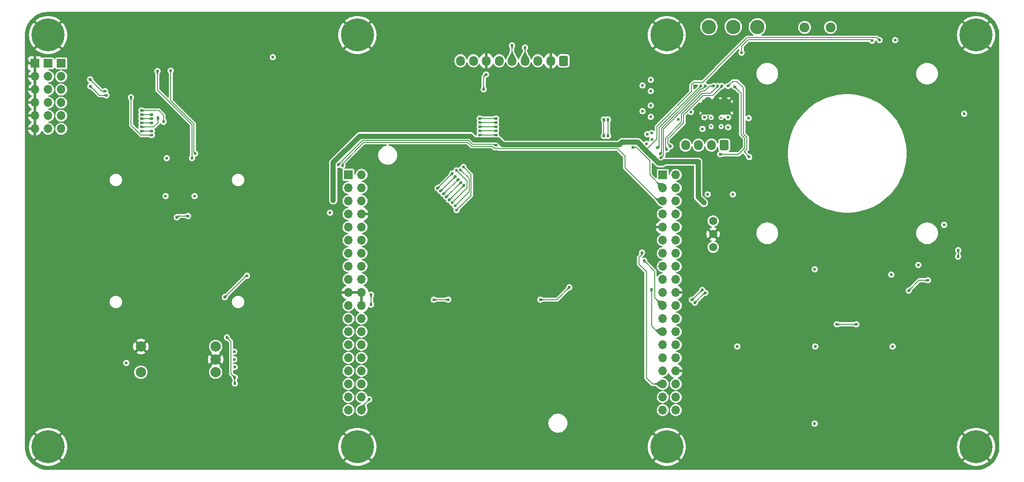
<source format=gbr>
%TF.GenerationSoftware,KiCad,Pcbnew,8.0.4-8.0.4-0~ubuntu22.04.1*%
%TF.CreationDate,2024-08-26T08:57:22+02:00*%
%TF.ProjectId,uC_TP_Boussole_mb,75435f54-505f-4426-9f75-73736f6c655f,rev?*%
%TF.SameCoordinates,Original*%
%TF.FileFunction,Copper,L4,Bot*%
%TF.FilePolarity,Positive*%
%FSLAX46Y46*%
G04 Gerber Fmt 4.6, Leading zero omitted, Abs format (unit mm)*
G04 Created by KiCad (PCBNEW 8.0.4-8.0.4-0~ubuntu22.04.1) date 2024-08-26 08:57:22*
%MOMM*%
%LPD*%
G01*
G04 APERTURE LIST*
G04 Aperture macros list*
%AMRoundRect*
0 Rectangle with rounded corners*
0 $1 Rounding radius*
0 $2 $3 $4 $5 $6 $7 $8 $9 X,Y pos of 4 corners*
0 Add a 4 corners polygon primitive as box body*
4,1,4,$2,$3,$4,$5,$6,$7,$8,$9,$2,$3,0*
0 Add four circle primitives for the rounded corners*
1,1,$1+$1,$2,$3*
1,1,$1+$1,$4,$5*
1,1,$1+$1,$6,$7*
1,1,$1+$1,$8,$9*
0 Add four rect primitives between the rounded corners*
20,1,$1+$1,$2,$3,$4,$5,0*
20,1,$1+$1,$4,$5,$6,$7,0*
20,1,$1+$1,$6,$7,$8,$9,0*
20,1,$1+$1,$8,$9,$2,$3,0*%
G04 Aperture macros list end*
%TA.AperFunction,ComponentPad*%
%ADD10C,6.400000*%
%TD*%
%TA.AperFunction,ComponentPad*%
%ADD11RoundRect,0.250000X0.600000X0.725000X-0.600000X0.725000X-0.600000X-0.725000X0.600000X-0.725000X0*%
%TD*%
%TA.AperFunction,ComponentPad*%
%ADD12O,1.700000X1.950000*%
%TD*%
%TA.AperFunction,ComponentPad*%
%ADD13R,1.700000X1.700000*%
%TD*%
%TA.AperFunction,ComponentPad*%
%ADD14O,1.700000X1.700000*%
%TD*%
%TA.AperFunction,ComponentPad*%
%ADD15C,2.775000*%
%TD*%
%TA.AperFunction,ComponentPad*%
%ADD16C,2.000000*%
%TD*%
%TA.AperFunction,ComponentPad*%
%ADD17C,1.600000*%
%TD*%
%TA.AperFunction,WasherPad*%
%ADD18RoundRect,0.950000X-0.000010X0.000010X-0.000010X-0.000010X0.000010X-0.000010X0.000010X0.000010X0*%
%TD*%
%TA.AperFunction,HeatsinkPad*%
%ADD19C,0.600000*%
%TD*%
%TA.AperFunction,HeatsinkPad*%
%ADD20R,5.400000X2.850000*%
%TD*%
%TA.AperFunction,ViaPad*%
%ADD21C,0.600000*%
%TD*%
%TA.AperFunction,ViaPad*%
%ADD22C,0.400000*%
%TD*%
%TA.AperFunction,Conductor*%
%ADD23C,0.200000*%
%TD*%
%TA.AperFunction,Conductor*%
%ADD24C,1.000000*%
%TD*%
G04 APERTURE END LIST*
D10*
%TO.P,H105,1,1*%
%TO.N,GND*%
X235000000Y-135000000D03*
%TD*%
%TO.P,H102,1,1*%
%TO.N,GND*%
X115000000Y-55000000D03*
%TD*%
D11*
%TO.P,J701,1,Pin_1*%
%TO.N,+3.3V*%
X155000000Y-60000000D03*
D12*
%TO.P,J701,2,Pin_2*%
%TO.N,GND*%
X152500000Y-60000000D03*
%TO.P,J701,3,Pin_3*%
%TO.N,/Magnetometre_BMM150_SEN0419/SPI_CLK*%
X150000000Y-60000000D03*
%TO.P,J701,4,Pin_4*%
%TO.N,/Magnetometre_BMM150_SEN0419/SPI_MOSI*%
X147500000Y-60000000D03*
%TO.P,J701,5,Pin_5*%
%TO.N,/Magnetometre_BMM150_SEN0419/SPI_MISO*%
X145000000Y-60000000D03*
%TO.P,J701,6,Pin_6*%
%TO.N,/Magnetometre_BMM150_SEN0419/SPI_CS*%
X142500000Y-60000000D03*
%TO.P,J701,7,Pin_7*%
%TO.N,GND*%
X140000000Y-60000000D03*
%TO.P,J701,8,Pin_8*%
%TO.N,/Magnetometre_BMM150_SEN0419/STATUS*%
X137500000Y-60000000D03*
%TO.P,J701,9,Pin_9*%
%TO.N,/Magnetometre_BMM150_SEN0419/INT*%
X135000000Y-60000000D03*
%TD*%
D13*
%TO.P,J502,1,Pin_1*%
%TO.N,+3.3V*%
X55000000Y-60500000D03*
D14*
%TO.P,J502,2,Pin_2*%
X55000000Y-63040000D03*
%TO.P,J502,3,Pin_3*%
X55000000Y-65580000D03*
%TO.P,J502,4,Pin_4*%
X55000000Y-68120000D03*
%TO.P,J502,5,Pin_5*%
X55000000Y-70660000D03*
%TO.P,J502,6,Pin_6*%
X55000000Y-73200000D03*
%TD*%
D10*
%TO.P,H104,1,1*%
%TO.N,GND*%
X235000000Y-55000000D03*
%TD*%
D15*
%TO.P,SW401,1,A*%
%TO.N,Net-(SW401-A)*%
X192600000Y-53400000D03*
%TO.P,SW401,2,B*%
%TO.N,+12V*%
X187900000Y-53400000D03*
%TO.P,SW401,3,C*%
%TO.N,Net-(SW401-C)*%
X183200000Y-53400000D03*
%TD*%
D16*
%TO.P,SW901,A,A*%
%TO.N,/Rotary_Encodeur/A*%
X87500000Y-120500000D03*
%TO.P,SW901,B,B*%
%TO.N,/Rotary_Encodeur/B*%
X87500000Y-115500000D03*
%TO.P,SW901,C,C*%
%TO.N,GND*%
X87500000Y-118000000D03*
%TO.P,SW901,S1,S1*%
%TO.N,/Rotary_Encodeur/S*%
X73000000Y-120500000D03*
%TO.P,SW901,S2,S2*%
%TO.N,GND*%
X73000000Y-115500000D03*
%TD*%
D10*
%TO.P,H103,1,1*%
%TO.N,GND*%
X175000000Y-55000000D03*
%TD*%
D17*
%TO.P,U401,1,VIN*%
%TO.N,+12V*%
X184000000Y-91120000D03*
%TO.P,U401,2,GND*%
%TO.N,GND*%
X184000000Y-93660000D03*
%TO.P,U401,3,5V*%
%TO.N,+5V*%
X184000000Y-96200000D03*
%TD*%
D18*
%TO.P,J403,*%
%TO.N,*%
X201750000Y-53500000D03*
X206750000Y-53500000D03*
%TD*%
D10*
%TO.P,H101,1,1*%
%TO.N,GND*%
X55000000Y-55000000D03*
%TD*%
D13*
%TO.P,U501,101,PC10*%
%TO.N,/NUCLEO_L476RG/PC10*%
X113250000Y-82140000D03*
D14*
%TO.P,U501,102,PC11*%
%TO.N,/NUCLEO_L476RG/PC11*%
X115790000Y-82140000D03*
%TO.P,U501,103,PC12*%
%TO.N,/NUCLEO_L476RG/PC12*%
X113250000Y-84680000D03*
%TO.P,U501,104,PD2*%
%TO.N,/NUCLEO_L476RG/PD2*%
X115790000Y-84680000D03*
%TO.P,U501,105,VDD*%
%TO.N,unconnected-(U501A-VDD-Pad105)*%
X113250000Y-87220000D03*
%TO.P,U501,106,E5V*%
%TO.N,/Current_NCS199A3RSQT2G/Load*%
X115790000Y-87220000D03*
%TO.P,U501,107,BOOT0*%
%TO.N,unconnected-(U501A-BOOT0-Pad107)*%
X113250000Y-89760000D03*
%TO.P,U501,108,GND*%
%TO.N,GND*%
X115790000Y-89760000D03*
%TO.P,U501,109,NC*%
%TO.N,unconnected-(U501B-NC-Pad109)*%
X113250000Y-92300000D03*
%TO.P,U501,110,NC*%
%TO.N,unconnected-(U501B-NC-Pad110)*%
X115790000Y-92300000D03*
%TO.P,U501,111,NC*%
%TO.N,unconnected-(U501B-NC-Pad111)*%
X113250000Y-94840000D03*
%TO.P,U501,112,IOREF*%
%TO.N,unconnected-(U501A-IOREF-Pad112)*%
X115790000Y-94840000D03*
%TO.P,U501,113,PA13*%
%TO.N,unconnected-(U501B-PA13-Pad113)*%
X113250000Y-97380000D03*
%TO.P,U501,114,RESET*%
%TO.N,unconnected-(U501A-RESET-Pad114)*%
X115790000Y-97380000D03*
%TO.P,U501,115,PA14*%
%TO.N,unconnected-(U501B-PA14-Pad115)*%
X113250000Y-99920000D03*
%TO.P,U501,116,+3V3*%
%TO.N,unconnected-(U501A-+3V3-Pad116)*%
X115790000Y-99920000D03*
%TO.P,U501,117,PA15*%
%TO.N,/NUCLEO_L476RG/ENC_BTN*%
X113250000Y-102460000D03*
%TO.P,U501,118,+5V*%
%TO.N,unconnected-(U501A-+5V-Pad118)*%
X115790000Y-102460000D03*
%TO.P,U501,119,GND*%
%TO.N,GND*%
X113250000Y-105000000D03*
%TO.P,U501,120,GND*%
X115790000Y-105000000D03*
%TO.P,U501,121,PB7*%
%TO.N,/NUCLEO_L476RG/I2C1_SDA*%
X113250000Y-107540000D03*
%TO.P,U501,122,GND*%
%TO.N,GND*%
X115790000Y-107540000D03*
%TO.P,U501,123,PC13*%
%TO.N,unconnected-(U501B-PC13-Pad123)*%
X113250000Y-110080000D03*
%TO.P,U501,124,VIN*%
%TO.N,unconnected-(U501A-VIN-Pad124)*%
X115790000Y-110080000D03*
%TO.P,U501,125,PC14*%
%TO.N,unconnected-(U501B-PC14-Pad125)*%
X113250000Y-112620000D03*
%TO.P,U501,126,NC*%
%TO.N,unconnected-(U501B-NC-Pad126)*%
X115790000Y-112620000D03*
%TO.P,U501,127,PC15*%
%TO.N,unconnected-(U501B-PC15-Pad127)*%
X113250000Y-115160000D03*
%TO.P,U501,128,PA0*%
%TO.N,/NUCLEO_L476RG/TIM2_CH1_ENC_A*%
X115790000Y-115160000D03*
%TO.P,U501,129,PH0*%
%TO.N,unconnected-(U501B-PH0-Pad129)*%
X113250000Y-117700000D03*
%TO.P,U501,130,PA1*%
%TO.N,/NUCLEO_L476RG/TIM2_CH2_ENC_B*%
X115790000Y-117700000D03*
%TO.P,U501,131,PH1*%
%TO.N,unconnected-(U501B-PH1-Pad131)*%
X113250000Y-120240000D03*
%TO.P,U501,132,PA4*%
%TO.N,/Current_NCS199A3RSQT2G/Imes*%
X115790000Y-120240000D03*
%TO.P,U501,133,VBAT*%
%TO.N,unconnected-(U501A-VBAT-Pad133)*%
X113250000Y-122780000D03*
%TO.P,U501,134,PB0*%
%TO.N,/Magnetometre_BMM150_SEN0419/INT*%
X115790000Y-122780000D03*
%TO.P,U501,135,PC2*%
%TO.N,/Magnetometre_BMM150_SEN0419/SPI_MISO*%
X113250000Y-125320000D03*
%TO.P,U501,136,PC1*%
%TO.N,/Magnetometre_BMM150_SEN0419/STATUS*%
X115790000Y-125320000D03*
%TO.P,U501,137,PC3*%
%TO.N,/Magnetometre_BMM150_SEN0419/SPI_MOSI*%
X113250000Y-127860000D03*
%TO.P,U501,138,PC0*%
%TO.N,/Magnetometre_BMM150_SEN0419/SPI_CS*%
X115790000Y-127860000D03*
D13*
%TO.P,U501,201,PC9*%
%TO.N,/NUCLEO_L476RG/BTN_RIGHT*%
X174210000Y-82150000D03*
D14*
%TO.P,U501,202,PC8*%
%TO.N,/NUCLEO_L476RG/BTN_TOP*%
X176750000Y-82150000D03*
%TO.P,U501,203,PB8*%
%TO.N,/NUCLEO_L476RG/PB8*%
X174210000Y-84680000D03*
%TO.P,U501,204,PC6*%
%TO.N,/NUCLEO_L476RG/BTN_LEFT*%
X176750000Y-84680000D03*
%TO.P,U501,205,PB9*%
%TO.N,/NUCLEO_L476RG/PB9*%
X174210000Y-87220000D03*
%TO.P,U501,206,PC5*%
%TO.N,/NUCLEO_L476RG/BTN_CENTER*%
X176750000Y-87220000D03*
%TO.P,U501,207,AVDD*%
%TO.N,unconnected-(U501A-AVDD-Pad207)*%
X174210000Y-89760000D03*
%TO.P,U501,208,U5V*%
%TO.N,unconnected-(U501A-U5V-Pad208)*%
X176750000Y-89760000D03*
%TO.P,U501,209,GND*%
%TO.N,GND*%
X174210000Y-92300000D03*
%TO.P,U501,210,NC*%
%TO.N,unconnected-(U501B-NC-Pad210)*%
X176750000Y-92300000D03*
%TO.P,U501,211,PA5*%
%TO.N,unconnected-(U501B-PA5-Pad211)*%
X174210000Y-94840000D03*
%TO.P,U501,212,PA12*%
%TO.N,/NUCLEO_L476RG/STEPPER_ENN*%
X176750000Y-94840000D03*
%TO.P,U501,213,PA6*%
%TO.N,/NUCLEO_L476RG/TIM3_CH1_STEPPER_PWM*%
X174210000Y-97380000D03*
%TO.P,U501,214,PA11*%
%TO.N,/NUCLEO_L476RG/STEPPER_MS1*%
X176750000Y-97380000D03*
%TO.P,U501,215,PA7*%
%TO.N,/NUCLEO_L476RG/STEPPER_DIR*%
X174210000Y-99920000D03*
%TO.P,U501,216,PB12*%
%TO.N,/NUCLEO_L476RG/STEPPER_MS2*%
X176750000Y-99920000D03*
%TO.P,U501,217,PB6*%
%TO.N,/NUCLEO_L476RG/I2C1_SCL*%
X174210000Y-102460000D03*
%TO.P,U501,218,PB11*%
%TO.N,/NUCLEO_L476RG/BTN_BOT*%
X176750000Y-102460000D03*
%TO.P,U501,219,PC7*%
%TO.N,/NUCLEO_L476RG/LED_0*%
X174210000Y-105000000D03*
%TO.P,U501,220,GND*%
%TO.N,GND*%
X176750000Y-105000000D03*
%TO.P,U501,221,PA9*%
%TO.N,/GPS_TEL0094_STM32C011J4M6/NUCLEO_TX*%
X174210000Y-107540000D03*
%TO.P,U501,222,PB2*%
%TO.N,/NUCLEO_L476RG/LED_1*%
X176750000Y-107540000D03*
%TO.P,U501,223,PA8*%
%TO.N,/NUCLEO_L476RG/LED_2*%
X174210000Y-110080000D03*
%TO.P,U501,224,PB1*%
%TO.N,/NUCLEO_L476RG/LED_3*%
X176750000Y-110080000D03*
%TO.P,U501,225,PB10*%
%TO.N,/Magnetometre_BMM150_SEN0419/SPI_CLK*%
X174210000Y-112620000D03*
%TO.P,U501,226,PB15*%
%TO.N,/NUCLEO_L476RG/LED_4*%
X176750000Y-112620000D03*
%TO.P,U501,227,PB4*%
%TO.N,/NUCLEO_L476RG/LED_5*%
X174210000Y-115160000D03*
%TO.P,U501,228,PB14*%
%TO.N,/NUCLEO_L476RG/LED_6*%
X176750000Y-115160000D03*
%TO.P,U501,229,PB5*%
%TO.N,/NUCLEO_L476RG/LED_7*%
X174210000Y-117700000D03*
%TO.P,U501,230,PB13*%
%TO.N,unconnected-(U501B-PB13-Pad230)*%
X176750000Y-117700000D03*
%TO.P,U501,231,PB3*%
%TO.N,unconnected-(U501B-PB3-Pad231)*%
X174210000Y-120240000D03*
%TO.P,U501,232,AGND*%
%TO.N,GND*%
X176750000Y-120240000D03*
%TO.P,U501,233,PA10*%
%TO.N,/GPS_TEL0094_STM32C011J4M6/NUCLEO_RX*%
X174210000Y-122780000D03*
%TO.P,U501,234,PC4*%
%TO.N,unconnected-(U501B-PC4-Pad234)*%
X176750000Y-122780000D03*
%TO.P,U501,235,PA2*%
%TO.N,unconnected-(U501B-PA2-Pad235)*%
X174210000Y-125320000D03*
%TO.P,U501,236,NC*%
%TO.N,unconnected-(U501B-NC-Pad236)*%
X176750000Y-125320000D03*
%TO.P,U501,237,PA3*%
%TO.N,unconnected-(U501B-PA3-Pad237)*%
X174210000Y-127860000D03*
%TO.P,U501,238,NC*%
%TO.N,unconnected-(U501B-NC-Pad238)*%
X176750000Y-127860000D03*
%TD*%
D10*
%TO.P,H107,1,1*%
%TO.N,GND*%
X115000000Y-135000000D03*
%TD*%
D13*
%TO.P,J501,1,Pin_1*%
%TO.N,GND*%
X52460000Y-60500000D03*
D14*
%TO.P,J501,2,Pin_2*%
X52460000Y-63040000D03*
%TO.P,J501,3,Pin_3*%
X52460000Y-65580000D03*
%TO.P,J501,4,Pin_4*%
X52460000Y-68120000D03*
%TO.P,J501,5,Pin_5*%
X52460000Y-70660000D03*
%TO.P,J501,6,Pin_6*%
X52460000Y-73200000D03*
%TD*%
D13*
%TO.P,J503,1,Pin_1*%
%TO.N,/NUCLEO_L476RG/PC10*%
X57540000Y-60500000D03*
D14*
%TO.P,J503,2,Pin_2*%
%TO.N,/NUCLEO_L476RG/PC11*%
X57540000Y-63040000D03*
%TO.P,J503,3,Pin_3*%
%TO.N,/NUCLEO_L476RG/PC12*%
X57540000Y-65580000D03*
%TO.P,J503,4,Pin_4*%
%TO.N,/NUCLEO_L476RG/PB8*%
X57540000Y-68120000D03*
%TO.P,J503,5,Pin_5*%
%TO.N,/NUCLEO_L476RG/PB9*%
X57540000Y-70660000D03*
%TO.P,J503,6,Pin_6*%
%TO.N,/NUCLEO_L476RG/PD2*%
X57540000Y-73200000D03*
%TD*%
D10*
%TO.P,H108,1,1*%
%TO.N,GND*%
X55000000Y-135000000D03*
%TD*%
D19*
%TO.P,U201,29,PAD*%
%TO.N,GND*%
X182200000Y-70150000D03*
X183800000Y-70150000D03*
X185400000Y-70150000D03*
X187000000Y-70150000D03*
D20*
X184600000Y-69025000D03*
D19*
X182200000Y-67900000D03*
X183800000Y-67900000D03*
X185400000Y-67900000D03*
X187000000Y-67900000D03*
%TD*%
D10*
%TO.P,H106,1,1*%
%TO.N,GND*%
X175000000Y-135000000D03*
%TD*%
D11*
%TO.P,J201,1,Pin_1*%
%TO.N,/TMC2225_Driver/B2*%
X186150000Y-76375000D03*
D12*
%TO.P,J201,2,Pin_2*%
%TO.N,/TMC2225_Driver/B1*%
X183650000Y-76375000D03*
%TO.P,J201,3,Pin_3*%
%TO.N,/TMC2225_Driver/A1*%
X181150000Y-76375000D03*
%TO.P,J201,4,Pin_4*%
%TO.N,/TMC2225_Driver/A2*%
X178650000Y-76375000D03*
%TD*%
D21*
%TO.N,+12V*%
X189500000Y-58400000D03*
X171900000Y-68700000D03*
X171900000Y-63700000D03*
X170300000Y-69800000D03*
X177250000Y-71400000D03*
X214850000Y-56100000D03*
X182294667Y-70950002D03*
X186925000Y-72910025D03*
X171900000Y-65900000D03*
X186874421Y-70950000D03*
X181937882Y-73210646D03*
X171900000Y-70900000D03*
X170300000Y-64800000D03*
%TO.N,GND*%
X51000000Y-62500000D03*
X51000000Y-90000000D03*
X177500000Y-51000000D03*
X157500000Y-51000000D03*
X226900000Y-106200000D03*
X172500000Y-139000000D03*
X88600000Y-101000000D03*
X51000000Y-87500000D03*
X151950000Y-78650000D03*
X234500000Y-67050000D03*
X87500000Y-139000000D03*
X236950000Y-84850000D03*
X66550000Y-64250000D03*
X125000000Y-51000000D03*
X127500000Y-139000000D03*
X190000000Y-139000000D03*
X70000000Y-139000000D03*
X180400000Y-64900000D03*
X213450000Y-128150000D03*
X115300000Y-79300000D03*
X142700000Y-78500000D03*
X130000000Y-51000000D03*
X147400000Y-74900000D03*
X217000000Y-110200000D03*
X158000000Y-57800000D03*
X117500000Y-139000000D03*
X162500000Y-139000000D03*
X219050000Y-107275000D03*
X51000000Y-92500000D03*
X233900000Y-78250000D03*
X212500000Y-139000000D03*
X85000000Y-139000000D03*
X73300000Y-88100000D03*
X51000000Y-85000000D03*
X212500000Y-51000000D03*
X102500000Y-51000000D03*
X218950000Y-97100000D03*
X125000000Y-139000000D03*
X133800000Y-90900000D03*
X239000000Y-60000000D03*
X77150000Y-75150000D03*
X80000000Y-139000000D03*
X75000000Y-139000000D03*
X126000000Y-70800000D03*
X232500000Y-51000000D03*
X230000000Y-51000000D03*
X165000000Y-139000000D03*
X237900000Y-137900000D03*
X202500000Y-139000000D03*
X51000000Y-70000000D03*
X70000000Y-51000000D03*
X230500000Y-73300000D03*
X98412500Y-83000000D03*
X155000000Y-51000000D03*
X67900000Y-72100000D03*
X143100000Y-70550000D03*
X235000000Y-51000000D03*
X239000000Y-92500000D03*
X51000000Y-72500000D03*
X51000000Y-60000000D03*
X165000000Y-51000000D03*
X71200000Y-122500000D03*
X128650000Y-105500000D03*
X145000000Y-139000000D03*
X187700000Y-81000000D03*
X226000000Y-86250000D03*
X142500000Y-51000000D03*
X176238000Y-78194000D03*
X175000000Y-51000000D03*
X132500000Y-51000000D03*
X145000000Y-51000000D03*
X115000000Y-139000000D03*
X98750000Y-108200000D03*
X78900000Y-74600000D03*
X159600000Y-74900000D03*
X239000000Y-87500000D03*
X210000000Y-135200000D03*
X75000000Y-51000000D03*
X200000000Y-139000000D03*
X239000000Y-117500000D03*
X225200000Y-120400000D03*
X95000000Y-115750000D03*
X185378197Y-113096692D03*
X135000000Y-51000000D03*
X198800000Y-132900000D03*
X65000000Y-139000000D03*
X226900000Y-109300000D03*
X142350000Y-108100000D03*
X91450000Y-57900000D03*
X60000000Y-139000000D03*
X161700000Y-61500000D03*
X77500000Y-139000000D03*
X98750000Y-105700000D03*
X175500000Y-65900000D03*
X169100000Y-112600000D03*
X210600000Y-107000000D03*
X137650000Y-77850000D03*
X70200000Y-117400000D03*
X159700000Y-106450000D03*
X51000000Y-97500000D03*
X239000000Y-57500000D03*
X222500000Y-139000000D03*
X239000000Y-110000000D03*
X51000000Y-65000000D03*
X98412500Y-91000000D03*
X90000000Y-51000000D03*
X182500000Y-139000000D03*
X55000000Y-139000000D03*
X162450000Y-111950000D03*
X239000000Y-122500000D03*
X239000000Y-72500000D03*
X221300000Y-99600000D03*
X140000000Y-139000000D03*
X128900000Y-111400000D03*
X51000000Y-105000000D03*
X197450000Y-109400000D03*
X201450000Y-112800000D03*
X98600000Y-64400000D03*
X112500000Y-139000000D03*
X141150000Y-61800000D03*
X178000000Y-118800000D03*
X221000000Y-114100000D03*
X72000000Y-72100000D03*
X107350000Y-90400000D03*
X195000000Y-139000000D03*
X160000000Y-139000000D03*
X98412500Y-87000000D03*
X188100000Y-109500000D03*
X182334000Y-83274000D03*
X97500000Y-51000000D03*
X215550000Y-51500000D03*
X71400000Y-74300000D03*
X167500000Y-51000000D03*
X239000000Y-55000000D03*
X239000000Y-95000000D03*
X117500000Y-51000000D03*
X120000000Y-139000000D03*
X227500000Y-139000000D03*
X51000000Y-127500000D03*
X187500000Y-51000000D03*
X235000000Y-139000000D03*
X191400000Y-101100000D03*
X201750000Y-131750000D03*
X120500000Y-58100000D03*
X51000000Y-130000000D03*
X77500000Y-51000000D03*
X205000000Y-139000000D03*
X137500000Y-139000000D03*
X215000000Y-139000000D03*
X187200000Y-100600000D03*
X168100000Y-84900000D03*
X93050735Y-103449265D03*
X51000000Y-120000000D03*
X60150000Y-66800000D03*
X132600000Y-114000000D03*
X213950000Y-106600000D03*
X165300000Y-61200000D03*
X169100000Y-107550000D03*
X135000000Y-139000000D03*
X90875000Y-105600000D03*
X157500000Y-139000000D03*
X239000000Y-82500000D03*
X67200000Y-70000000D03*
X177100000Y-64800000D03*
X97500000Y-139000000D03*
X72900000Y-80500000D03*
X110000000Y-51000000D03*
X118100000Y-93850000D03*
X66800000Y-72100000D03*
X147500000Y-139000000D03*
X132500000Y-139000000D03*
X98412500Y-79000000D03*
X57500000Y-139000000D03*
X188500000Y-73000000D03*
X51000000Y-95000000D03*
X80500000Y-92800000D03*
X192500000Y-139000000D03*
X169500000Y-117400000D03*
X130000000Y-139000000D03*
X100000000Y-139000000D03*
X51000000Y-67500000D03*
X192150000Y-122400000D03*
X239000000Y-125000000D03*
X90000000Y-139000000D03*
X110000000Y-139000000D03*
X105000000Y-139000000D03*
X82700000Y-70600000D03*
X76600000Y-105500000D03*
X51000000Y-102500000D03*
X82500000Y-51000000D03*
X67500000Y-139000000D03*
X223850000Y-86250000D03*
X228750000Y-52300000D03*
X136600000Y-99700000D03*
X107500000Y-51000000D03*
X168600000Y-92350000D03*
X134600000Y-79500000D03*
X150000000Y-51000000D03*
X132700000Y-55000000D03*
X68550000Y-67050000D03*
X155000000Y-139000000D03*
X185700000Y-93700000D03*
X239000000Y-85000000D03*
X51000000Y-57500000D03*
X81100000Y-78200000D03*
X198000000Y-97350000D03*
X110750000Y-108450000D03*
X226100000Y-70000000D03*
X72500000Y-139000000D03*
X67200000Y-62500000D03*
X67500000Y-51000000D03*
X72300000Y-53700000D03*
X72300000Y-68600000D03*
X188000000Y-122200000D03*
X156900000Y-54600000D03*
X88340000Y-113640000D03*
X167500000Y-139000000D03*
X72500000Y-51000000D03*
X129300000Y-95350000D03*
X98200000Y-117900000D03*
X55000000Y-51000000D03*
X179794000Y-82258000D03*
X217700000Y-114650000D03*
X185000000Y-139000000D03*
X185150000Y-106350000D03*
X211650000Y-109700000D03*
X140000000Y-51000000D03*
X98412500Y-81000000D03*
X131000000Y-76450000D03*
X168950000Y-70600000D03*
X156900000Y-89950000D03*
X239000000Y-70000000D03*
X134800000Y-62300000D03*
X239000000Y-77500000D03*
X181900000Y-109700000D03*
X115000000Y-51000000D03*
X109000000Y-105700000D03*
X239000000Y-127500000D03*
X143100000Y-66300000D03*
X78400000Y-106900000D03*
X51000000Y-115000000D03*
X182300000Y-61300000D03*
X177500000Y-139000000D03*
X239000000Y-107500000D03*
X110750000Y-115600000D03*
X134250000Y-105350000D03*
X239000000Y-80000000D03*
X180000000Y-51000000D03*
X60000000Y-51000000D03*
X182300000Y-102450000D03*
X118900000Y-105450000D03*
X228700000Y-98300000D03*
X194800000Y-120000000D03*
X187500000Y-139000000D03*
X98412500Y-89000000D03*
X200100000Y-98600000D03*
X107500000Y-139000000D03*
X92500000Y-139000000D03*
X51000000Y-100000000D03*
X162400000Y-57400000D03*
X162500000Y-51000000D03*
X66800000Y-56700000D03*
X52100000Y-52100000D03*
X210000000Y-139000000D03*
X207500000Y-139000000D03*
X87500000Y-51000000D03*
X82500000Y-139000000D03*
X161050000Y-78400000D03*
X120000000Y-51000000D03*
X190000000Y-51000000D03*
X135800000Y-76700000D03*
X85000000Y-51000000D03*
X185000000Y-51000000D03*
X197500000Y-139000000D03*
X112500000Y-51000000D03*
X213750000Y-117800000D03*
X239000000Y-130000000D03*
X83800000Y-90500000D03*
X143200000Y-55000000D03*
X217500000Y-139000000D03*
X133650000Y-107850000D03*
X225000000Y-139000000D03*
X239000000Y-135000000D03*
X232500000Y-139000000D03*
X170000000Y-51000000D03*
X239000000Y-100000000D03*
X122500000Y-51000000D03*
X62500000Y-139000000D03*
X126000000Y-59600000D03*
X95000000Y-139000000D03*
X62500000Y-51000000D03*
X128650000Y-107050000D03*
X176492000Y-75400000D03*
X147500000Y-51000000D03*
X65000000Y-51000000D03*
X175500000Y-63700000D03*
X51000000Y-110000000D03*
X155000000Y-101950000D03*
X119300000Y-121300000D03*
X221000000Y-118900000D03*
X170000000Y-139000000D03*
X210000000Y-118000000D03*
X239000000Y-67500000D03*
X138050000Y-67100000D03*
X51000000Y-82500000D03*
X150000000Y-139000000D03*
X160000000Y-51000000D03*
X51000000Y-55000000D03*
X122500000Y-139000000D03*
X132800000Y-104600000D03*
X182300000Y-77800000D03*
X152500000Y-139000000D03*
X119000000Y-116300000D03*
X239000000Y-102500000D03*
X51000000Y-122500000D03*
X88570000Y-121940000D03*
X51000000Y-117500000D03*
X110100000Y-63300000D03*
X230000000Y-139000000D03*
X51000000Y-135000000D03*
X137950000Y-84550000D03*
X51000000Y-77500000D03*
X96450000Y-107250000D03*
X92500000Y-51000000D03*
X51000000Y-107500000D03*
X142500000Y-139000000D03*
X118900000Y-107050000D03*
X51000000Y-75000000D03*
X142000000Y-105000000D03*
X239000000Y-115000000D03*
X100000000Y-51000000D03*
X60500000Y-61700000D03*
X146150000Y-93300000D03*
X220000000Y-139000000D03*
X123650000Y-79250000D03*
X165422268Y-70592708D03*
X216750000Y-96300000D03*
X180000000Y-139000000D03*
X129300000Y-84150000D03*
X175000000Y-139000000D03*
X51000000Y-80000000D03*
X80000000Y-51000000D03*
X218600000Y-51500000D03*
X57500000Y-51000000D03*
X68800000Y-117400000D03*
X239000000Y-120000000D03*
X122100000Y-124400000D03*
X182500000Y-51000000D03*
X94900000Y-59000000D03*
X183900000Y-61400000D03*
X170326722Y-124154919D03*
X201351190Y-109820181D03*
X111200000Y-117700000D03*
X208100000Y-113200000D03*
X51000000Y-112500000D03*
X191607805Y-58199420D03*
X51000000Y-125000000D03*
X179794000Y-83274000D03*
X138750000Y-61900000D03*
X137500000Y-51000000D03*
X178600000Y-105500000D03*
X152500000Y-51000000D03*
X91050000Y-101800000D03*
X138540147Y-70169421D03*
X52100000Y-137800000D03*
X98412500Y-85000000D03*
X91300000Y-98100000D03*
X239000000Y-62500000D03*
X182334000Y-82258000D03*
X105000000Y-51000000D03*
X222500000Y-51000000D03*
X236850000Y-93000000D03*
X60400000Y-69400000D03*
X132800000Y-95350000D03*
X169720000Y-67350000D03*
X141700000Y-64000000D03*
X239000000Y-132500000D03*
X90950000Y-113350000D03*
X219325000Y-99800000D03*
X51000000Y-132500000D03*
X169300000Y-102400000D03*
X239000000Y-105000000D03*
X102500000Y-139000000D03*
X127500000Y-51000000D03*
X60100000Y-74700000D03*
X172500000Y-51000000D03*
X161750000Y-70600000D03*
X237900000Y-52100000D03*
X239000000Y-112500000D03*
X225100000Y-68300000D03*
X183900000Y-58600000D03*
X95000000Y-51000000D03*
X231900000Y-77000000D03*
%TO.N,+3.3V*%
X218800000Y-115500000D03*
X98600000Y-59300000D03*
X83400000Y-86300000D03*
X91100000Y-118000000D03*
X78000000Y-78900000D03*
X187850000Y-85950000D03*
X182950000Y-85950000D03*
X203800000Y-115500000D03*
X91200000Y-119500000D03*
X223800000Y-99650000D03*
X188192041Y-65029539D03*
X203700000Y-130500000D03*
X228800000Y-91850000D03*
X232700000Y-70300000D03*
X91100000Y-116500000D03*
X70180000Y-118700000D03*
X203700000Y-100500000D03*
X188700000Y-115500000D03*
X77800000Y-86300000D03*
X185400000Y-78150000D03*
X109700000Y-89500000D03*
X219300000Y-56000000D03*
X218560000Y-101550000D03*
%TO.N,/GPS_TEL0094_STM32C011J4M6/STM32C0_BTN*%
X221925000Y-104650000D03*
X225660000Y-102640000D03*
%TO.N,/GPS_TEL0094_STM32C011J4M6/STM32C0_NRST*%
X133370514Y-87569042D03*
X231500002Y-98050000D03*
X231550000Y-96810000D03*
X134203333Y-81300000D03*
%TO.N,+5V*%
X181100000Y-79600000D03*
X216300000Y-56000000D03*
X182200000Y-87600000D03*
X110300000Y-87100000D03*
%TO.N,/NUCLEO_L476RG/TIM2_CH1_ENC_A*%
X91200000Y-121500000D03*
X89680343Y-113726383D03*
X91200000Y-122710000D03*
%TO.N,/GPS_TEL0094_STM32C011J4M6/STM32C0_SWDIO*%
X134995742Y-81190046D03*
X133970514Y-88169040D03*
%TO.N,/GPS_TEL0094_STM32C011J4M6/STM32C0_SWCLK*%
X135561428Y-80624359D03*
X134232190Y-88996405D03*
%TO.N,/Magnetometre_BMM150_SEN0419/INT*%
X133422627Y-81915671D03*
X130544360Y-84742890D03*
%TO.N,/Magnetometre_BMM150_SEN0419/STATUS*%
X131110048Y-85308578D03*
X139950000Y-62650000D03*
X139500000Y-65550000D03*
X133963479Y-82505147D03*
%TO.N,/Magnetometre_BMM150_SEN0419/SPI_CS*%
X134529166Y-83070834D03*
X117300000Y-125750000D03*
X131675735Y-85874265D03*
%TO.N,/Magnetometre_BMM150_SEN0419/SPI_MISO*%
X145000000Y-57000000D03*
X132240443Y-86440930D03*
X135094853Y-83636522D03*
%TO.N,/Magnetometre_BMM150_SEN0419/SPI_MOSI*%
X135660541Y-84202208D03*
X132756371Y-87056371D03*
X147500000Y-57400000D03*
%TO.N,/Magnetometre_BMM150_SEN0419/SPI_CLK*%
X172050000Y-104400000D03*
%TO.N,/NUCLEO_L476RG/I2C1_SDA*%
X76200000Y-62000000D03*
X82900000Y-78900000D03*
%TO.N,/NUCLEO_L476RG/I2C1_SCL*%
X132600000Y-106400000D03*
X129800000Y-106400000D03*
X156112009Y-104000000D03*
X150502208Y-106397794D03*
X83500000Y-78028272D03*
X78800000Y-61900000D03*
D22*
%TO.N,Net-(U201-BRA)*%
X183624547Y-71006454D03*
X183625367Y-72768740D03*
D21*
X179680000Y-69940000D03*
D22*
%TO.N,Net-(U201-BRB)*%
X185575537Y-71006640D03*
X185574582Y-72768624D03*
D21*
X190900000Y-71160000D03*
%TO.N,Net-(U201-DIAG)*%
X191000000Y-78700000D03*
X186900000Y-64900000D03*
%TO.N,/GPS_TEL0094_STM32C011J4M6/NUCLEO_TX*%
X179870735Y-106429265D03*
X162800000Y-71400000D03*
X170600000Y-98850000D03*
X181913137Y-104511863D03*
X162799997Y-74600000D03*
%TO.N,/GPS_TEL0094_STM32C011J4M6/NUCLEO_RX*%
X170200000Y-97254158D03*
X182478824Y-105077550D03*
X163600000Y-74600000D03*
X163600003Y-71400000D03*
X180436422Y-106994952D03*
%TO.N,/NUCLEO_L476RG/TIM3_CH1_STEPPER_PWM*%
X138700000Y-74400000D03*
X171100000Y-76100000D03*
X141900000Y-74400000D03*
X184099994Y-64900000D03*
X173835552Y-78862657D03*
%TO.N,/NUCLEO_L476RG/PC10*%
X73100000Y-69649985D03*
X77400000Y-71849988D03*
%TO.N,/NUCLEO_L476RG/PC12*%
X66300000Y-66700000D03*
X75100000Y-72049994D03*
X73100000Y-72049994D03*
X63200000Y-64925000D03*
%TO.N,/Current_NCS199A3RSQT2G/Imes*%
X75100000Y-74450003D03*
X117650000Y-107350000D03*
X117650000Y-105450000D03*
X71100000Y-67100000D03*
%TO.N,/NUCLEO_L476RG/PB8*%
X168400000Y-76800000D03*
X73100000Y-70449988D03*
X111307107Y-80207107D03*
X141900000Y-76400000D03*
X75100000Y-70449988D03*
%TO.N,/NUCLEO_L476RG/PD2*%
X73100000Y-73650000D03*
X75100000Y-73650000D03*
%TO.N,/NUCLEO_L476RG/PB9*%
X112094244Y-80350000D03*
X73100000Y-72849997D03*
X76300000Y-71049988D03*
%TO.N,/NUCLEO_L476RG/PC11*%
X63150000Y-63625000D03*
X73100000Y-71249991D03*
X66050000Y-65900000D03*
X75100000Y-71249991D03*
%TO.N,/NUCLEO_L476RG/STEPPER_ENN*%
X172094280Y-74050000D03*
X174982843Y-77200000D03*
X141900000Y-71199997D03*
X138700000Y-71199988D03*
X184899997Y-64900000D03*
%TO.N,/NUCLEO_L476RG/STEPPER_MS2*%
X138700000Y-72799994D03*
X181650000Y-64850000D03*
X141900000Y-72800000D03*
X173200000Y-76900000D03*
%TO.N,/NUCLEO_L476RG/STEPPER_MS1*%
X171224265Y-74250000D03*
X141900000Y-72000000D03*
X173782843Y-78064392D03*
X182500000Y-64900000D03*
X138700000Y-71999991D03*
%TO.N,/NUCLEO_L476RG/STEPPER_DIR*%
X185700000Y-64900000D03*
X138700000Y-73599997D03*
X172201470Y-75250000D03*
X175700000Y-76600000D03*
X141900000Y-73600000D03*
%TO.N,/NUCLEO_L476RG/ENC_BTN*%
X79950000Y-90400000D03*
X82150000Y-90150000D03*
X93607108Y-101742892D03*
X89275000Y-105900000D03*
%TO.N,/NUCLEO_L476RG/BTN_RIGHT*%
X208000000Y-111200000D03*
X211800000Y-111200000D03*
%TD*%
D23*
%TO.N,+12V*%
X214850000Y-56100000D02*
X214650000Y-55900000D01*
X189500000Y-57165686D02*
X189500000Y-58400000D01*
X214650000Y-55900000D02*
X190765686Y-55900000D01*
X190765686Y-55900000D02*
X189500000Y-57165686D01*
%TO.N,+3.3V*%
X189440000Y-66277498D02*
X189440000Y-74330256D01*
X190150000Y-76959744D02*
X188959744Y-78150000D01*
X189440000Y-74330256D02*
X190150000Y-75040256D01*
X188959744Y-78150000D02*
X185400000Y-78150000D01*
X190150000Y-75040256D02*
X190150000Y-76959744D01*
X188192041Y-65029539D02*
X189440000Y-66277498D01*
%TO.N,/GPS_TEL0094_STM32C011J4M6/STM32C0_BTN*%
X225660000Y-102640000D02*
X223935000Y-102640000D01*
X223935000Y-102640000D02*
X221925000Y-104650000D01*
%TO.N,/GPS_TEL0094_STM32C011J4M6/STM32C0_NRST*%
X231550000Y-98000002D02*
X231500002Y-98050000D01*
X136260541Y-84679015D02*
X136260541Y-83357208D01*
X231550000Y-96810000D02*
X231550000Y-98000002D01*
X136260541Y-83357208D02*
X134203333Y-81300000D01*
X133370514Y-87569042D02*
X136260541Y-84679015D01*
D24*
%TO.N,+5V*%
X173421338Y-79862657D02*
X170929340Y-77370660D01*
D23*
X179800000Y-66000000D02*
X173100000Y-72700000D01*
D24*
X115450000Y-74650000D02*
X110300000Y-79800000D01*
D23*
X184500000Y-61600000D02*
X184500000Y-61648529D01*
X190600000Y-55500000D02*
X184500000Y-61600000D01*
X179800000Y-64651471D02*
X179800000Y-66000000D01*
D24*
X110300000Y-79800000D02*
X110300000Y-87100000D01*
D23*
X184500000Y-61648529D02*
X181948529Y-64200000D01*
D24*
X174249766Y-79862657D02*
X173421338Y-79862657D01*
X165831371Y-76300000D02*
X143214214Y-76300000D01*
X169358680Y-75800000D02*
X166331371Y-75800000D01*
X181100000Y-80500000D02*
X181100000Y-79600000D01*
X174512423Y-79600000D02*
X174249766Y-79862657D01*
D23*
X216300000Y-56000000D02*
X215800000Y-55500000D01*
D24*
X143214214Y-76300000D02*
X142314214Y-75400000D01*
X182200000Y-87600000D02*
X181100000Y-86500000D01*
D23*
X173100000Y-72700000D02*
X173100000Y-75200000D01*
X215800000Y-55500000D02*
X190600000Y-55500000D01*
D24*
X137650000Y-75400000D02*
X136900000Y-74650000D01*
X181100000Y-86500000D02*
X181100000Y-80500000D01*
D23*
X173100000Y-75200000D02*
X170929340Y-77370660D01*
D24*
X166331371Y-75800000D02*
X165831371Y-76300000D01*
X170929340Y-77370660D02*
X169358680Y-75800000D01*
X142314214Y-75400000D02*
X137650000Y-75400000D01*
D23*
X181948529Y-64200000D02*
X180251471Y-64200000D01*
D24*
X136900000Y-74650000D02*
X115450000Y-74650000D01*
X181100000Y-79600000D02*
X174512423Y-79600000D01*
D23*
X180251471Y-64200000D02*
X179800000Y-64651471D01*
%TO.N,/NUCLEO_L476RG/TIM2_CH1_ENC_A*%
X91200000Y-121500000D02*
X90500000Y-120800000D01*
X90500000Y-114546040D02*
X89680343Y-113726383D01*
X91200000Y-122710000D02*
X91200000Y-121500000D01*
X90500000Y-120800000D02*
X90500000Y-114546040D01*
%TO.N,/GPS_TEL0094_STM32C011J4M6/STM32C0_SWDIO*%
X136660541Y-82854845D02*
X134995742Y-81190046D01*
X136660541Y-85479013D02*
X136660541Y-82854845D01*
X133970514Y-88169040D02*
X136660541Y-85479013D01*
%TO.N,/GPS_TEL0094_STM32C011J4M6/STM32C0_SWCLK*%
X137060541Y-86168054D02*
X134232190Y-88996405D01*
X135561428Y-80624359D02*
X137060541Y-82123472D01*
X137060541Y-82123472D02*
X137060541Y-86168054D01*
%TO.N,/Magnetometre_BMM150_SEN0419/INT*%
X133371579Y-81915671D02*
X130544360Y-84742890D01*
X133422627Y-81915671D02*
X133371579Y-81915671D01*
%TO.N,/Magnetometre_BMM150_SEN0419/STATUS*%
X139500000Y-63100000D02*
X139500000Y-65550000D01*
X133963479Y-82505147D02*
X131160048Y-85308578D01*
X131160048Y-85308578D02*
X131110048Y-85308578D01*
X139950000Y-62650000D02*
X139500000Y-63100000D01*
%TO.N,/Magnetometre_BMM150_SEN0419/SPI_CS*%
X117300000Y-125800000D02*
X115790000Y-127310000D01*
X134529166Y-83070834D02*
X131725735Y-85874265D01*
X115790000Y-127310000D02*
X115790000Y-127860000D01*
X131725735Y-85874265D02*
X131675735Y-85874265D01*
X117300000Y-125750000D02*
X117300000Y-125800000D01*
%TO.N,/Magnetometre_BMM150_SEN0419/SPI_MISO*%
X135044851Y-83636522D02*
X132240443Y-86440930D01*
X135094853Y-83636522D02*
X135044851Y-83636522D01*
X145000000Y-57000000D02*
X145000000Y-60000000D01*
%TO.N,/Magnetometre_BMM150_SEN0419/SPI_MOSI*%
X132756371Y-87056371D02*
X132806378Y-87056371D01*
X147500000Y-57400000D02*
X147500000Y-60000000D01*
X132806378Y-87056371D02*
X135660541Y-84202208D01*
%TO.N,/Magnetometre_BMM150_SEN0419/SPI_CLK*%
X173170000Y-112620000D02*
X174210000Y-112620000D01*
X172050000Y-104400000D02*
X172050000Y-111500000D01*
X172050000Y-111500000D02*
X173170000Y-112620000D01*
%TO.N,/NUCLEO_L476RG/I2C1_SDA*%
X82900000Y-72400000D02*
X82900000Y-78900000D01*
X76200000Y-62000000D02*
X76200000Y-65700000D01*
X76200000Y-65700000D02*
X82900000Y-72400000D01*
%TO.N,/NUCLEO_L476RG/I2C1_SCL*%
X153712009Y-106400000D02*
X156112009Y-104000000D01*
X83300000Y-72234314D02*
X83300000Y-77828272D01*
X78800000Y-61900000D02*
X78800000Y-67734314D01*
X150504414Y-106400000D02*
X153712009Y-106400000D01*
X78800000Y-67734314D02*
X83300000Y-72234314D01*
X129800000Y-106400000D02*
X130150000Y-106400000D01*
X83300000Y-77828272D02*
X83500000Y-78028272D01*
X130150000Y-106400000D02*
X132600000Y-106400000D01*
%TO.N,Net-(U201-DIAG)*%
X190550000Y-77125430D02*
X190550000Y-74874570D01*
X190550000Y-74874570D02*
X189840000Y-74164570D01*
X189840000Y-74164570D02*
X189840000Y-65240000D01*
X191000000Y-78700000D02*
X189987715Y-77687715D01*
X188600000Y-64000000D02*
X187800000Y-64000000D01*
X187800000Y-64000000D02*
X186900000Y-64900000D01*
X189840000Y-65240000D02*
X188600000Y-64000000D01*
X189987715Y-77687715D02*
X190550000Y-77125430D01*
%TO.N,/GPS_TEL0094_STM32C011J4M6/NUCLEO_TX*%
X170600000Y-98850000D02*
X172650000Y-100900000D01*
X162800000Y-74599997D02*
X162799997Y-74600000D01*
X180075000Y-106225000D02*
X180200000Y-106225000D01*
X172650000Y-100900000D02*
X172650000Y-105980000D01*
X179870735Y-106429265D02*
X180075000Y-106225000D01*
X162800000Y-71400000D02*
X162800000Y-74599997D01*
X180200000Y-106225000D02*
X181913137Y-104511863D01*
X172650000Y-105980000D02*
X174210000Y-107540000D01*
%TO.N,/GPS_TEL0094_STM32C011J4M6/NUCLEO_RX*%
X163600003Y-71400000D02*
X163600003Y-74599997D01*
X169600000Y-99515686D02*
X171050000Y-100965686D01*
X182478824Y-105077550D02*
X182353824Y-105077550D01*
X171050000Y-121599999D02*
X172230000Y-122780000D01*
X172230000Y-122780000D02*
X174210000Y-122780000D01*
X170200000Y-97601468D02*
X169600000Y-98201468D01*
X169600000Y-98201468D02*
X169600000Y-99515686D01*
X163600003Y-74599997D02*
X163600000Y-74600000D01*
X170200000Y-97254158D02*
X170200000Y-97601468D01*
X182353824Y-105077550D02*
X180436422Y-106994952D01*
X171050000Y-100965686D02*
X171050000Y-121599999D01*
%TO.N,/NUCLEO_L476RG/TIM3_CH1_STEPPER_PWM*%
X181731372Y-65900000D02*
X182348529Y-65900000D01*
X139300000Y-74400000D02*
X141500000Y-74400000D01*
X173835552Y-78862657D02*
X174382843Y-78315366D01*
X183348529Y-64900000D02*
X184099994Y-64900000D01*
X138700000Y-74400000D02*
X139300000Y-74400000D01*
X174382843Y-73248529D02*
X181731372Y-65900000D01*
X141600000Y-74400000D02*
X141900000Y-74400000D01*
X182348529Y-65900000D02*
X183348529Y-64900000D01*
X141500000Y-74400000D02*
X141600000Y-74400000D01*
X174382843Y-78315366D02*
X174382843Y-73248529D01*
%TO.N,/NUCLEO_L476RG/PC10*%
X77400000Y-71849988D02*
X77400000Y-70601459D01*
X77400000Y-70601459D02*
X76448526Y-69649985D01*
X76448526Y-69649985D02*
X73100000Y-69649985D01*
%TO.N,/NUCLEO_L476RG/PC12*%
X73100000Y-72049994D02*
X75100000Y-72049994D01*
X66300000Y-66700000D02*
X64975000Y-66700000D01*
X64975000Y-66700000D02*
X63200000Y-64925000D01*
%TO.N,/Current_NCS199A3RSQT2G/Imes*%
X73051474Y-74450003D02*
X75100000Y-74450003D01*
X71100000Y-72498529D02*
X73051474Y-74450003D01*
X117650000Y-107350000D02*
X117650000Y-105450000D01*
X71100000Y-67100000D02*
X71100000Y-72498529D01*
%TO.N,/NUCLEO_L476RG/PB8*%
X171700000Y-79400000D02*
X169100000Y-76800000D01*
X174210000Y-84680000D02*
X171700000Y-82170000D01*
X111307107Y-80207107D02*
X116064214Y-75450000D01*
X116064214Y-75450000D02*
X136568630Y-75450000D01*
X136568630Y-75450000D02*
X137318630Y-76200000D01*
X171700000Y-82170000D02*
X171700000Y-79400000D01*
X141700000Y-76200000D02*
X141900000Y-76400000D01*
X169100000Y-76800000D02*
X168400000Y-76800000D01*
X73100000Y-70449988D02*
X75100000Y-70449988D01*
X137318630Y-76200000D02*
X141700000Y-76200000D01*
%TO.N,/NUCLEO_L476RG/PD2*%
X73100000Y-73650000D02*
X75100000Y-73650000D01*
%TO.N,/NUCLEO_L476RG/PB9*%
X166900000Y-80750000D02*
X173370000Y-87220000D01*
X137152944Y-76600000D02*
X141150000Y-76600000D01*
X173370000Y-87220000D02*
X174210000Y-87220000D01*
X166900000Y-78500000D02*
X166900000Y-80750000D01*
X141150000Y-76600000D02*
X141550000Y-77000000D01*
X112094244Y-79985656D02*
X116229900Y-75850000D01*
X76300000Y-72047366D02*
X75497369Y-72849997D01*
X75497369Y-72849997D02*
X73100000Y-72849997D01*
X165500000Y-77100000D02*
X166900000Y-78500000D01*
X112094244Y-80350000D02*
X112094244Y-79985656D01*
X76300000Y-71049988D02*
X76300000Y-72047366D01*
X142300000Y-77000000D02*
X142400000Y-77100000D01*
X141550000Y-77000000D02*
X142300000Y-77000000D01*
X142400000Y-77100000D02*
X165500000Y-77100000D01*
X116229900Y-75850000D02*
X136402944Y-75850000D01*
X136402944Y-75850000D02*
X137152944Y-76600000D01*
%TO.N,/NUCLEO_L476RG/PC11*%
X65425000Y-65900000D02*
X63150000Y-63625000D01*
X73100000Y-71249991D02*
X75100000Y-71249991D01*
X66050000Y-65900000D02*
X65425000Y-65900000D01*
%TO.N,/NUCLEO_L476RG/STEPPER_ENN*%
X174782843Y-77000000D02*
X174782843Y-75000000D01*
X141899991Y-71199988D02*
X141900000Y-71199997D01*
X174982843Y-77200000D02*
X174782843Y-77000000D01*
X177850000Y-71932843D02*
X177850000Y-70347058D01*
X174782843Y-75000000D02*
X177850000Y-71932843D01*
X141500000Y-71199988D02*
X141899991Y-71199988D01*
X138700000Y-71199988D02*
X141500000Y-71199988D01*
X183548523Y-66300000D02*
X184899997Y-64948526D01*
X177850000Y-70347058D02*
X181897058Y-66300000D01*
X184899997Y-64948526D02*
X184899997Y-64900000D01*
X181897058Y-66300000D02*
X183548523Y-66300000D01*
%TO.N,/NUCLEO_L476RG/STEPPER_MS2*%
X141899994Y-72799994D02*
X141900000Y-72800000D01*
X173200000Y-76900000D02*
X173500000Y-76600000D01*
X138700000Y-72799994D02*
X141500000Y-72799994D01*
X173500000Y-76600000D02*
X173500000Y-73000000D01*
X173500000Y-73000000D02*
X181650000Y-64850000D01*
X141500000Y-72799994D02*
X141899994Y-72799994D01*
%TO.N,/NUCLEO_L476RG/STEPPER_MS1*%
X141899991Y-71999991D02*
X141900000Y-72000000D01*
X181900000Y-65500000D02*
X182500000Y-64900000D01*
X173782843Y-78064392D02*
X173801293Y-78064392D01*
X181565686Y-65500000D02*
X181900000Y-65500000D01*
X173801293Y-78064392D02*
X173982843Y-77882842D01*
X173982843Y-77882842D02*
X173982843Y-73082843D01*
X141500000Y-71999991D02*
X141899991Y-71999991D01*
X173982843Y-73082843D02*
X181565686Y-65500000D01*
X138700000Y-71999991D02*
X141500000Y-71999991D01*
%TO.N,/NUCLEO_L476RG/STEPPER_DIR*%
X175700000Y-76600000D02*
X175182843Y-76082843D01*
X178250000Y-70512744D02*
X178250000Y-72098529D01*
X141899997Y-73599997D02*
X141900000Y-73600000D01*
X175182843Y-76082843D02*
X175182843Y-75900000D01*
X138700000Y-73599997D02*
X141500000Y-73599997D01*
X185700000Y-64900000D02*
X185700000Y-64948526D01*
X141500000Y-73599997D02*
X141899997Y-73599997D01*
X183948526Y-66700000D02*
X182062744Y-66700000D01*
X178250000Y-72098529D02*
X175182843Y-75165686D01*
X185700000Y-64948526D02*
X183948526Y-66700000D01*
X182062744Y-66700000D02*
X178250000Y-70512744D01*
X175182843Y-75165686D02*
X175182843Y-75900000D01*
%TO.N,/NUCLEO_L476RG/ENC_BTN*%
X89275000Y-105900000D02*
X93432108Y-101742892D01*
X80200000Y-90150000D02*
X82150000Y-90150000D01*
X79950000Y-90400000D02*
X80200000Y-90150000D01*
X93432108Y-101742892D02*
X93607108Y-101742892D01*
%TO.N,/NUCLEO_L476RG/BTN_RIGHT*%
X211800000Y-111200000D02*
X208000000Y-111200000D01*
%TD*%
%TA.AperFunction,Conductor*%
%TO.N,GND*%
G36*
X116040000Y-107106988D02*
G01*
X115982993Y-107074075D01*
X115855826Y-107040000D01*
X115724174Y-107040000D01*
X115597007Y-107074075D01*
X115540000Y-107106988D01*
X115540000Y-105433012D01*
X115597007Y-105465925D01*
X115724174Y-105500000D01*
X115855826Y-105500000D01*
X115982993Y-105465925D01*
X116040000Y-105433012D01*
X116040000Y-107106988D01*
G37*
%TD.AperFunction*%
%TA.AperFunction,Conductor*%
G36*
X115324075Y-104807007D02*
G01*
X115290000Y-104934174D01*
X115290000Y-105065826D01*
X115324075Y-105192993D01*
X115356988Y-105250000D01*
X113683012Y-105250000D01*
X113715925Y-105192993D01*
X113750000Y-105065826D01*
X113750000Y-104934174D01*
X113715925Y-104807007D01*
X113683012Y-104750000D01*
X115356988Y-104750000D01*
X115324075Y-104807007D01*
G37*
%TD.AperFunction*%
%TA.AperFunction,Conductor*%
G36*
X180988663Y-64620185D02*
G01*
X181034418Y-64672989D01*
X181044362Y-64742147D01*
X181039516Y-64762936D01*
X181037788Y-64768239D01*
X181037451Y-64769271D01*
X181037162Y-64770226D01*
X181033674Y-64782739D01*
X181012631Y-64864919D01*
X181011045Y-64870556D01*
X181003223Y-64896031D01*
X180993136Y-64919754D01*
X180992881Y-64920214D01*
X180978064Y-64941388D01*
X180931492Y-64995028D01*
X180931489Y-64995033D01*
X180929039Y-64999155D01*
X180910128Y-65023478D01*
X180412181Y-65521426D01*
X180350858Y-65554911D01*
X180281167Y-65549927D01*
X180225233Y-65508056D01*
X180200816Y-65442591D01*
X180200500Y-65433745D01*
X180200500Y-64868726D01*
X180220185Y-64801687D01*
X180236819Y-64781045D01*
X180381045Y-64636819D01*
X180442368Y-64603334D01*
X180468726Y-64600500D01*
X180921624Y-64600500D01*
X180988663Y-64620185D01*
G37*
%TD.AperFunction*%
%TA.AperFunction,Conductor*%
G36*
X52710000Y-72766988D02*
G01*
X52652993Y-72734075D01*
X52525826Y-72700000D01*
X52394174Y-72700000D01*
X52267007Y-72734075D01*
X52210000Y-72766988D01*
X52210000Y-71093012D01*
X52267007Y-71125925D01*
X52394174Y-71160000D01*
X52525826Y-71160000D01*
X52652993Y-71125925D01*
X52710000Y-71093012D01*
X52710000Y-72766988D01*
G37*
%TD.AperFunction*%
%TA.AperFunction,Conductor*%
G36*
X52710000Y-70226988D02*
G01*
X52652993Y-70194075D01*
X52525826Y-70160000D01*
X52394174Y-70160000D01*
X52267007Y-70194075D01*
X52210000Y-70226988D01*
X52210000Y-68553012D01*
X52267007Y-68585925D01*
X52394174Y-68620000D01*
X52525826Y-68620000D01*
X52652993Y-68585925D01*
X52710000Y-68553012D01*
X52710000Y-70226988D01*
G37*
%TD.AperFunction*%
%TA.AperFunction,Conductor*%
G36*
X52710000Y-67686988D02*
G01*
X52652993Y-67654075D01*
X52525826Y-67620000D01*
X52394174Y-67620000D01*
X52267007Y-67654075D01*
X52210000Y-67686988D01*
X52210000Y-66013012D01*
X52267007Y-66045925D01*
X52394174Y-66080000D01*
X52525826Y-66080000D01*
X52652993Y-66045925D01*
X52710000Y-66013012D01*
X52710000Y-67686988D01*
G37*
%TD.AperFunction*%
%TA.AperFunction,Conductor*%
G36*
X52710000Y-65146988D02*
G01*
X52652993Y-65114075D01*
X52525826Y-65080000D01*
X52394174Y-65080000D01*
X52267007Y-65114075D01*
X52210000Y-65146988D01*
X52210000Y-63473012D01*
X52267007Y-63505925D01*
X52394174Y-63540000D01*
X52525826Y-63540000D01*
X52652993Y-63505925D01*
X52710000Y-63473012D01*
X52710000Y-65146988D01*
G37*
%TD.AperFunction*%
%TA.AperFunction,Conductor*%
G36*
X52710000Y-62606988D02*
G01*
X52652993Y-62574075D01*
X52525826Y-62540000D01*
X52394174Y-62540000D01*
X52267007Y-62574075D01*
X52210000Y-62606988D01*
X52210000Y-60933012D01*
X52267007Y-60965925D01*
X52394174Y-61000000D01*
X52525826Y-61000000D01*
X52652993Y-60965925D01*
X52710000Y-60933012D01*
X52710000Y-62606988D01*
G37*
%TD.AperFunction*%
%TA.AperFunction,Conductor*%
G36*
X235002702Y-50500617D02*
G01*
X235386771Y-50517386D01*
X235397506Y-50518326D01*
X235775971Y-50568152D01*
X235786597Y-50570025D01*
X236159284Y-50652648D01*
X236169710Y-50655442D01*
X236533765Y-50770227D01*
X236543911Y-50773920D01*
X236896578Y-50920000D01*
X236906369Y-50924566D01*
X237244942Y-51100816D01*
X237254310Y-51106224D01*
X237576244Y-51311318D01*
X237585105Y-51317523D01*
X237887930Y-51549889D01*
X237896217Y-51556843D01*
X238177635Y-51814715D01*
X238185284Y-51822364D01*
X238443156Y-52103782D01*
X238450110Y-52112069D01*
X238682476Y-52414894D01*
X238688681Y-52423755D01*
X238893775Y-52745689D01*
X238899183Y-52755057D01*
X239075430Y-53093623D01*
X239080002Y-53103427D01*
X239226075Y-53456078D01*
X239229775Y-53466244D01*
X239344554Y-53830278D01*
X239347354Y-53840727D01*
X239429971Y-54213389D01*
X239431849Y-54224042D01*
X239481671Y-54602473D01*
X239482614Y-54613249D01*
X239499382Y-54997297D01*
X239499500Y-55002706D01*
X239499500Y-134997293D01*
X239499382Y-135002702D01*
X239482614Y-135386750D01*
X239481671Y-135397526D01*
X239431849Y-135775957D01*
X239429971Y-135786610D01*
X239347354Y-136159272D01*
X239344554Y-136169721D01*
X239229775Y-136533755D01*
X239226075Y-136543921D01*
X239080002Y-136896572D01*
X239075430Y-136906376D01*
X238899183Y-137244942D01*
X238893775Y-137254310D01*
X238688681Y-137576244D01*
X238682476Y-137585105D01*
X238450110Y-137887930D01*
X238443156Y-137896217D01*
X238185284Y-138177635D01*
X238177635Y-138185284D01*
X237896217Y-138443156D01*
X237887930Y-138450110D01*
X237585105Y-138682476D01*
X237576244Y-138688681D01*
X237254310Y-138893775D01*
X237244942Y-138899183D01*
X236906376Y-139075430D01*
X236896572Y-139080002D01*
X236543921Y-139226075D01*
X236533755Y-139229775D01*
X236169721Y-139344554D01*
X236159272Y-139347354D01*
X235786610Y-139429971D01*
X235775957Y-139431849D01*
X235397526Y-139481671D01*
X235386750Y-139482614D01*
X235002703Y-139499382D01*
X234997294Y-139499500D01*
X55002706Y-139499500D01*
X54997297Y-139499382D01*
X54613249Y-139482614D01*
X54602473Y-139481671D01*
X54224042Y-139431849D01*
X54213389Y-139429971D01*
X53840727Y-139347354D01*
X53830278Y-139344554D01*
X53466244Y-139229775D01*
X53456078Y-139226075D01*
X53103427Y-139080002D01*
X53093623Y-139075430D01*
X52755057Y-138899183D01*
X52745689Y-138893775D01*
X52423755Y-138688681D01*
X52414894Y-138682476D01*
X52112069Y-138450110D01*
X52103782Y-138443156D01*
X51822364Y-138185284D01*
X51814715Y-138177635D01*
X51556843Y-137896217D01*
X51549889Y-137887930D01*
X51317523Y-137585105D01*
X51311318Y-137576244D01*
X51106224Y-137254310D01*
X51100816Y-137244942D01*
X50924569Y-136906376D01*
X50919997Y-136896572D01*
X50773924Y-136543921D01*
X50770224Y-136533755D01*
X50655442Y-136169710D01*
X50652648Y-136159284D01*
X50570025Y-135786597D01*
X50568152Y-135775971D01*
X50518326Y-135397506D01*
X50517386Y-135386771D01*
X50500618Y-135002702D01*
X50500559Y-134999999D01*
X51294922Y-134999999D01*
X51294922Y-135000000D01*
X51315219Y-135387287D01*
X51375886Y-135770323D01*
X51375887Y-135770330D01*
X51476262Y-136144936D01*
X51615244Y-136506994D01*
X51791310Y-136852543D01*
X52002531Y-137177793D01*
X52211095Y-137435350D01*
X52211096Y-137435350D01*
X53705748Y-135940698D01*
X53779588Y-136042330D01*
X53957670Y-136220412D01*
X54059300Y-136294251D01*
X52564648Y-137788903D01*
X52564649Y-137788904D01*
X52822206Y-137997468D01*
X53147456Y-138208689D01*
X53493005Y-138384755D01*
X53855063Y-138523737D01*
X54229669Y-138624112D01*
X54229676Y-138624113D01*
X54612712Y-138684780D01*
X54999999Y-138705078D01*
X55000001Y-138705078D01*
X55387287Y-138684780D01*
X55770323Y-138624113D01*
X55770330Y-138624112D01*
X56144936Y-138523737D01*
X56506994Y-138384755D01*
X56852543Y-138208689D01*
X57177783Y-137997476D01*
X57177785Y-137997475D01*
X57435349Y-137788902D01*
X55940698Y-136294251D01*
X56042330Y-136220412D01*
X56220412Y-136042330D01*
X56294251Y-135940698D01*
X57788902Y-137435349D01*
X57997475Y-137177785D01*
X57997476Y-137177783D01*
X58208689Y-136852543D01*
X58384755Y-136506994D01*
X58523737Y-136144936D01*
X58624112Y-135770330D01*
X58624113Y-135770323D01*
X58684780Y-135387287D01*
X58705078Y-135000000D01*
X58705078Y-134999999D01*
X111294922Y-134999999D01*
X111294922Y-135000000D01*
X111315219Y-135387287D01*
X111375886Y-135770323D01*
X111375887Y-135770330D01*
X111476262Y-136144936D01*
X111615244Y-136506994D01*
X111791310Y-136852543D01*
X112002531Y-137177793D01*
X112211095Y-137435350D01*
X112211096Y-137435350D01*
X113705748Y-135940698D01*
X113779588Y-136042330D01*
X113957670Y-136220412D01*
X114059300Y-136294251D01*
X112564648Y-137788903D01*
X112564649Y-137788904D01*
X112822206Y-137997468D01*
X113147456Y-138208689D01*
X113493005Y-138384755D01*
X113855063Y-138523737D01*
X114229669Y-138624112D01*
X114229676Y-138624113D01*
X114612712Y-138684780D01*
X114999999Y-138705078D01*
X115000001Y-138705078D01*
X115387287Y-138684780D01*
X115770323Y-138624113D01*
X115770330Y-138624112D01*
X116144936Y-138523737D01*
X116506994Y-138384755D01*
X116852543Y-138208689D01*
X117177783Y-137997476D01*
X117177785Y-137997475D01*
X117435349Y-137788902D01*
X115940698Y-136294251D01*
X116042330Y-136220412D01*
X116220412Y-136042330D01*
X116294251Y-135940698D01*
X117788902Y-137435349D01*
X117997475Y-137177785D01*
X117997476Y-137177783D01*
X118208689Y-136852543D01*
X118384755Y-136506994D01*
X118523737Y-136144936D01*
X118624112Y-135770330D01*
X118624113Y-135770323D01*
X118684780Y-135387287D01*
X118705078Y-135000000D01*
X118705078Y-134999999D01*
X171294922Y-134999999D01*
X171294922Y-135000000D01*
X171315219Y-135387287D01*
X171375886Y-135770323D01*
X171375887Y-135770330D01*
X171476262Y-136144936D01*
X171615244Y-136506994D01*
X171791310Y-136852543D01*
X172002531Y-137177793D01*
X172211095Y-137435350D01*
X172211096Y-137435350D01*
X173705748Y-135940698D01*
X173779588Y-136042330D01*
X173957670Y-136220412D01*
X174059300Y-136294251D01*
X172564648Y-137788903D01*
X172564649Y-137788904D01*
X172822206Y-137997468D01*
X173147456Y-138208689D01*
X173493005Y-138384755D01*
X173855063Y-138523737D01*
X174229669Y-138624112D01*
X174229676Y-138624113D01*
X174612712Y-138684780D01*
X174999999Y-138705078D01*
X175000001Y-138705078D01*
X175387287Y-138684780D01*
X175770323Y-138624113D01*
X175770330Y-138624112D01*
X176144936Y-138523737D01*
X176506994Y-138384755D01*
X176852543Y-138208689D01*
X177177783Y-137997476D01*
X177177785Y-137997475D01*
X177435349Y-137788902D01*
X175940698Y-136294251D01*
X176042330Y-136220412D01*
X176220412Y-136042330D01*
X176294251Y-135940698D01*
X177788902Y-137435349D01*
X177997475Y-137177785D01*
X177997476Y-137177783D01*
X178208689Y-136852543D01*
X178384755Y-136506994D01*
X178523737Y-136144936D01*
X178624112Y-135770330D01*
X178624113Y-135770323D01*
X178684780Y-135387287D01*
X178705078Y-135000000D01*
X178705078Y-134999999D01*
X231294922Y-134999999D01*
X231294922Y-135000000D01*
X231315219Y-135387287D01*
X231375886Y-135770323D01*
X231375887Y-135770330D01*
X231476262Y-136144936D01*
X231615244Y-136506994D01*
X231791310Y-136852543D01*
X232002531Y-137177793D01*
X232211095Y-137435350D01*
X232211096Y-137435350D01*
X233705748Y-135940698D01*
X233779588Y-136042330D01*
X233957670Y-136220412D01*
X234059300Y-136294251D01*
X232564648Y-137788903D01*
X232564649Y-137788904D01*
X232822206Y-137997468D01*
X233147456Y-138208689D01*
X233493005Y-138384755D01*
X233855063Y-138523737D01*
X234229669Y-138624112D01*
X234229676Y-138624113D01*
X234612712Y-138684780D01*
X234999999Y-138705078D01*
X235000001Y-138705078D01*
X235387287Y-138684780D01*
X235770323Y-138624113D01*
X235770330Y-138624112D01*
X236144936Y-138523737D01*
X236506994Y-138384755D01*
X236852543Y-138208689D01*
X237177783Y-137997476D01*
X237177785Y-137997475D01*
X237435349Y-137788902D01*
X235940698Y-136294251D01*
X236042330Y-136220412D01*
X236220412Y-136042330D01*
X236294251Y-135940698D01*
X237788902Y-137435349D01*
X237997475Y-137177785D01*
X237997476Y-137177783D01*
X238208689Y-136852543D01*
X238384755Y-136506994D01*
X238523737Y-136144936D01*
X238624112Y-135770330D01*
X238624113Y-135770323D01*
X238684780Y-135387287D01*
X238705078Y-135000000D01*
X238705078Y-134999999D01*
X238684780Y-134612712D01*
X238624113Y-134229676D01*
X238624112Y-134229669D01*
X238523737Y-133855063D01*
X238384755Y-133493005D01*
X238208689Y-133147456D01*
X237997468Y-132822206D01*
X237788904Y-132564649D01*
X237788903Y-132564648D01*
X236294251Y-134059300D01*
X236220412Y-133957670D01*
X236042330Y-133779588D01*
X235940698Y-133705748D01*
X237435350Y-132211096D01*
X237435350Y-132211095D01*
X237177793Y-132002531D01*
X236852543Y-131791310D01*
X236506994Y-131615244D01*
X236144936Y-131476262D01*
X235770330Y-131375887D01*
X235770323Y-131375886D01*
X235387287Y-131315219D01*
X235000001Y-131294922D01*
X234999999Y-131294922D01*
X234612712Y-131315219D01*
X234229676Y-131375886D01*
X234229669Y-131375887D01*
X233855063Y-131476262D01*
X233493005Y-131615244D01*
X233147456Y-131791310D01*
X232822206Y-132002531D01*
X232564648Y-132211095D01*
X232564648Y-132211096D01*
X234059301Y-133705748D01*
X233957670Y-133779588D01*
X233779588Y-133957670D01*
X233705748Y-134059300D01*
X232211096Y-132564648D01*
X232211095Y-132564648D01*
X232002531Y-132822206D01*
X231791310Y-133147456D01*
X231615244Y-133493005D01*
X231476262Y-133855063D01*
X231375887Y-134229669D01*
X231375886Y-134229676D01*
X231315219Y-134612712D01*
X231294922Y-134999999D01*
X178705078Y-134999999D01*
X178684780Y-134612712D01*
X178624113Y-134229676D01*
X178624112Y-134229669D01*
X178523737Y-133855063D01*
X178384755Y-133493005D01*
X178208689Y-133147456D01*
X177997468Y-132822206D01*
X177788904Y-132564649D01*
X177788903Y-132564648D01*
X176294251Y-134059300D01*
X176220412Y-133957670D01*
X176042330Y-133779588D01*
X175940698Y-133705748D01*
X177435350Y-132211096D01*
X177435350Y-132211095D01*
X177177793Y-132002531D01*
X176852543Y-131791310D01*
X176506994Y-131615244D01*
X176144936Y-131476262D01*
X175770330Y-131375887D01*
X175770323Y-131375886D01*
X175387287Y-131315219D01*
X175000001Y-131294922D01*
X174999999Y-131294922D01*
X174612712Y-131315219D01*
X174229676Y-131375886D01*
X174229669Y-131375887D01*
X173855063Y-131476262D01*
X173493005Y-131615244D01*
X173147456Y-131791310D01*
X172822206Y-132002531D01*
X172564648Y-132211095D01*
X172564648Y-132211096D01*
X174059301Y-133705748D01*
X173957670Y-133779588D01*
X173779588Y-133957670D01*
X173705748Y-134059300D01*
X172211096Y-132564648D01*
X172211095Y-132564648D01*
X172002531Y-132822206D01*
X171791310Y-133147456D01*
X171615244Y-133493005D01*
X171476262Y-133855063D01*
X171375887Y-134229669D01*
X171375886Y-134229676D01*
X171315219Y-134612712D01*
X171294922Y-134999999D01*
X118705078Y-134999999D01*
X118684780Y-134612712D01*
X118624113Y-134229676D01*
X118624112Y-134229669D01*
X118523737Y-133855063D01*
X118384755Y-133493005D01*
X118208689Y-133147456D01*
X117997468Y-132822206D01*
X117788904Y-132564649D01*
X117788903Y-132564648D01*
X116294251Y-134059300D01*
X116220412Y-133957670D01*
X116042330Y-133779588D01*
X115940698Y-133705748D01*
X117435350Y-132211096D01*
X117435350Y-132211095D01*
X117177793Y-132002531D01*
X116852543Y-131791310D01*
X116506994Y-131615244D01*
X116144936Y-131476262D01*
X115770330Y-131375887D01*
X115770323Y-131375886D01*
X115387287Y-131315219D01*
X115000001Y-131294922D01*
X114999999Y-131294922D01*
X114612712Y-131315219D01*
X114229676Y-131375886D01*
X114229669Y-131375887D01*
X113855063Y-131476262D01*
X113493005Y-131615244D01*
X113147456Y-131791310D01*
X112822206Y-132002531D01*
X112564648Y-132211095D01*
X112564648Y-132211096D01*
X114059301Y-133705748D01*
X113957670Y-133779588D01*
X113779588Y-133957670D01*
X113705748Y-134059300D01*
X112211096Y-132564648D01*
X112211095Y-132564648D01*
X112002531Y-132822206D01*
X111791310Y-133147456D01*
X111615244Y-133493005D01*
X111476262Y-133855063D01*
X111375887Y-134229669D01*
X111375886Y-134229676D01*
X111315219Y-134612712D01*
X111294922Y-134999999D01*
X58705078Y-134999999D01*
X58684780Y-134612712D01*
X58624113Y-134229676D01*
X58624112Y-134229669D01*
X58523737Y-133855063D01*
X58384755Y-133493005D01*
X58208689Y-133147456D01*
X57997468Y-132822206D01*
X57788904Y-132564649D01*
X57788903Y-132564648D01*
X56294251Y-134059300D01*
X56220412Y-133957670D01*
X56042330Y-133779588D01*
X55940698Y-133705748D01*
X57435350Y-132211096D01*
X57435350Y-132211095D01*
X57177793Y-132002531D01*
X56852543Y-131791310D01*
X56506994Y-131615244D01*
X56144936Y-131476262D01*
X55770330Y-131375887D01*
X55770323Y-131375886D01*
X55387287Y-131315219D01*
X55000001Y-131294922D01*
X54999999Y-131294922D01*
X54612712Y-131315219D01*
X54229676Y-131375886D01*
X54229669Y-131375887D01*
X53855063Y-131476262D01*
X53493005Y-131615244D01*
X53147456Y-131791310D01*
X52822206Y-132002531D01*
X52564648Y-132211095D01*
X52564648Y-132211096D01*
X54059301Y-133705748D01*
X53957670Y-133779588D01*
X53779588Y-133957670D01*
X53705748Y-134059300D01*
X52211096Y-132564648D01*
X52211095Y-132564648D01*
X52002531Y-132822206D01*
X51791310Y-133147456D01*
X51615244Y-133493005D01*
X51476262Y-133855063D01*
X51375887Y-134229669D01*
X51375886Y-134229676D01*
X51315219Y-134612712D01*
X51294922Y-134999999D01*
X50500559Y-134999999D01*
X50500500Y-134997293D01*
X50500500Y-130278711D01*
X152039500Y-130278711D01*
X152039500Y-130521288D01*
X152071161Y-130761785D01*
X152133947Y-130996104D01*
X152179336Y-131105682D01*
X152226776Y-131220212D01*
X152348064Y-131430289D01*
X152348066Y-131430292D01*
X152348067Y-131430293D01*
X152495733Y-131622736D01*
X152495739Y-131622743D01*
X152667256Y-131794260D01*
X152667262Y-131794265D01*
X152859711Y-131941936D01*
X153069788Y-132063224D01*
X153293900Y-132156054D01*
X153528211Y-132218838D01*
X153708586Y-132242584D01*
X153768711Y-132250500D01*
X153768712Y-132250500D01*
X154011289Y-132250500D01*
X154059388Y-132244167D01*
X154251789Y-132218838D01*
X154486100Y-132156054D01*
X154710212Y-132063224D01*
X154920289Y-131941936D01*
X155112738Y-131794265D01*
X155284265Y-131622738D01*
X155431936Y-131430289D01*
X155553224Y-131220212D01*
X155646054Y-130996100D01*
X155708838Y-130761789D01*
X155740500Y-130521288D01*
X155740500Y-130499998D01*
X203094318Y-130499998D01*
X203094318Y-130500001D01*
X203114955Y-130656760D01*
X203114956Y-130656762D01*
X203175464Y-130802841D01*
X203271718Y-130928282D01*
X203397159Y-131024536D01*
X203543238Y-131085044D01*
X203621619Y-131095363D01*
X203699999Y-131105682D01*
X203700000Y-131105682D01*
X203700001Y-131105682D01*
X203752254Y-131098802D01*
X203856762Y-131085044D01*
X204002841Y-131024536D01*
X204128282Y-130928282D01*
X204224536Y-130802841D01*
X204285044Y-130656762D01*
X204305682Y-130500000D01*
X204285044Y-130343238D01*
X204224536Y-130197159D01*
X204128282Y-130071718D01*
X204002841Y-129975464D01*
X203856762Y-129914956D01*
X203856760Y-129914955D01*
X203700001Y-129894318D01*
X203699999Y-129894318D01*
X203543239Y-129914955D01*
X203543237Y-129914956D01*
X203397160Y-129975463D01*
X203271718Y-130071718D01*
X203175463Y-130197160D01*
X203114956Y-130343237D01*
X203114955Y-130343239D01*
X203094318Y-130499998D01*
X155740500Y-130499998D01*
X155740500Y-130278712D01*
X155708838Y-130038211D01*
X155646054Y-129803900D01*
X155553224Y-129579788D01*
X155431936Y-129369711D01*
X155284265Y-129177262D01*
X155284260Y-129177256D01*
X155112743Y-129005739D01*
X155112736Y-129005733D01*
X154920293Y-128858067D01*
X154920292Y-128858066D01*
X154920289Y-128858064D01*
X154710212Y-128736776D01*
X154710205Y-128736773D01*
X154486104Y-128643947D01*
X154251785Y-128581161D01*
X154011289Y-128549500D01*
X154011288Y-128549500D01*
X153768712Y-128549500D01*
X153768711Y-128549500D01*
X153528214Y-128581161D01*
X153293895Y-128643947D01*
X153069794Y-128736773D01*
X153069785Y-128736777D01*
X152859706Y-128858067D01*
X152667263Y-129005733D01*
X152667256Y-129005739D01*
X152495739Y-129177256D01*
X152495733Y-129177263D01*
X152348067Y-129369706D01*
X152226777Y-129579785D01*
X152226773Y-129579794D01*
X152133947Y-129803895D01*
X152071161Y-130038214D01*
X152039500Y-130278711D01*
X50500500Y-130278711D01*
X50500500Y-120499998D01*
X71694532Y-120499998D01*
X71694532Y-120500001D01*
X71714364Y-120726686D01*
X71714366Y-120726697D01*
X71773258Y-120946488D01*
X71773261Y-120946497D01*
X71869431Y-121152732D01*
X71869432Y-121152734D01*
X71999954Y-121339141D01*
X72160858Y-121500045D01*
X72160861Y-121500047D01*
X72347266Y-121630568D01*
X72553504Y-121726739D01*
X72553509Y-121726740D01*
X72553511Y-121726741D01*
X72597953Y-121738649D01*
X72773308Y-121785635D01*
X72935230Y-121799801D01*
X72999998Y-121805468D01*
X73000000Y-121805468D01*
X73000002Y-121805468D01*
X73056673Y-121800509D01*
X73226692Y-121785635D01*
X73446496Y-121726739D01*
X73652734Y-121630568D01*
X73839139Y-121500047D01*
X74000047Y-121339139D01*
X74130568Y-121152734D01*
X74226739Y-120946496D01*
X74285635Y-120726692D01*
X74305468Y-120500000D01*
X74285635Y-120273308D01*
X74226739Y-120053504D01*
X74130568Y-119847266D01*
X74000047Y-119660861D01*
X74000045Y-119660858D01*
X73839141Y-119499954D01*
X73652734Y-119369432D01*
X73652732Y-119369431D01*
X73446497Y-119273261D01*
X73446488Y-119273258D01*
X73226697Y-119214366D01*
X73226693Y-119214365D01*
X73226692Y-119214365D01*
X73226691Y-119214364D01*
X73226686Y-119214364D01*
X73000002Y-119194532D01*
X72999998Y-119194532D01*
X72773313Y-119214364D01*
X72773302Y-119214366D01*
X72553511Y-119273258D01*
X72553502Y-119273261D01*
X72347267Y-119369431D01*
X72347265Y-119369432D01*
X72160858Y-119499954D01*
X71999954Y-119660858D01*
X71869432Y-119847265D01*
X71869431Y-119847267D01*
X71773261Y-120053502D01*
X71773258Y-120053511D01*
X71714366Y-120273302D01*
X71714364Y-120273313D01*
X71694532Y-120499998D01*
X50500500Y-120499998D01*
X50500500Y-118699998D01*
X69574318Y-118699998D01*
X69574318Y-118700001D01*
X69594955Y-118856760D01*
X69594956Y-118856762D01*
X69614740Y-118904526D01*
X69655464Y-119002841D01*
X69751718Y-119128282D01*
X69877159Y-119224536D01*
X70023238Y-119285044D01*
X70101619Y-119295363D01*
X70179999Y-119305682D01*
X70180000Y-119305682D01*
X70180001Y-119305682D01*
X70232254Y-119298802D01*
X70336762Y-119285044D01*
X70482841Y-119224536D01*
X70608282Y-119128282D01*
X70704536Y-119002841D01*
X70765044Y-118856762D01*
X70779689Y-118745523D01*
X70785682Y-118700001D01*
X70785682Y-118699998D01*
X70765044Y-118543239D01*
X70765044Y-118543238D01*
X70704536Y-118397159D01*
X70608282Y-118271718D01*
X70482841Y-118175464D01*
X70437690Y-118156762D01*
X70336762Y-118114956D01*
X70336760Y-118114955D01*
X70180001Y-118094318D01*
X70179999Y-118094318D01*
X70023239Y-118114955D01*
X70023237Y-118114956D01*
X69877160Y-118175463D01*
X69751718Y-118271718D01*
X69655463Y-118397160D01*
X69594956Y-118543237D01*
X69594955Y-118543239D01*
X69574318Y-118699998D01*
X50500500Y-118699998D01*
X50500500Y-117999994D01*
X85994859Y-117999994D01*
X85994859Y-118000005D01*
X86015385Y-118247729D01*
X86015387Y-118247738D01*
X86076412Y-118488717D01*
X86176266Y-118716364D01*
X86276564Y-118869882D01*
X87017037Y-118129409D01*
X87034075Y-118192993D01*
X87099901Y-118307007D01*
X87192993Y-118400099D01*
X87307007Y-118465925D01*
X87370590Y-118482962D01*
X86629942Y-119223609D01*
X86676768Y-119260055D01*
X86676774Y-119260059D01*
X86684544Y-119264264D01*
X86734134Y-119313483D01*
X86749242Y-119381700D01*
X86725071Y-119447255D01*
X86696650Y-119474892D01*
X86660860Y-119499952D01*
X86499954Y-119660858D01*
X86369432Y-119847265D01*
X86369431Y-119847267D01*
X86273261Y-120053502D01*
X86273258Y-120053511D01*
X86214366Y-120273302D01*
X86214364Y-120273313D01*
X86194532Y-120499998D01*
X86194532Y-120500001D01*
X86214364Y-120726686D01*
X86214366Y-120726697D01*
X86273258Y-120946488D01*
X86273261Y-120946497D01*
X86369431Y-121152732D01*
X86369432Y-121152734D01*
X86499954Y-121339141D01*
X86660858Y-121500045D01*
X86660861Y-121500047D01*
X86847266Y-121630568D01*
X87053504Y-121726739D01*
X87053509Y-121726740D01*
X87053511Y-121726741D01*
X87097953Y-121738649D01*
X87273308Y-121785635D01*
X87435230Y-121799801D01*
X87499998Y-121805468D01*
X87500000Y-121805468D01*
X87500002Y-121805468D01*
X87556673Y-121800509D01*
X87726692Y-121785635D01*
X87946496Y-121726739D01*
X88152734Y-121630568D01*
X88339139Y-121500047D01*
X88500047Y-121339139D01*
X88630568Y-121152734D01*
X88726739Y-120946496D01*
X88785635Y-120726692D01*
X88805468Y-120500000D01*
X88785635Y-120273308D01*
X88726739Y-120053504D01*
X88630568Y-119847266D01*
X88500047Y-119660861D01*
X88500045Y-119660858D01*
X88339140Y-119499953D01*
X88303350Y-119474893D01*
X88259725Y-119420316D01*
X88252531Y-119350818D01*
X88284054Y-119288463D01*
X88315459Y-119264261D01*
X88323232Y-119260054D01*
X88370056Y-119223609D01*
X87629409Y-118482962D01*
X87692993Y-118465925D01*
X87807007Y-118400099D01*
X87900099Y-118307007D01*
X87965925Y-118192993D01*
X87982962Y-118129409D01*
X88723434Y-118869882D01*
X88823731Y-118716369D01*
X88923587Y-118488717D01*
X88984612Y-118247738D01*
X88984614Y-118247729D01*
X89005141Y-118000005D01*
X89005141Y-117999994D01*
X88984614Y-117752270D01*
X88984612Y-117752261D01*
X88923587Y-117511282D01*
X88823731Y-117283630D01*
X88723434Y-117130116D01*
X87982962Y-117870589D01*
X87965925Y-117807007D01*
X87900099Y-117692993D01*
X87807007Y-117599901D01*
X87692993Y-117534075D01*
X87629410Y-117517037D01*
X88370057Y-116776390D01*
X88370056Y-116776389D01*
X88323229Y-116739943D01*
X88315452Y-116735734D01*
X88265863Y-116686513D01*
X88250757Y-116618296D01*
X88274930Y-116552741D01*
X88303348Y-116525107D01*
X88339139Y-116500047D01*
X88500047Y-116339139D01*
X88630568Y-116152734D01*
X88726739Y-115946496D01*
X88785635Y-115726692D01*
X88805468Y-115500000D01*
X88805467Y-115499994D01*
X88799709Y-115434174D01*
X88785635Y-115273308D01*
X88726739Y-115053504D01*
X88630568Y-114847266D01*
X88500047Y-114660861D01*
X88500045Y-114660858D01*
X88339141Y-114499954D01*
X88152734Y-114369432D01*
X88152732Y-114369431D01*
X87946497Y-114273261D01*
X87946488Y-114273258D01*
X87726697Y-114214366D01*
X87726693Y-114214365D01*
X87726692Y-114214365D01*
X87726691Y-114214364D01*
X87726686Y-114214364D01*
X87500002Y-114194532D01*
X87499998Y-114194532D01*
X87273313Y-114214364D01*
X87273302Y-114214366D01*
X87053511Y-114273258D01*
X87053502Y-114273261D01*
X86847267Y-114369431D01*
X86847265Y-114369432D01*
X86660858Y-114499954D01*
X86499954Y-114660858D01*
X86369432Y-114847265D01*
X86369431Y-114847267D01*
X86273261Y-115053502D01*
X86273258Y-115053511D01*
X86214366Y-115273302D01*
X86214364Y-115273313D01*
X86194532Y-115499998D01*
X86194532Y-115500001D01*
X86214364Y-115726686D01*
X86214366Y-115726697D01*
X86273258Y-115946488D01*
X86273261Y-115946497D01*
X86369431Y-116152732D01*
X86369432Y-116152734D01*
X86499954Y-116339141D01*
X86660858Y-116500045D01*
X86696649Y-116525106D01*
X86740274Y-116579682D01*
X86747468Y-116649181D01*
X86715946Y-116711535D01*
X86684551Y-116735732D01*
X86676766Y-116739945D01*
X86629942Y-116776388D01*
X86629942Y-116776390D01*
X87370590Y-117517037D01*
X87307007Y-117534075D01*
X87192993Y-117599901D01*
X87099901Y-117692993D01*
X87034075Y-117807007D01*
X87017037Y-117870589D01*
X86276564Y-117130116D01*
X86176267Y-117283632D01*
X86076412Y-117511282D01*
X86015387Y-117752261D01*
X86015385Y-117752270D01*
X85994859Y-117999994D01*
X50500500Y-117999994D01*
X50500500Y-115499994D01*
X71494859Y-115499994D01*
X71494859Y-115500005D01*
X71515385Y-115747729D01*
X71515387Y-115747738D01*
X71576412Y-115988717D01*
X71676266Y-116216364D01*
X71776564Y-116369882D01*
X72517037Y-115629409D01*
X72534075Y-115692993D01*
X72599901Y-115807007D01*
X72692993Y-115900099D01*
X72807007Y-115965925D01*
X72870590Y-115982962D01*
X72129942Y-116723609D01*
X72176768Y-116760055D01*
X72176770Y-116760056D01*
X72395385Y-116878364D01*
X72395396Y-116878369D01*
X72630506Y-116959083D01*
X72875707Y-117000000D01*
X73124293Y-117000000D01*
X73369493Y-116959083D01*
X73604603Y-116878369D01*
X73604614Y-116878364D01*
X73823228Y-116760057D01*
X73823231Y-116760055D01*
X73870056Y-116723609D01*
X73129409Y-115982962D01*
X73192993Y-115965925D01*
X73307007Y-115900099D01*
X73400099Y-115807007D01*
X73465925Y-115692993D01*
X73482962Y-115629409D01*
X74223434Y-116369882D01*
X74323731Y-116216369D01*
X74423587Y-115988717D01*
X74484612Y-115747738D01*
X74484614Y-115747729D01*
X74505141Y-115500005D01*
X74505141Y-115499994D01*
X74484614Y-115252270D01*
X74484612Y-115252261D01*
X74423587Y-115011282D01*
X74323731Y-114783630D01*
X74223434Y-114630116D01*
X73482962Y-115370589D01*
X73465925Y-115307007D01*
X73400099Y-115192993D01*
X73307007Y-115099901D01*
X73192993Y-115034075D01*
X73129410Y-115017037D01*
X73870057Y-114276390D01*
X73870056Y-114276389D01*
X73823229Y-114239943D01*
X73604614Y-114121635D01*
X73604603Y-114121630D01*
X73369493Y-114040916D01*
X73124293Y-114000000D01*
X72875707Y-114000000D01*
X72630506Y-114040916D01*
X72395396Y-114121630D01*
X72395390Y-114121632D01*
X72176761Y-114239949D01*
X72129942Y-114276388D01*
X72129942Y-114276390D01*
X72870590Y-115017037D01*
X72807007Y-115034075D01*
X72692993Y-115099901D01*
X72599901Y-115192993D01*
X72534075Y-115307007D01*
X72517037Y-115370589D01*
X71776564Y-114630116D01*
X71676267Y-114783632D01*
X71576412Y-115011282D01*
X71515387Y-115252261D01*
X71515385Y-115252270D01*
X71494859Y-115499994D01*
X50500500Y-115499994D01*
X50500500Y-113726381D01*
X89074661Y-113726381D01*
X89074661Y-113726384D01*
X89095298Y-113883143D01*
X89095299Y-113883145D01*
X89148626Y-114011889D01*
X89155807Y-114029224D01*
X89252061Y-114154665D01*
X89377502Y-114250919D01*
X89377504Y-114250920D01*
X89442784Y-114277960D01*
X89457171Y-114285041D01*
X89476058Y-114295909D01*
X89476061Y-114295910D01*
X89476063Y-114295911D01*
X89586719Y-114334723D01*
X89586730Y-114334726D01*
X89586754Y-114334735D01*
X89599529Y-114338902D01*
X89600499Y-114339195D01*
X89613052Y-114342697D01*
X89695285Y-114363754D01*
X89700859Y-114365322D01*
X89726378Y-114373157D01*
X89750075Y-114383231D01*
X89750537Y-114383487D01*
X89771733Y-114398317D01*
X89825373Y-114444890D01*
X89825374Y-114444891D01*
X89829482Y-114447332D01*
X89853815Y-114466248D01*
X90063181Y-114675614D01*
X90096666Y-114736937D01*
X90099500Y-114763295D01*
X90099500Y-120747273D01*
X90099500Y-120852727D01*
X90104066Y-120869767D01*
X90126793Y-120954589D01*
X90138846Y-120975464D01*
X90179520Y-121045913D01*
X90179522Y-121045915D01*
X90460206Y-121326599D01*
X90479497Y-121351568D01*
X90481490Y-121354967D01*
X90505607Y-121382744D01*
X90528062Y-121408607D01*
X90542857Y-121429742D01*
X90543115Y-121430207D01*
X90553226Y-121453973D01*
X90561044Y-121479437D01*
X90562629Y-121485070D01*
X90583679Y-121567272D01*
X90587173Y-121579801D01*
X90587477Y-121580807D01*
X90591645Y-121593585D01*
X90630483Y-121704313D01*
X90633444Y-121712390D01*
X90633682Y-121713012D01*
X90637366Y-121721994D01*
X90639115Y-121726258D01*
X90639120Y-121726266D01*
X90642176Y-121731950D01*
X90640955Y-121732606D01*
X90650343Y-121753071D01*
X90650836Y-121752889D01*
X90652830Y-121758259D01*
X90652832Y-121758263D01*
X90652833Y-121758266D01*
X90652835Y-121758270D01*
X90703660Y-121864011D01*
X90709645Y-121875801D01*
X90710125Y-121876697D01*
X90716604Y-121888196D01*
X90759871Y-121961250D01*
X90762731Y-121966350D01*
X90769546Y-121979204D01*
X90775207Y-121989882D01*
X90784782Y-122013559D01*
X90784929Y-122014068D01*
X90789491Y-122039749D01*
X90793272Y-122093361D01*
X90793274Y-122093389D01*
X90793284Y-122093532D01*
X90793479Y-122096307D01*
X90793477Y-122113722D01*
X90789491Y-122170245D01*
X90784983Y-122195741D01*
X90784836Y-122196253D01*
X90775205Y-122220120D01*
X90762740Y-122243630D01*
X90759878Y-122248732D01*
X90716620Y-122321772D01*
X90710274Y-122333022D01*
X90709787Y-122333930D01*
X90703647Y-122346009D01*
X90652824Y-122451752D01*
X90649469Y-122458969D01*
X90649244Y-122459470D01*
X90643389Y-122473418D01*
X90643387Y-122473425D01*
X90641843Y-122481551D01*
X90634587Y-122505841D01*
X90614957Y-122553234D01*
X90614955Y-122553239D01*
X90594318Y-122709998D01*
X90594318Y-122710001D01*
X90614955Y-122866760D01*
X90614956Y-122866762D01*
X90675464Y-123012841D01*
X90771718Y-123138282D01*
X90897159Y-123234536D01*
X91043238Y-123295044D01*
X91121619Y-123305363D01*
X91199999Y-123315682D01*
X91200000Y-123315682D01*
X91200001Y-123315682D01*
X91268810Y-123306623D01*
X91356762Y-123295044D01*
X91502841Y-123234536D01*
X91628282Y-123138282D01*
X91724536Y-123012841D01*
X91785044Y-122866762D01*
X91805682Y-122710000D01*
X91785044Y-122553238D01*
X91775949Y-122531283D01*
X91758000Y-122487947D01*
X91752833Y-122472763D01*
X91747166Y-122451735D01*
X91696349Y-122346012D01*
X91690346Y-122334187D01*
X91690253Y-122334013D01*
X91689865Y-122333287D01*
X91683382Y-122321782D01*
X91640119Y-122248736D01*
X91637253Y-122243626D01*
X91624788Y-122220113D01*
X91615134Y-122196160D01*
X91614988Y-122195650D01*
X91610506Y-122170246D01*
X91607493Y-122127516D01*
X91606520Y-122113720D01*
X91606520Y-122096278D01*
X91606726Y-122093361D01*
X91610506Y-122039746D01*
X91615067Y-122014069D01*
X91615068Y-122014068D01*
X91615122Y-122013877D01*
X91615214Y-122013560D01*
X91624787Y-121989887D01*
X91637259Y-121966360D01*
X91640097Y-121961297D01*
X91683385Y-121888211D01*
X91689868Y-121876703D01*
X91690346Y-121875810D01*
X91696348Y-121863987D01*
X91747165Y-121758266D01*
X91750433Y-121751242D01*
X91750684Y-121750684D01*
X91756609Y-121736577D01*
X91758149Y-121728469D01*
X91765406Y-121704168D01*
X91785044Y-121656762D01*
X91805682Y-121500000D01*
X91803716Y-121485070D01*
X91785044Y-121343239D01*
X91785044Y-121343238D01*
X91724536Y-121197159D01*
X91628282Y-121071718D01*
X91628280Y-121071717D01*
X91628280Y-121071716D01*
X91502841Y-120975464D01*
X91502838Y-120975462D01*
X91437560Y-120948423D01*
X91423182Y-120941346D01*
X91404289Y-120930475D01*
X91404285Y-120930473D01*
X91404284Y-120930473D01*
X91363245Y-120916078D01*
X91293582Y-120891644D01*
X91293564Y-120891638D01*
X91293558Y-120891636D01*
X91280836Y-120887485D01*
X91279856Y-120887188D01*
X91267296Y-120883685D01*
X91212943Y-120869765D01*
X91212943Y-120869766D01*
X91185057Y-120862625D01*
X91179421Y-120861039D01*
X91153969Y-120853224D01*
X91130365Y-120843203D01*
X91129902Y-120842947D01*
X91108607Y-120828062D01*
X91054966Y-120781488D01*
X91050851Y-120779043D01*
X91026522Y-120760129D01*
X90936819Y-120670426D01*
X90903334Y-120609103D01*
X90900500Y-120582745D01*
X90900500Y-120207646D01*
X90920185Y-120140607D01*
X90972989Y-120094852D01*
X91040686Y-120084707D01*
X91043234Y-120085042D01*
X91043238Y-120085044D01*
X91200000Y-120105682D01*
X91200001Y-120105682D01*
X91282262Y-120094852D01*
X91356762Y-120085044D01*
X91502841Y-120024536D01*
X91628282Y-119928282D01*
X91724536Y-119802841D01*
X91785044Y-119656762D01*
X91805682Y-119500000D01*
X91802376Y-119474892D01*
X91785044Y-119343239D01*
X91785044Y-119343238D01*
X91724536Y-119197159D01*
X91628282Y-119071718D01*
X91502841Y-118975464D01*
X91498179Y-118973533D01*
X91356762Y-118914956D01*
X91356760Y-118914955D01*
X91200001Y-118894318D01*
X91199999Y-118894318D01*
X91040685Y-118915292D01*
X90971650Y-118904526D01*
X90919394Y-118858146D01*
X90900500Y-118792353D01*
X90900500Y-118720812D01*
X90920185Y-118653773D01*
X90972989Y-118608018D01*
X91040685Y-118597873D01*
X91100000Y-118605682D01*
X91100001Y-118605682D01*
X91152254Y-118598802D01*
X91256762Y-118585044D01*
X91402841Y-118524536D01*
X91528282Y-118428282D01*
X91624536Y-118302841D01*
X91685044Y-118156762D01*
X91705682Y-118000000D01*
X91685044Y-117843238D01*
X91624536Y-117697159D01*
X91528282Y-117571718D01*
X91402841Y-117475464D01*
X91256762Y-117414956D01*
X91256760Y-117414955D01*
X91100001Y-117394318D01*
X91099997Y-117394318D01*
X91040684Y-117402126D01*
X90971649Y-117391360D01*
X90919393Y-117344979D01*
X90900500Y-117279187D01*
X90900500Y-117220812D01*
X90920185Y-117153773D01*
X90972989Y-117108018D01*
X91040685Y-117097873D01*
X91100000Y-117105682D01*
X91100001Y-117105682D01*
X91152254Y-117098802D01*
X91256762Y-117085044D01*
X91402841Y-117024536D01*
X91528282Y-116928282D01*
X91624536Y-116802841D01*
X91685044Y-116656762D01*
X91705682Y-116500000D01*
X91685044Y-116343238D01*
X91624536Y-116197159D01*
X91528282Y-116071718D01*
X91402841Y-115975464D01*
X91256762Y-115914956D01*
X91256760Y-115914955D01*
X91100001Y-115894318D01*
X91099997Y-115894318D01*
X91040684Y-115902126D01*
X90971649Y-115891360D01*
X90919393Y-115844979D01*
X90900500Y-115779187D01*
X90900500Y-114493315D01*
X90900500Y-114493313D01*
X90873207Y-114391453D01*
X90873207Y-114391452D01*
X90820480Y-114300127D01*
X90420138Y-113899785D01*
X90400841Y-113874808D01*
X90398853Y-113871416D01*
X90398852Y-113871414D01*
X90377074Y-113846331D01*
X90377072Y-113846329D01*
X90352275Y-113817769D01*
X90337392Y-113796477D01*
X90337136Y-113796014D01*
X90327115Y-113772410D01*
X90319292Y-113746932D01*
X90317706Y-113741294D01*
X90313887Y-113726381D01*
X90296657Y-113659092D01*
X90293155Y-113646539D01*
X90292862Y-113645569D01*
X90288695Y-113632794D01*
X90249869Y-113522098D01*
X90247057Y-113514413D01*
X90246839Y-113513841D01*
X90241227Y-113500124D01*
X90236565Y-113493272D01*
X90224527Y-113470977D01*
X90204879Y-113423542D01*
X90108625Y-113298101D01*
X89983184Y-113201847D01*
X89955430Y-113190351D01*
X89837105Y-113141339D01*
X89837103Y-113141338D01*
X89680344Y-113120701D01*
X89680342Y-113120701D01*
X89523582Y-113141338D01*
X89523580Y-113141339D01*
X89377503Y-113201846D01*
X89252061Y-113298101D01*
X89155806Y-113423543D01*
X89095299Y-113569620D01*
X89095298Y-113569622D01*
X89074661Y-113726381D01*
X50500500Y-113726381D01*
X50500500Y-106755513D01*
X66949500Y-106755513D01*
X66949500Y-106944486D01*
X66979059Y-107131118D01*
X67037454Y-107310836D01*
X67120680Y-107474174D01*
X67123240Y-107479199D01*
X67234310Y-107632073D01*
X67367927Y-107765690D01*
X67520801Y-107876760D01*
X67556994Y-107895201D01*
X67689163Y-107962545D01*
X67689165Y-107962545D01*
X67689168Y-107962547D01*
X67767824Y-107988104D01*
X67868881Y-108020940D01*
X68055514Y-108050500D01*
X68055519Y-108050500D01*
X68244486Y-108050500D01*
X68431118Y-108020940D01*
X68444318Y-108016651D01*
X68610832Y-107962547D01*
X68779199Y-107876760D01*
X68932073Y-107765690D01*
X69065690Y-107632073D01*
X69176760Y-107479199D01*
X69262547Y-107310832D01*
X69320940Y-107131118D01*
X69326036Y-107098943D01*
X69350500Y-106944486D01*
X69350500Y-106755513D01*
X90649500Y-106755513D01*
X90649500Y-106944486D01*
X90679059Y-107131118D01*
X90737454Y-107310836D01*
X90820680Y-107474174D01*
X90823240Y-107479199D01*
X90934310Y-107632073D01*
X91067927Y-107765690D01*
X91220801Y-107876760D01*
X91256994Y-107895201D01*
X91389163Y-107962545D01*
X91389165Y-107962545D01*
X91389168Y-107962547D01*
X91467824Y-107988104D01*
X91568881Y-108020940D01*
X91755514Y-108050500D01*
X91755519Y-108050500D01*
X91944486Y-108050500D01*
X92131118Y-108020940D01*
X92144318Y-108016651D01*
X92310832Y-107962547D01*
X92479199Y-107876760D01*
X92632073Y-107765690D01*
X92765690Y-107632073D01*
X92876760Y-107479199D01*
X92962547Y-107310832D01*
X93020940Y-107131118D01*
X93026036Y-107098943D01*
X93050500Y-106944486D01*
X93050500Y-106755513D01*
X93020940Y-106568881D01*
X92982931Y-106451903D01*
X92962547Y-106389168D01*
X92962545Y-106389165D01*
X92962545Y-106389163D01*
X92890363Y-106247499D01*
X92876760Y-106220801D01*
X92765690Y-106067927D01*
X92632073Y-105934310D01*
X92479199Y-105823240D01*
X92462939Y-105814955D01*
X92310836Y-105737454D01*
X92131118Y-105679059D01*
X91944486Y-105649500D01*
X91944481Y-105649500D01*
X91755519Y-105649500D01*
X91755514Y-105649500D01*
X91568881Y-105679059D01*
X91389163Y-105737454D01*
X91220800Y-105823240D01*
X91148921Y-105875464D01*
X91067927Y-105934310D01*
X91067925Y-105934312D01*
X91067924Y-105934312D01*
X90934312Y-106067924D01*
X90934312Y-106067925D01*
X90934310Y-106067927D01*
X90914674Y-106094954D01*
X90823240Y-106220800D01*
X90737454Y-106389163D01*
X90679059Y-106568881D01*
X90649500Y-106755513D01*
X69350500Y-106755513D01*
X69320940Y-106568881D01*
X69282931Y-106451903D01*
X69262547Y-106389168D01*
X69262545Y-106389165D01*
X69262545Y-106389163D01*
X69190363Y-106247499D01*
X69176760Y-106220801D01*
X69065690Y-106067927D01*
X68932073Y-105934310D01*
X68884847Y-105899998D01*
X88669318Y-105899998D01*
X88669318Y-105900001D01*
X88689955Y-106056760D01*
X88689956Y-106056762D01*
X88738351Y-106173599D01*
X88750464Y-106202841D01*
X88846718Y-106328282D01*
X88972159Y-106424536D01*
X89118238Y-106485044D01*
X89171439Y-106492048D01*
X89274999Y-106505682D01*
X89275000Y-106505682D01*
X89275001Y-106505682D01*
X89327254Y-106498802D01*
X89431762Y-106485044D01*
X89577841Y-106424536D01*
X89703282Y-106328282D01*
X89799536Y-106202841D01*
X89826586Y-106137534D01*
X89833657Y-106123171D01*
X89844526Y-106104283D01*
X89857278Y-106067925D01*
X89883344Y-105993609D01*
X89884603Y-105989749D01*
X89887519Y-105980811D01*
X89887812Y-105979841D01*
X89891314Y-105967288D01*
X89912370Y-105885056D01*
X89913946Y-105879457D01*
X89915172Y-105875464D01*
X89921775Y-105853957D01*
X89931797Y-105830354D01*
X89932061Y-105829877D01*
X89946927Y-105808614D01*
X89993505Y-105754972D01*
X89995945Y-105750865D01*
X90014861Y-105726530D01*
X93352581Y-102388809D01*
X93368068Y-102375675D01*
X93368818Y-102375138D01*
X93434786Y-102352115D01*
X93452530Y-102352495D01*
X93456188Y-102352837D01*
X93456942Y-102352895D01*
X93463003Y-102353263D01*
X93466735Y-102353491D01*
X93500030Y-102354979D01*
X93572471Y-102358220D01*
X93572481Y-102358219D01*
X93572486Y-102358220D01*
X93605222Y-102357340D01*
X93616140Y-102357047D01*
X93619462Y-102356719D01*
X93662536Y-102349324D01*
X93725998Y-102333685D01*
X93739460Y-102331148D01*
X93763870Y-102327936D01*
X93779729Y-102321366D01*
X93793071Y-102316713D01*
X93803538Y-102313720D01*
X93805183Y-102313183D01*
X93832893Y-102302624D01*
X93834673Y-102301412D01*
X93856974Y-102289370D01*
X93909949Y-102267428D01*
X94035390Y-102171174D01*
X94131644Y-102045733D01*
X94192152Y-101899654D01*
X94212790Y-101742892D01*
X94208033Y-101706762D01*
X94192152Y-101586131D01*
X94192152Y-101586130D01*
X94131644Y-101440051D01*
X94035390Y-101314610D01*
X93909949Y-101218356D01*
X93824447Y-101182940D01*
X93763870Y-101157848D01*
X93763868Y-101157847D01*
X93607109Y-101137210D01*
X93607107Y-101137210D01*
X93450347Y-101157847D01*
X93450345Y-101157848D01*
X93304265Y-101218356D01*
X93178825Y-101314610D01*
X93178823Y-101314612D01*
X93176347Y-101317839D01*
X93162399Y-101333168D01*
X93159059Y-101336271D01*
X93072708Y-101432807D01*
X93060028Y-101447941D01*
X93059057Y-101449180D01*
X93047131Y-101465472D01*
X92990309Y-101548745D01*
X92984627Y-101557383D01*
X92984200Y-101558058D01*
X92978521Y-101567384D01*
X92941355Y-101630963D01*
X92936731Y-101638275D01*
X92903603Y-101686825D01*
X92893599Y-101699602D01*
X92824681Y-101776652D01*
X92824675Y-101776659D01*
X92821047Y-101782614D01*
X92802843Y-101805763D01*
X89448401Y-105160204D01*
X89423437Y-105179493D01*
X89420039Y-105181484D01*
X89420027Y-105181493D01*
X89366391Y-105228061D01*
X89345238Y-105242866D01*
X89344771Y-105243125D01*
X89321028Y-105253224D01*
X89295557Y-105261045D01*
X89289919Y-105262631D01*
X89207739Y-105283674D01*
X89195226Y-105287162D01*
X89194704Y-105287319D01*
X89194273Y-105287450D01*
X89189877Y-105288883D01*
X89181390Y-105291650D01*
X89070699Y-105330477D01*
X89062642Y-105333432D01*
X89062069Y-105333651D01*
X89048741Y-105339114D01*
X89048737Y-105339116D01*
X89041880Y-105343782D01*
X89019588Y-105355817D01*
X88972159Y-105375463D01*
X88846719Y-105471716D01*
X88750463Y-105597160D01*
X88689956Y-105743237D01*
X88689955Y-105743239D01*
X88669318Y-105899998D01*
X68884847Y-105899998D01*
X68779199Y-105823240D01*
X68762939Y-105814955D01*
X68610836Y-105737454D01*
X68431118Y-105679059D01*
X68244486Y-105649500D01*
X68244481Y-105649500D01*
X68055519Y-105649500D01*
X68055514Y-105649500D01*
X67868881Y-105679059D01*
X67689163Y-105737454D01*
X67520800Y-105823240D01*
X67448921Y-105875464D01*
X67367927Y-105934310D01*
X67367925Y-105934312D01*
X67367924Y-105934312D01*
X67234312Y-106067924D01*
X67234312Y-106067925D01*
X67234310Y-106067927D01*
X67214674Y-106094954D01*
X67123240Y-106220800D01*
X67037454Y-106389163D01*
X66979059Y-106568881D01*
X66949500Y-106755513D01*
X50500500Y-106755513D01*
X50500500Y-90399998D01*
X79344318Y-90399998D01*
X79344318Y-90400001D01*
X79364955Y-90556760D01*
X79364956Y-90556762D01*
X79424570Y-90700684D01*
X79425464Y-90702841D01*
X79521718Y-90828282D01*
X79647159Y-90924536D01*
X79793238Y-90985044D01*
X79871619Y-90995363D01*
X79949999Y-91005682D01*
X79950000Y-91005682D01*
X79950001Y-91005682D01*
X80002254Y-90998802D01*
X80106762Y-90985044D01*
X80252841Y-90924536D01*
X80378282Y-90828282D01*
X80407573Y-90790107D01*
X80419071Y-90777119D01*
X80420549Y-90775669D01*
X80432105Y-90759124D01*
X80438229Y-90750359D01*
X80441491Y-90745903D01*
X80474536Y-90702841D01*
X80474741Y-90702347D01*
X80483048Y-90685875D01*
X80489869Y-90674536D01*
X80503097Y-90652546D01*
X80504551Y-90649707D01*
X80514853Y-90625664D01*
X80559349Y-90571795D01*
X80625905Y-90550535D01*
X80628831Y-90550500D01*
X81504277Y-90550500D01*
X81535578Y-90554516D01*
X81539386Y-90555509D01*
X81539384Y-90555509D01*
X81573640Y-90557924D01*
X81610248Y-90560506D01*
X81635652Y-90564988D01*
X81636165Y-90565135D01*
X81660112Y-90574787D01*
X81683638Y-90587260D01*
X81688709Y-90590103D01*
X81761785Y-90633384D01*
X81761803Y-90633394D01*
X81773287Y-90639865D01*
X81774013Y-90640253D01*
X81774187Y-90640346D01*
X81786012Y-90646349D01*
X81891735Y-90697166D01*
X81891768Y-90697181D01*
X81891786Y-90697190D01*
X81896702Y-90699477D01*
X81898757Y-90700433D01*
X81899315Y-90700684D01*
X81913422Y-90706609D01*
X81921534Y-90708150D01*
X81945828Y-90715406D01*
X81993238Y-90735044D01*
X82071619Y-90745363D01*
X82149999Y-90755682D01*
X82150000Y-90755682D01*
X82150001Y-90755682D01*
X82207660Y-90748091D01*
X82306762Y-90735044D01*
X82452841Y-90674536D01*
X82578282Y-90578282D01*
X82674536Y-90452841D01*
X82735044Y-90306762D01*
X82753691Y-90165126D01*
X82755682Y-90150001D01*
X82755682Y-90149998D01*
X82735044Y-89993239D01*
X82735044Y-89993238D01*
X82674536Y-89847159D01*
X82578282Y-89721718D01*
X82452841Y-89625464D01*
X82398195Y-89602829D01*
X82306762Y-89564956D01*
X82306760Y-89564955D01*
X82150001Y-89544318D01*
X82149999Y-89544318D01*
X81993235Y-89564956D01*
X81927964Y-89591991D01*
X81912790Y-89597155D01*
X81891739Y-89602829D01*
X81891738Y-89602830D01*
X81785990Y-89653657D01*
X81774204Y-89659639D01*
X81773356Y-89660093D01*
X81761772Y-89666619D01*
X81688760Y-89709863D01*
X81683652Y-89712728D01*
X81660114Y-89725207D01*
X81636313Y-89734818D01*
X81635802Y-89734965D01*
X81610248Y-89739491D01*
X81602080Y-89740067D01*
X81539381Y-89744490D01*
X81534742Y-89745670D01*
X81504163Y-89749500D01*
X80459612Y-89749500D01*
X80441975Y-89748239D01*
X80429858Y-89746498D01*
X80421404Y-89745283D01*
X80421403Y-89745283D01*
X80351203Y-89748239D01*
X80323869Y-89749390D01*
X80318652Y-89749500D01*
X80147273Y-89749500D01*
X80045416Y-89776791D01*
X80037908Y-89779902D01*
X80037428Y-89778743D01*
X79989930Y-89792546D01*
X79948366Y-89794296D01*
X79948316Y-89794299D01*
X79948211Y-89794303D01*
X79948175Y-89794305D01*
X79944538Y-89794799D01*
X79939715Y-89795671D01*
X79822346Y-89811123D01*
X79793238Y-89814956D01*
X79793237Y-89814956D01*
X79647160Y-89875463D01*
X79521718Y-89971718D01*
X79425463Y-90097160D01*
X79364956Y-90243237D01*
X79364955Y-90243239D01*
X79344318Y-90399998D01*
X50500500Y-90399998D01*
X50500500Y-89499998D01*
X109094318Y-89499998D01*
X109094318Y-89500001D01*
X109114955Y-89656760D01*
X109114956Y-89656762D01*
X109171924Y-89794296D01*
X109175464Y-89802841D01*
X109271718Y-89928282D01*
X109397159Y-90024536D01*
X109543238Y-90085044D01*
X109621619Y-90095363D01*
X109699999Y-90105682D01*
X109700000Y-90105682D01*
X109700001Y-90105682D01*
X109764739Y-90097159D01*
X109856762Y-90085044D01*
X110002841Y-90024536D01*
X110128282Y-89928282D01*
X110224536Y-89802841D01*
X110285044Y-89656762D01*
X110303658Y-89515371D01*
X110305682Y-89500001D01*
X110305682Y-89499998D01*
X110285044Y-89343239D01*
X110285044Y-89343238D01*
X110224536Y-89197159D01*
X110128282Y-89071718D01*
X110002841Y-88975464D01*
X109856762Y-88914956D01*
X109856760Y-88914955D01*
X109700001Y-88894318D01*
X109699999Y-88894318D01*
X109543239Y-88914955D01*
X109543237Y-88914956D01*
X109397160Y-88975463D01*
X109271718Y-89071718D01*
X109175463Y-89197160D01*
X109114956Y-89343237D01*
X109114955Y-89343239D01*
X109094318Y-89499998D01*
X50500500Y-89499998D01*
X50500500Y-86299998D01*
X77194318Y-86299998D01*
X77194318Y-86300001D01*
X77214955Y-86456760D01*
X77214956Y-86456762D01*
X77247381Y-86535044D01*
X77275464Y-86602841D01*
X77371718Y-86728282D01*
X77497159Y-86824536D01*
X77643238Y-86885044D01*
X77669269Y-86888471D01*
X77799999Y-86905682D01*
X77800000Y-86905682D01*
X77800001Y-86905682D01*
X77875654Y-86895722D01*
X77956762Y-86885044D01*
X78102841Y-86824536D01*
X78228282Y-86728282D01*
X78324536Y-86602841D01*
X78385044Y-86456762D01*
X78405682Y-86300000D01*
X78405682Y-86299998D01*
X82794318Y-86299998D01*
X82794318Y-86300001D01*
X82814955Y-86456760D01*
X82814956Y-86456762D01*
X82847381Y-86535044D01*
X82875464Y-86602841D01*
X82971718Y-86728282D01*
X83097159Y-86824536D01*
X83243238Y-86885044D01*
X83269269Y-86888471D01*
X83399999Y-86905682D01*
X83400000Y-86905682D01*
X83400001Y-86905682D01*
X83475654Y-86895722D01*
X83556762Y-86885044D01*
X83702841Y-86824536D01*
X83828282Y-86728282D01*
X83924536Y-86602841D01*
X83985044Y-86456762D01*
X84005682Y-86300000D01*
X84005561Y-86299084D01*
X83989503Y-86177106D01*
X83985044Y-86143238D01*
X83924536Y-85997159D01*
X83828282Y-85871718D01*
X83702841Y-85775464D01*
X83609640Y-85736859D01*
X83556762Y-85714956D01*
X83556760Y-85714955D01*
X83400001Y-85694318D01*
X83399999Y-85694318D01*
X83243239Y-85714955D01*
X83243237Y-85714956D01*
X83097160Y-85775463D01*
X82971718Y-85871718D01*
X82875463Y-85997160D01*
X82814956Y-86143237D01*
X82814955Y-86143239D01*
X82794318Y-86299998D01*
X78405682Y-86299998D01*
X78405561Y-86299084D01*
X78389503Y-86177106D01*
X78385044Y-86143238D01*
X78324536Y-85997159D01*
X78228282Y-85871718D01*
X78102841Y-85775464D01*
X78009640Y-85736859D01*
X77956762Y-85714956D01*
X77956760Y-85714955D01*
X77800001Y-85694318D01*
X77799999Y-85694318D01*
X77643239Y-85714955D01*
X77643237Y-85714956D01*
X77497160Y-85775463D01*
X77371718Y-85871718D01*
X77275463Y-85997160D01*
X77214956Y-86143237D01*
X77214955Y-86143239D01*
X77194318Y-86299998D01*
X50500500Y-86299998D01*
X50500500Y-83055513D01*
X66949500Y-83055513D01*
X66949500Y-83244486D01*
X66979059Y-83431118D01*
X67037454Y-83610836D01*
X67112412Y-83757948D01*
X67123240Y-83779199D01*
X67234310Y-83932073D01*
X67367927Y-84065690D01*
X67520801Y-84176760D01*
X67554309Y-84193833D01*
X67689163Y-84262545D01*
X67689165Y-84262545D01*
X67689168Y-84262547D01*
X67754476Y-84283767D01*
X67868881Y-84320940D01*
X68055514Y-84350500D01*
X68055519Y-84350500D01*
X68244486Y-84350500D01*
X68431118Y-84320940D01*
X68450612Y-84314606D01*
X68610832Y-84262547D01*
X68779199Y-84176760D01*
X68932073Y-84065690D01*
X69065690Y-83932073D01*
X69176760Y-83779199D01*
X69262547Y-83610832D01*
X69320940Y-83431118D01*
X69330604Y-83370100D01*
X69350500Y-83244486D01*
X69350500Y-83055513D01*
X90649500Y-83055513D01*
X90649500Y-83244486D01*
X90679059Y-83431118D01*
X90737454Y-83610836D01*
X90812412Y-83757948D01*
X90823240Y-83779199D01*
X90934310Y-83932073D01*
X91067927Y-84065690D01*
X91220801Y-84176760D01*
X91254309Y-84193833D01*
X91389163Y-84262545D01*
X91389165Y-84262545D01*
X91389168Y-84262547D01*
X91454476Y-84283767D01*
X91568881Y-84320940D01*
X91755514Y-84350500D01*
X91755519Y-84350500D01*
X91944486Y-84350500D01*
X92131118Y-84320940D01*
X92150612Y-84314606D01*
X92310832Y-84262547D01*
X92479199Y-84176760D01*
X92632073Y-84065690D01*
X92765690Y-83932073D01*
X92876760Y-83779199D01*
X92962547Y-83610832D01*
X93020940Y-83431118D01*
X93030604Y-83370100D01*
X93050500Y-83244486D01*
X93050500Y-83055513D01*
X93020940Y-82868881D01*
X92962545Y-82689163D01*
X92900499Y-82567392D01*
X92876760Y-82520801D01*
X92765690Y-82367927D01*
X92632073Y-82234310D01*
X92479199Y-82123240D01*
X92467488Y-82117273D01*
X92310836Y-82037454D01*
X92131118Y-81979059D01*
X91944486Y-81949500D01*
X91944481Y-81949500D01*
X91755519Y-81949500D01*
X91755514Y-81949500D01*
X91568881Y-81979059D01*
X91389163Y-82037454D01*
X91220800Y-82123240D01*
X91183969Y-82150000D01*
X91067927Y-82234310D01*
X91067925Y-82234312D01*
X91067924Y-82234312D01*
X90934312Y-82367924D01*
X90934312Y-82367925D01*
X90934310Y-82367927D01*
X90899447Y-82415912D01*
X90823240Y-82520800D01*
X90737454Y-82689163D01*
X90679059Y-82868881D01*
X90649500Y-83055513D01*
X69350500Y-83055513D01*
X69320940Y-82868881D01*
X69262545Y-82689163D01*
X69200499Y-82567392D01*
X69176760Y-82520801D01*
X69065690Y-82367927D01*
X68932073Y-82234310D01*
X68779199Y-82123240D01*
X68767488Y-82117273D01*
X68610836Y-82037454D01*
X68431118Y-81979059D01*
X68244486Y-81949500D01*
X68244481Y-81949500D01*
X68055519Y-81949500D01*
X68055514Y-81949500D01*
X67868881Y-81979059D01*
X67689163Y-82037454D01*
X67520800Y-82123240D01*
X67483969Y-82150000D01*
X67367927Y-82234310D01*
X67367925Y-82234312D01*
X67367924Y-82234312D01*
X67234312Y-82367924D01*
X67234312Y-82367925D01*
X67234310Y-82367927D01*
X67199447Y-82415912D01*
X67123240Y-82520800D01*
X67037454Y-82689163D01*
X66979059Y-82868881D01*
X66949500Y-83055513D01*
X50500500Y-83055513D01*
X50500500Y-79721153D01*
X109499500Y-79721153D01*
X109499500Y-87178846D01*
X109530261Y-87333489D01*
X109530264Y-87333501D01*
X109590602Y-87479172D01*
X109590609Y-87479185D01*
X109678210Y-87610288D01*
X109678213Y-87610292D01*
X109789707Y-87721786D01*
X109789711Y-87721789D01*
X109920814Y-87809390D01*
X109920827Y-87809397D01*
X110066498Y-87869735D01*
X110066503Y-87869737D01*
X110221153Y-87900499D01*
X110221156Y-87900500D01*
X110221158Y-87900500D01*
X110378844Y-87900500D01*
X110378845Y-87900499D01*
X110533497Y-87869737D01*
X110679179Y-87809394D01*
X110810289Y-87721789D01*
X110921789Y-87610289D01*
X111009394Y-87479179D01*
X111069737Y-87333497D01*
X111100500Y-87178842D01*
X111100500Y-80926983D01*
X111120185Y-80859944D01*
X111172989Y-80814189D01*
X111240684Y-80804044D01*
X111307107Y-80812789D01*
X111307108Y-80812789D01*
X111373532Y-80804044D01*
X111463869Y-80792151D01*
X111540711Y-80760321D01*
X111610179Y-80752853D01*
X111663650Y-80776507D01*
X111665960Y-80778279D01*
X111665962Y-80778282D01*
X111791403Y-80874536D01*
X111937482Y-80935044D01*
X112048160Y-80949614D01*
X112112054Y-80977880D01*
X112150526Y-81036204D01*
X112151358Y-81106069D01*
X112145408Y-81122637D01*
X112136313Y-81143237D01*
X112102415Y-81220009D01*
X112099500Y-81245131D01*
X112099500Y-83034856D01*
X112099502Y-83034882D01*
X112102413Y-83059987D01*
X112102415Y-83059991D01*
X112147793Y-83162764D01*
X112147794Y-83162765D01*
X112227235Y-83242206D01*
X112330009Y-83287585D01*
X112355135Y-83290500D01*
X113083758Y-83290499D01*
X113150795Y-83310183D01*
X113196550Y-83362987D01*
X113206494Y-83432146D01*
X113177469Y-83495702D01*
X113118691Y-83533476D01*
X113106542Y-83536388D01*
X113050116Y-83546935D01*
X112933802Y-83568679D01*
X112933800Y-83568679D01*
X112933798Y-83568680D01*
X112734982Y-83645701D01*
X112734980Y-83645702D01*
X112553699Y-83757947D01*
X112396127Y-83901593D01*
X112267632Y-84071746D01*
X112172596Y-84262605D01*
X112172596Y-84262607D01*
X112114244Y-84467689D01*
X112096014Y-84664432D01*
X112094571Y-84680000D01*
X112114244Y-84892310D01*
X112157828Y-85045491D01*
X112172596Y-85097392D01*
X112172596Y-85097394D01*
X112267632Y-85288253D01*
X112371250Y-85425464D01*
X112396128Y-85458407D01*
X112553698Y-85602052D01*
X112734981Y-85714298D01*
X112933802Y-85791321D01*
X113130613Y-85828111D01*
X113192893Y-85859779D01*
X113228166Y-85920092D01*
X113225232Y-85989900D01*
X113185023Y-86047040D01*
X113130613Y-86071888D01*
X112933802Y-86108679D01*
X112933799Y-86108679D01*
X112933799Y-86108680D01*
X112734982Y-86185701D01*
X112734980Y-86185702D01*
X112553699Y-86297947D01*
X112396127Y-86441593D01*
X112267632Y-86611746D01*
X112172596Y-86802605D01*
X112172596Y-86802607D01*
X112114244Y-87007689D01*
X112098385Y-87178844D01*
X112094571Y-87220000D01*
X112114244Y-87432310D01*
X112167918Y-87620953D01*
X112172596Y-87637392D01*
X112172596Y-87637394D01*
X112267632Y-87828253D01*
X112381612Y-87979185D01*
X112396128Y-87998407D01*
X112553698Y-88142052D01*
X112734981Y-88254298D01*
X112933802Y-88331321D01*
X113130613Y-88368111D01*
X113192893Y-88399779D01*
X113228166Y-88460092D01*
X113225232Y-88529900D01*
X113185023Y-88587040D01*
X113130613Y-88611888D01*
X112933802Y-88648679D01*
X112933799Y-88648679D01*
X112933799Y-88648680D01*
X112734982Y-88725701D01*
X112734980Y-88725702D01*
X112553699Y-88837947D01*
X112396127Y-88981593D01*
X112267632Y-89151746D01*
X112172596Y-89342605D01*
X112172596Y-89342607D01*
X112114244Y-89547689D01*
X112100671Y-89694174D01*
X112094571Y-89760000D01*
X112114244Y-89972310D01*
X112167675Y-90160099D01*
X112172596Y-90177392D01*
X112172596Y-90177394D01*
X112267632Y-90368253D01*
X112331509Y-90452839D01*
X112396128Y-90538407D01*
X112553698Y-90682052D01*
X112734981Y-90794298D01*
X112933802Y-90871321D01*
X113130613Y-90908111D01*
X113192893Y-90939779D01*
X113228166Y-91000092D01*
X113225232Y-91069900D01*
X113185023Y-91127040D01*
X113130613Y-91151888D01*
X112933802Y-91188679D01*
X112933799Y-91188679D01*
X112933799Y-91188680D01*
X112734982Y-91265701D01*
X112734980Y-91265702D01*
X112553699Y-91377947D01*
X112396127Y-91521593D01*
X112267632Y-91691746D01*
X112172596Y-91882605D01*
X112172596Y-91882607D01*
X112114244Y-92087689D01*
X112096584Y-92278281D01*
X112094571Y-92300000D01*
X112114244Y-92512310D01*
X112167675Y-92700099D01*
X112172596Y-92717392D01*
X112172596Y-92717394D01*
X112267632Y-92908253D01*
X112342590Y-93007512D01*
X112396128Y-93078407D01*
X112553698Y-93222052D01*
X112734981Y-93334298D01*
X112933802Y-93411321D01*
X113130613Y-93448111D01*
X113192893Y-93479779D01*
X113228166Y-93540092D01*
X113225232Y-93609900D01*
X113185023Y-93667040D01*
X113130613Y-93691888D01*
X112933802Y-93728679D01*
X112933799Y-93728679D01*
X112933799Y-93728680D01*
X112734982Y-93805701D01*
X112734980Y-93805702D01*
X112553699Y-93917947D01*
X112396127Y-94061593D01*
X112267632Y-94231746D01*
X112172596Y-94422605D01*
X112172596Y-94422607D01*
X112114244Y-94627689D01*
X112103928Y-94739025D01*
X112094571Y-94840000D01*
X112114244Y-95052310D01*
X112161972Y-95220055D01*
X112172596Y-95257392D01*
X112172596Y-95257394D01*
X112267632Y-95448253D01*
X112353055Y-95561370D01*
X112396128Y-95618407D01*
X112553698Y-95762052D01*
X112734981Y-95874298D01*
X112933802Y-95951321D01*
X113130613Y-95988111D01*
X113192893Y-96019779D01*
X113228166Y-96080092D01*
X113225232Y-96149900D01*
X113185023Y-96207040D01*
X113130613Y-96231888D01*
X112933802Y-96268679D01*
X112933799Y-96268679D01*
X112933799Y-96268680D01*
X112734982Y-96345701D01*
X112734980Y-96345702D01*
X112553699Y-96457947D01*
X112396127Y-96601593D01*
X112267632Y-96771746D01*
X112172596Y-96962605D01*
X112172596Y-96962607D01*
X112114244Y-97167689D01*
X112101157Y-97308929D01*
X112094571Y-97380000D01*
X112114244Y-97592310D01*
X112171706Y-97794266D01*
X112172596Y-97797392D01*
X112172596Y-97797394D01*
X112267632Y-97988253D01*
X112396127Y-98158406D01*
X112396128Y-98158407D01*
X112553698Y-98302052D01*
X112734981Y-98414298D01*
X112933802Y-98491321D01*
X113130613Y-98528111D01*
X113192893Y-98559779D01*
X113228166Y-98620092D01*
X113225232Y-98689900D01*
X113185023Y-98747040D01*
X113130613Y-98771888D01*
X112933802Y-98808679D01*
X112933799Y-98808679D01*
X112933799Y-98808680D01*
X112734982Y-98885701D01*
X112734980Y-98885702D01*
X112553699Y-98997947D01*
X112396127Y-99141593D01*
X112267632Y-99311746D01*
X112172596Y-99502605D01*
X112172596Y-99502607D01*
X112114244Y-99707689D01*
X112094571Y-99919999D01*
X112094571Y-99920000D01*
X112114244Y-100132310D01*
X112172596Y-100337392D01*
X112172596Y-100337394D01*
X112267632Y-100528253D01*
X112362661Y-100654090D01*
X112396128Y-100698407D01*
X112553698Y-100842052D01*
X112734981Y-100954298D01*
X112933802Y-101031321D01*
X113130613Y-101068111D01*
X113192893Y-101099779D01*
X113228166Y-101160092D01*
X113225232Y-101229900D01*
X113185023Y-101287040D01*
X113130613Y-101311888D01*
X112933802Y-101348679D01*
X112933799Y-101348679D01*
X112933799Y-101348680D01*
X112734982Y-101425701D01*
X112734980Y-101425702D01*
X112553699Y-101537947D01*
X112396127Y-101681593D01*
X112267632Y-101851746D01*
X112172596Y-102042605D01*
X112172596Y-102042607D01*
X112114244Y-102247689D01*
X112094571Y-102459999D01*
X112094571Y-102460000D01*
X112114244Y-102672310D01*
X112172596Y-102877392D01*
X112172596Y-102877394D01*
X112267632Y-103068253D01*
X112396127Y-103238406D01*
X112396128Y-103238407D01*
X112553698Y-103382052D01*
X112734981Y-103494298D01*
X112763961Y-103505525D01*
X112819362Y-103548095D01*
X112842954Y-103613861D01*
X112827244Y-103681942D01*
X112777222Y-103730722D01*
X112771573Y-103733533D01*
X112572422Y-103826399D01*
X112572420Y-103826400D01*
X112378926Y-103961886D01*
X112378920Y-103961891D01*
X112211891Y-104128920D01*
X112211886Y-104128926D01*
X112076400Y-104322420D01*
X112076399Y-104322422D01*
X111976570Y-104536507D01*
X111976567Y-104536513D01*
X111919364Y-104749999D01*
X111919364Y-104750000D01*
X112816988Y-104750000D01*
X112784075Y-104807007D01*
X112750000Y-104934174D01*
X112750000Y-105065826D01*
X112784075Y-105192993D01*
X112816988Y-105250000D01*
X111919364Y-105250000D01*
X111976567Y-105463486D01*
X111976570Y-105463492D01*
X112076399Y-105677578D01*
X112211894Y-105871082D01*
X112378917Y-106038105D01*
X112572421Y-106173600D01*
X112771573Y-106266466D01*
X112824012Y-106312638D01*
X112843164Y-106379832D01*
X112822948Y-106446713D01*
X112769783Y-106492048D01*
X112763968Y-106494472D01*
X112756771Y-106497260D01*
X112734982Y-106505701D01*
X112734980Y-106505702D01*
X112553699Y-106617947D01*
X112396127Y-106761593D01*
X112267632Y-106931746D01*
X112172596Y-107122605D01*
X112172596Y-107122607D01*
X112114244Y-107327689D01*
X112096014Y-107524432D01*
X112094571Y-107540000D01*
X112114244Y-107752310D01*
X112167675Y-107940099D01*
X112172596Y-107957392D01*
X112172596Y-107957394D01*
X112267632Y-108148253D01*
X112396127Y-108318406D01*
X112396128Y-108318407D01*
X112553698Y-108462052D01*
X112734981Y-108574298D01*
X112933802Y-108651321D01*
X113130613Y-108688111D01*
X113192893Y-108719779D01*
X113228166Y-108780092D01*
X113225232Y-108849900D01*
X113185023Y-108907040D01*
X113130613Y-108931888D01*
X112933802Y-108968679D01*
X112933799Y-108968679D01*
X112933799Y-108968680D01*
X112734982Y-109045701D01*
X112734980Y-109045702D01*
X112553699Y-109157947D01*
X112396127Y-109301593D01*
X112267632Y-109471746D01*
X112172596Y-109662605D01*
X112172596Y-109662607D01*
X112114244Y-109867689D01*
X112094571Y-110079999D01*
X112094571Y-110080000D01*
X112114244Y-110292310D01*
X112172596Y-110497392D01*
X112172596Y-110497394D01*
X112267632Y-110688253D01*
X112351643Y-110799500D01*
X112396128Y-110858407D01*
X112553698Y-111002052D01*
X112734981Y-111114298D01*
X112933802Y-111191321D01*
X113130613Y-111228111D01*
X113192893Y-111259779D01*
X113228166Y-111320092D01*
X113225232Y-111389900D01*
X113185023Y-111447040D01*
X113130613Y-111471888D01*
X112933802Y-111508679D01*
X112933799Y-111508679D01*
X112933799Y-111508680D01*
X112734982Y-111585701D01*
X112734980Y-111585702D01*
X112553699Y-111697947D01*
X112396127Y-111841593D01*
X112267632Y-112011746D01*
X112172596Y-112202605D01*
X112172596Y-112202607D01*
X112172595Y-112202611D01*
X112114244Y-112407690D01*
X112094571Y-112620000D01*
X112114244Y-112832310D01*
X112165324Y-113011836D01*
X112172596Y-113037392D01*
X112172596Y-113037394D01*
X112267632Y-113228253D01*
X112382096Y-113379826D01*
X112396128Y-113398407D01*
X112553698Y-113542052D01*
X112734981Y-113654298D01*
X112933802Y-113731321D01*
X113130613Y-113768111D01*
X113192893Y-113799779D01*
X113228166Y-113860092D01*
X113225232Y-113929900D01*
X113185023Y-113987040D01*
X113130613Y-114011888D01*
X112933802Y-114048679D01*
X112933799Y-114048679D01*
X112933799Y-114048680D01*
X112734982Y-114125701D01*
X112734980Y-114125702D01*
X112553699Y-114237947D01*
X112396127Y-114381593D01*
X112267632Y-114551746D01*
X112172596Y-114742605D01*
X112172596Y-114742607D01*
X112114244Y-114947689D01*
X112094571Y-115159999D01*
X112094571Y-115160000D01*
X112114244Y-115372310D01*
X112172596Y-115577392D01*
X112172596Y-115577394D01*
X112267632Y-115768253D01*
X112396127Y-115938406D01*
X112396128Y-115938407D01*
X112553698Y-116082052D01*
X112734981Y-116194298D01*
X112933802Y-116271321D01*
X113130613Y-116308111D01*
X113192893Y-116339779D01*
X113228166Y-116400092D01*
X113225232Y-116469900D01*
X113185023Y-116527040D01*
X113130613Y-116551888D01*
X112933802Y-116588679D01*
X112933799Y-116588679D01*
X112933799Y-116588680D01*
X112734982Y-116665701D01*
X112734980Y-116665702D01*
X112553699Y-116777947D01*
X112396127Y-116921593D01*
X112267632Y-117091746D01*
X112172596Y-117282605D01*
X112172596Y-117282607D01*
X112117723Y-117475464D01*
X112114244Y-117487690D01*
X112094571Y-117700000D01*
X112114244Y-117912310D01*
X112171902Y-118114955D01*
X112172596Y-118117392D01*
X112172596Y-118117394D01*
X112267632Y-118308253D01*
X112336992Y-118400099D01*
X112396128Y-118478407D01*
X112553698Y-118622052D01*
X112734981Y-118734298D01*
X112933802Y-118811321D01*
X113130613Y-118848111D01*
X113192893Y-118879779D01*
X113228166Y-118940092D01*
X113225232Y-119009900D01*
X113185023Y-119067040D01*
X113130613Y-119091888D01*
X112933802Y-119128679D01*
X112933799Y-119128679D01*
X112933799Y-119128680D01*
X112734982Y-119205701D01*
X112734980Y-119205702D01*
X112553699Y-119317947D01*
X112396127Y-119461593D01*
X112267632Y-119631746D01*
X112172596Y-119822605D01*
X112172596Y-119822607D01*
X112114244Y-120027689D01*
X112100671Y-120174174D01*
X112094571Y-120240000D01*
X112114244Y-120452310D01*
X112167675Y-120640099D01*
X112172596Y-120657392D01*
X112172596Y-120657394D01*
X112267632Y-120848253D01*
X112396127Y-121018406D01*
X112396128Y-121018407D01*
X112553698Y-121162052D01*
X112734981Y-121274298D01*
X112933802Y-121351321D01*
X113130613Y-121388111D01*
X113192893Y-121419779D01*
X113228166Y-121480092D01*
X113225232Y-121549900D01*
X113185023Y-121607040D01*
X113130613Y-121631888D01*
X112933802Y-121668679D01*
X112933799Y-121668679D01*
X112933799Y-121668680D01*
X112734982Y-121745701D01*
X112734980Y-121745702D01*
X112553699Y-121857947D01*
X112396127Y-122001593D01*
X112267632Y-122171746D01*
X112172596Y-122362605D01*
X112172596Y-122362607D01*
X112114244Y-122567689D01*
X112094571Y-122779999D01*
X112094571Y-122780000D01*
X112114244Y-122992310D01*
X112172596Y-123197392D01*
X112172596Y-123197394D01*
X112267632Y-123388253D01*
X112303324Y-123435516D01*
X112396128Y-123558407D01*
X112553698Y-123702052D01*
X112734981Y-123814298D01*
X112933802Y-123891321D01*
X113130613Y-123928111D01*
X113192893Y-123959779D01*
X113228166Y-124020092D01*
X113225232Y-124089900D01*
X113185023Y-124147040D01*
X113130613Y-124171888D01*
X112933802Y-124208679D01*
X112933799Y-124208679D01*
X112933799Y-124208680D01*
X112734982Y-124285701D01*
X112734980Y-124285702D01*
X112553699Y-124397947D01*
X112396127Y-124541593D01*
X112267632Y-124711746D01*
X112172596Y-124902605D01*
X112172596Y-124902607D01*
X112114244Y-125107689D01*
X112094571Y-125319999D01*
X112094571Y-125320000D01*
X112114244Y-125532310D01*
X112172596Y-125737392D01*
X112172596Y-125737394D01*
X112267632Y-125928253D01*
X112267634Y-125928255D01*
X112396128Y-126098407D01*
X112553698Y-126242052D01*
X112734981Y-126354298D01*
X112933802Y-126431321D01*
X113130613Y-126468111D01*
X113192893Y-126499779D01*
X113228166Y-126560092D01*
X113225232Y-126629900D01*
X113185023Y-126687040D01*
X113130613Y-126711888D01*
X112933802Y-126748679D01*
X112933799Y-126748679D01*
X112933799Y-126748680D01*
X112734982Y-126825701D01*
X112734980Y-126825702D01*
X112553699Y-126937947D01*
X112396127Y-127081593D01*
X112267632Y-127251746D01*
X112172596Y-127442605D01*
X112172596Y-127442607D01*
X112114244Y-127647689D01*
X112094571Y-127859999D01*
X112094571Y-127860000D01*
X112114244Y-128072310D01*
X112172596Y-128277392D01*
X112172596Y-128277394D01*
X112267632Y-128468253D01*
X112267634Y-128468255D01*
X112396128Y-128638407D01*
X112553698Y-128782052D01*
X112734981Y-128894298D01*
X112933802Y-128971321D01*
X113143390Y-129010500D01*
X113143392Y-129010500D01*
X113356608Y-129010500D01*
X113356610Y-129010500D01*
X113566198Y-128971321D01*
X113765019Y-128894298D01*
X113946302Y-128782052D01*
X114103872Y-128638407D01*
X114232366Y-128468255D01*
X114327405Y-128277389D01*
X114385756Y-128072310D01*
X114396529Y-127956047D01*
X114422315Y-127891111D01*
X114466869Y-127859194D01*
X114430497Y-127838331D01*
X114398307Y-127776318D01*
X114396529Y-127763951D01*
X114394261Y-127739473D01*
X114385756Y-127647690D01*
X114327405Y-127442611D01*
X114327403Y-127442606D01*
X114327403Y-127442605D01*
X114232367Y-127251746D01*
X114103872Y-127081593D01*
X114046558Y-127029344D01*
X113946302Y-126937948D01*
X113765019Y-126825702D01*
X113765017Y-126825701D01*
X113665608Y-126787190D01*
X113566198Y-126748679D01*
X113369385Y-126711888D01*
X113307106Y-126680221D01*
X113271833Y-126619908D01*
X113274767Y-126550100D01*
X113314976Y-126492960D01*
X113369384Y-126468111D01*
X113566198Y-126431321D01*
X113765019Y-126354298D01*
X113946302Y-126242052D01*
X114103872Y-126098407D01*
X114232366Y-125928255D01*
X114327405Y-125737389D01*
X114385756Y-125532310D01*
X114396529Y-125416047D01*
X114422315Y-125351111D01*
X114466869Y-125319194D01*
X114430497Y-125298331D01*
X114398307Y-125236318D01*
X114396529Y-125223951D01*
X114395849Y-125216613D01*
X114385756Y-125107690D01*
X114327405Y-124902611D01*
X114327403Y-124902606D01*
X114327403Y-124902605D01*
X114232367Y-124711746D01*
X114103872Y-124541593D01*
X113946302Y-124397948D01*
X113765019Y-124285702D01*
X113765017Y-124285701D01*
X113665608Y-124247190D01*
X113566198Y-124208679D01*
X113369385Y-124171888D01*
X113307106Y-124140221D01*
X113271833Y-124079908D01*
X113274767Y-124010100D01*
X113314976Y-123952960D01*
X113369384Y-123928111D01*
X113566198Y-123891321D01*
X113765019Y-123814298D01*
X113946302Y-123702052D01*
X114103872Y-123558407D01*
X114232366Y-123388255D01*
X114268503Y-123315682D01*
X114327403Y-123197394D01*
X114327403Y-123197393D01*
X114327405Y-123197389D01*
X114385756Y-122992310D01*
X114396529Y-122876047D01*
X114422315Y-122811111D01*
X114466869Y-122779194D01*
X114430497Y-122758331D01*
X114398307Y-122696318D01*
X114396529Y-122683951D01*
X114395849Y-122676613D01*
X114385756Y-122567690D01*
X114327405Y-122362611D01*
X114327403Y-122362606D01*
X114327403Y-122362605D01*
X114232367Y-122171746D01*
X114103872Y-122001593D01*
X114062398Y-121963784D01*
X113946302Y-121857948D01*
X113765019Y-121745702D01*
X113765017Y-121745701D01*
X113657778Y-121704157D01*
X113566198Y-121668679D01*
X113369385Y-121631888D01*
X113307106Y-121600221D01*
X113271833Y-121539908D01*
X113274767Y-121470100D01*
X113314976Y-121412960D01*
X113369384Y-121388111D01*
X113566198Y-121351321D01*
X113765019Y-121274298D01*
X113946302Y-121162052D01*
X114103872Y-121018407D01*
X114232366Y-120848255D01*
X114292900Y-120726686D01*
X114327403Y-120657394D01*
X114327403Y-120657393D01*
X114327405Y-120657389D01*
X114385756Y-120452310D01*
X114396529Y-120336047D01*
X114422315Y-120271111D01*
X114466869Y-120239194D01*
X114430497Y-120218331D01*
X114398307Y-120156318D01*
X114396529Y-120143951D01*
X114395849Y-120136613D01*
X114385756Y-120027690D01*
X114327405Y-119822611D01*
X114327403Y-119822606D01*
X114327403Y-119822605D01*
X114232367Y-119631746D01*
X114103872Y-119461593D01*
X114088144Y-119447255D01*
X113946302Y-119317948D01*
X113765019Y-119205702D01*
X113765017Y-119205701D01*
X113665608Y-119167190D01*
X113566198Y-119128679D01*
X113369385Y-119091888D01*
X113307106Y-119060221D01*
X113271833Y-118999908D01*
X113274767Y-118930100D01*
X113314976Y-118872960D01*
X113369384Y-118848111D01*
X113566198Y-118811321D01*
X113765019Y-118734298D01*
X113946302Y-118622052D01*
X114103872Y-118478407D01*
X114232366Y-118308255D01*
X114289759Y-118192993D01*
X114327403Y-118117394D01*
X114327403Y-118117393D01*
X114327405Y-118117389D01*
X114385756Y-117912310D01*
X114396529Y-117796047D01*
X114422315Y-117731111D01*
X114466869Y-117699194D01*
X114430497Y-117678331D01*
X114398307Y-117616318D01*
X114396529Y-117603951D01*
X114390054Y-117534075D01*
X114385756Y-117487690D01*
X114327405Y-117282611D01*
X114327403Y-117282606D01*
X114327403Y-117282605D01*
X114232367Y-117091746D01*
X114103872Y-116921593D01*
X114056452Y-116878364D01*
X113946302Y-116777948D01*
X113765019Y-116665702D01*
X113765017Y-116665701D01*
X113642649Y-116618296D01*
X113566198Y-116588679D01*
X113369385Y-116551888D01*
X113307106Y-116520221D01*
X113271833Y-116459908D01*
X113274767Y-116390100D01*
X113314976Y-116332960D01*
X113369384Y-116308111D01*
X113566198Y-116271321D01*
X113765019Y-116194298D01*
X113946302Y-116082052D01*
X114103872Y-115938407D01*
X114232366Y-115768255D01*
X114269842Y-115692993D01*
X114327403Y-115577394D01*
X114327403Y-115577393D01*
X114327405Y-115577389D01*
X114385756Y-115372310D01*
X114396529Y-115256047D01*
X114422315Y-115191111D01*
X114466869Y-115159194D01*
X114430497Y-115138331D01*
X114398307Y-115076318D01*
X114396529Y-115063951D01*
X114395561Y-115053502D01*
X114385756Y-114947690D01*
X114327405Y-114742611D01*
X114327403Y-114742606D01*
X114327403Y-114742605D01*
X114232367Y-114551746D01*
X114103872Y-114381593D01*
X114084298Y-114363749D01*
X113946302Y-114237948D01*
X113765019Y-114125702D01*
X113765017Y-114125701D01*
X113665608Y-114087190D01*
X113566198Y-114048679D01*
X113369385Y-114011888D01*
X113307106Y-113980221D01*
X113271833Y-113919908D01*
X113274767Y-113850100D01*
X113314976Y-113792960D01*
X113369384Y-113768111D01*
X113566198Y-113731321D01*
X113765019Y-113654298D01*
X113946302Y-113542052D01*
X114103872Y-113398407D01*
X114232366Y-113228255D01*
X114232367Y-113228253D01*
X114327403Y-113037394D01*
X114327403Y-113037393D01*
X114327405Y-113037389D01*
X114385756Y-112832310D01*
X114396529Y-112716047D01*
X114422315Y-112651111D01*
X114466869Y-112619194D01*
X114430497Y-112598331D01*
X114398307Y-112536318D01*
X114396529Y-112523951D01*
X114395849Y-112516613D01*
X114385756Y-112407690D01*
X114327405Y-112202611D01*
X114327403Y-112202606D01*
X114327403Y-112202605D01*
X114232367Y-112011746D01*
X114103872Y-111841593D01*
X114041839Y-111785042D01*
X113946302Y-111697948D01*
X113765019Y-111585702D01*
X113765017Y-111585701D01*
X113665608Y-111547190D01*
X113566198Y-111508679D01*
X113369385Y-111471888D01*
X113307106Y-111440221D01*
X113271833Y-111379908D01*
X113274767Y-111310100D01*
X113314976Y-111252960D01*
X113369384Y-111228111D01*
X113566198Y-111191321D01*
X113765019Y-111114298D01*
X113946302Y-111002052D01*
X114103872Y-110858407D01*
X114232366Y-110688255D01*
X114254707Y-110643388D01*
X114327403Y-110497394D01*
X114327403Y-110497393D01*
X114327405Y-110497389D01*
X114385756Y-110292310D01*
X114396529Y-110176047D01*
X114422315Y-110111111D01*
X114466869Y-110079194D01*
X114430497Y-110058331D01*
X114398307Y-109996318D01*
X114396529Y-109983951D01*
X114395849Y-109976613D01*
X114385756Y-109867690D01*
X114327405Y-109662611D01*
X114327403Y-109662606D01*
X114327403Y-109662605D01*
X114232367Y-109471746D01*
X114103872Y-109301593D01*
X113946302Y-109157948D01*
X113765019Y-109045702D01*
X113765017Y-109045701D01*
X113665608Y-109007190D01*
X113566198Y-108968679D01*
X113369385Y-108931888D01*
X113307106Y-108900221D01*
X113271833Y-108839908D01*
X113274767Y-108770100D01*
X113314976Y-108712960D01*
X113369384Y-108688111D01*
X113566198Y-108651321D01*
X113765019Y-108574298D01*
X113946302Y-108462052D01*
X114103872Y-108318407D01*
X114232366Y-108148255D01*
X114299325Y-108013781D01*
X114346825Y-107962548D01*
X114414488Y-107945126D01*
X114480828Y-107967051D01*
X114522705Y-108016651D01*
X114616399Y-108217578D01*
X114751894Y-108411082D01*
X114918917Y-108578105D01*
X115112421Y-108713600D01*
X115311573Y-108806466D01*
X115364012Y-108852638D01*
X115383164Y-108919832D01*
X115362948Y-108986713D01*
X115309783Y-109032048D01*
X115303968Y-109034472D01*
X115296771Y-109037260D01*
X115274982Y-109045701D01*
X115274980Y-109045702D01*
X115093699Y-109157947D01*
X114936127Y-109301593D01*
X114807632Y-109471746D01*
X114712596Y-109662605D01*
X114712596Y-109662607D01*
X114654244Y-109867689D01*
X114643471Y-109983951D01*
X114617685Y-110048888D01*
X114573130Y-110080804D01*
X114609503Y-110101668D01*
X114641693Y-110163681D01*
X114643471Y-110176048D01*
X114654244Y-110292310D01*
X114712596Y-110497392D01*
X114712596Y-110497394D01*
X114807632Y-110688253D01*
X114891643Y-110799500D01*
X114936128Y-110858407D01*
X115093698Y-111002052D01*
X115274981Y-111114298D01*
X115473802Y-111191321D01*
X115670613Y-111228111D01*
X115732893Y-111259779D01*
X115768166Y-111320092D01*
X115765232Y-111389900D01*
X115725023Y-111447040D01*
X115670613Y-111471888D01*
X115473802Y-111508679D01*
X115473799Y-111508679D01*
X115473799Y-111508680D01*
X115274982Y-111585701D01*
X115274980Y-111585702D01*
X115093699Y-111697947D01*
X114936127Y-111841593D01*
X114807632Y-112011746D01*
X114712596Y-112202605D01*
X114712596Y-112202607D01*
X114654244Y-112407689D01*
X114643471Y-112523951D01*
X114617685Y-112588888D01*
X114573130Y-112620804D01*
X114609503Y-112641668D01*
X114641693Y-112703681D01*
X114643470Y-112716047D01*
X114654244Y-112832310D01*
X114705324Y-113011836D01*
X114712596Y-113037392D01*
X114712596Y-113037394D01*
X114807632Y-113228253D01*
X114922096Y-113379826D01*
X114936128Y-113398407D01*
X115093698Y-113542052D01*
X115274981Y-113654298D01*
X115473802Y-113731321D01*
X115670613Y-113768111D01*
X115732893Y-113799779D01*
X115768166Y-113860092D01*
X115765232Y-113929900D01*
X115725023Y-113987040D01*
X115670613Y-114011888D01*
X115473802Y-114048679D01*
X115473799Y-114048679D01*
X115473799Y-114048680D01*
X115274982Y-114125701D01*
X115274980Y-114125702D01*
X115093699Y-114237947D01*
X114936127Y-114381593D01*
X114807632Y-114551746D01*
X114712596Y-114742605D01*
X114712596Y-114742607D01*
X114654244Y-114947689D01*
X114643471Y-115063951D01*
X114617685Y-115128888D01*
X114573130Y-115160804D01*
X114609503Y-115181668D01*
X114641693Y-115243681D01*
X114643471Y-115256048D01*
X114654244Y-115372310D01*
X114712596Y-115577392D01*
X114712596Y-115577394D01*
X114807632Y-115768253D01*
X114936127Y-115938406D01*
X114936128Y-115938407D01*
X115093698Y-116082052D01*
X115274981Y-116194298D01*
X115473802Y-116271321D01*
X115670613Y-116308111D01*
X115732893Y-116339779D01*
X115768166Y-116400092D01*
X115765232Y-116469900D01*
X115725023Y-116527040D01*
X115670613Y-116551888D01*
X115473802Y-116588679D01*
X115473799Y-116588679D01*
X115473799Y-116588680D01*
X115274982Y-116665701D01*
X115274980Y-116665702D01*
X115093699Y-116777947D01*
X114936127Y-116921593D01*
X114807632Y-117091746D01*
X114712596Y-117282605D01*
X114712596Y-117282607D01*
X114654244Y-117487689D01*
X114643471Y-117603951D01*
X114617685Y-117668888D01*
X114573130Y-117700804D01*
X114609503Y-117721668D01*
X114641693Y-117783681D01*
X114643470Y-117796047D01*
X114654244Y-117912310D01*
X114711902Y-118114955D01*
X114712596Y-118117392D01*
X114712596Y-118117394D01*
X114807632Y-118308253D01*
X114876992Y-118400099D01*
X114936128Y-118478407D01*
X115093698Y-118622052D01*
X115274981Y-118734298D01*
X115473802Y-118811321D01*
X115670613Y-118848111D01*
X115732893Y-118879779D01*
X115768166Y-118940092D01*
X115765232Y-119009900D01*
X115725023Y-119067040D01*
X115670613Y-119091888D01*
X115473802Y-119128679D01*
X115473799Y-119128679D01*
X115473799Y-119128680D01*
X115274982Y-119205701D01*
X115274980Y-119205702D01*
X115093699Y-119317947D01*
X114936127Y-119461593D01*
X114807632Y-119631746D01*
X114712596Y-119822605D01*
X114712596Y-119822607D01*
X114654244Y-120027689D01*
X114643471Y-120143951D01*
X114617685Y-120208888D01*
X114573130Y-120240804D01*
X114609503Y-120261668D01*
X114641693Y-120323681D01*
X114643470Y-120336047D01*
X114654244Y-120452310D01*
X114707675Y-120640099D01*
X114712596Y-120657392D01*
X114712596Y-120657394D01*
X114807632Y-120848253D01*
X114936127Y-121018406D01*
X114936128Y-121018407D01*
X115093698Y-121162052D01*
X115274981Y-121274298D01*
X115473802Y-121351321D01*
X115670613Y-121388111D01*
X115732893Y-121419779D01*
X115768166Y-121480092D01*
X115765232Y-121549900D01*
X115725023Y-121607040D01*
X115670613Y-121631888D01*
X115473802Y-121668679D01*
X115473799Y-121668679D01*
X115473799Y-121668680D01*
X115274982Y-121745701D01*
X115274980Y-121745702D01*
X115093699Y-121857947D01*
X114936127Y-122001593D01*
X114807632Y-122171746D01*
X114712596Y-122362605D01*
X114712596Y-122362607D01*
X114654244Y-122567689D01*
X114643471Y-122683951D01*
X114617685Y-122748888D01*
X114573130Y-122780804D01*
X114609503Y-122801668D01*
X114641693Y-122863681D01*
X114643471Y-122876048D01*
X114654244Y-122992310D01*
X114712596Y-123197392D01*
X114712596Y-123197394D01*
X114807632Y-123388253D01*
X114843324Y-123435516D01*
X114936128Y-123558407D01*
X115093698Y-123702052D01*
X115274981Y-123814298D01*
X115473802Y-123891321D01*
X115670613Y-123928111D01*
X115732893Y-123959779D01*
X115768166Y-124020092D01*
X115765232Y-124089900D01*
X115725023Y-124147040D01*
X115670613Y-124171888D01*
X115473802Y-124208679D01*
X115473799Y-124208679D01*
X115473799Y-124208680D01*
X115274982Y-124285701D01*
X115274980Y-124285702D01*
X115093699Y-124397947D01*
X114936127Y-124541593D01*
X114807632Y-124711746D01*
X114712596Y-124902605D01*
X114712596Y-124902607D01*
X114654244Y-125107689D01*
X114643471Y-125223951D01*
X114617685Y-125288888D01*
X114573130Y-125320804D01*
X114609503Y-125341668D01*
X114641693Y-125403681D01*
X114643471Y-125416048D01*
X114654244Y-125532310D01*
X114712596Y-125737392D01*
X114712596Y-125737394D01*
X114807632Y-125928253D01*
X114807634Y-125928255D01*
X114936128Y-126098407D01*
X115093698Y-126242052D01*
X115274981Y-126354298D01*
X115384734Y-126396816D01*
X115473796Y-126431319D01*
X115473802Y-126431321D01*
X115580373Y-126451242D01*
X115642651Y-126482909D01*
X115677925Y-126543221D01*
X115674992Y-126613029D01*
X115634783Y-126670169D01*
X115604355Y-126687972D01*
X115360307Y-126787360D01*
X115352448Y-126790689D01*
X115352434Y-126790697D01*
X115347363Y-126794163D01*
X115322200Y-126807409D01*
X115274977Y-126825703D01*
X115093699Y-126937947D01*
X114936127Y-127081593D01*
X114807632Y-127251746D01*
X114712596Y-127442605D01*
X114712596Y-127442607D01*
X114654244Y-127647689D01*
X114643471Y-127763951D01*
X114617685Y-127828888D01*
X114573130Y-127860804D01*
X114609503Y-127881668D01*
X114641693Y-127943681D01*
X114643471Y-127956048D01*
X114654244Y-128072310D01*
X114712596Y-128277392D01*
X114712596Y-128277394D01*
X114807632Y-128468253D01*
X114807634Y-128468255D01*
X114936128Y-128638407D01*
X115093698Y-128782052D01*
X115274981Y-128894298D01*
X115473802Y-128971321D01*
X115683390Y-129010500D01*
X115683392Y-129010500D01*
X115896608Y-129010500D01*
X115896610Y-129010500D01*
X116106198Y-128971321D01*
X116305019Y-128894298D01*
X116486302Y-128782052D01*
X116643872Y-128638407D01*
X116772366Y-128468255D01*
X116867405Y-128277389D01*
X116925756Y-128072310D01*
X116945429Y-127860000D01*
X116942779Y-127831416D01*
X116942694Y-127819935D01*
X116942415Y-127819940D01*
X116942327Y-127814215D01*
X116942328Y-127814206D01*
X116934441Y-127741286D01*
X116934260Y-127739473D01*
X116925756Y-127647690D01*
X116925755Y-127647686D01*
X116924702Y-127642049D01*
X116924831Y-127642024D01*
X116922307Y-127629074D01*
X116906086Y-127479077D01*
X116906084Y-127479058D01*
X116902676Y-127455892D01*
X116902347Y-127454128D01*
X116899736Y-127442607D01*
X116897157Y-127431223D01*
X116854083Y-127270144D01*
X116849163Y-127251745D01*
X116828206Y-127173374D01*
X116826467Y-127165962D01*
X116798833Y-127029343D01*
X116798336Y-126982785D01*
X116806522Y-126937330D01*
X116828778Y-126885689D01*
X116951826Y-126718927D01*
X116951826Y-126718925D01*
X116954755Y-126714957D01*
X116954959Y-126715108D01*
X116969080Y-126697311D01*
X117161230Y-126505161D01*
X117183537Y-126487477D01*
X117190702Y-126483031D01*
X117190701Y-126483031D01*
X117190704Y-126483030D01*
X117250201Y-126428685D01*
X117264551Y-126417399D01*
X117279261Y-126407493D01*
X117298653Y-126396818D01*
X117318669Y-126388028D01*
X117327968Y-126384385D01*
X117345462Y-126378337D01*
X117345461Y-126378336D01*
X117397336Y-126360401D01*
X117397416Y-126360372D01*
X117406358Y-126357281D01*
X117406950Y-126356903D01*
X117511961Y-126317052D01*
X117516023Y-126315477D01*
X117516316Y-126315361D01*
X117526375Y-126311170D01*
X117534482Y-126305653D01*
X117556773Y-126293616D01*
X117602841Y-126274536D01*
X117728282Y-126178282D01*
X117824536Y-126052841D01*
X117885044Y-125906762D01*
X117905682Y-125750000D01*
X117904022Y-125737394D01*
X117885044Y-125593239D01*
X117885044Y-125593238D01*
X117824536Y-125447159D01*
X117728282Y-125321718D01*
X117602841Y-125225464D01*
X117599188Y-125223951D01*
X117456762Y-125164956D01*
X117456760Y-125164955D01*
X117300001Y-125144318D01*
X117299999Y-125144318D01*
X117143239Y-125164955D01*
X117143237Y-125164956D01*
X117091881Y-125186229D01*
X117022411Y-125193698D01*
X116959932Y-125162423D01*
X116925162Y-125105603D01*
X116867405Y-124902611D01*
X116867403Y-124902606D01*
X116867403Y-124902605D01*
X116772367Y-124711746D01*
X116643872Y-124541593D01*
X116486302Y-124397948D01*
X116305019Y-124285702D01*
X116305017Y-124285701D01*
X116205608Y-124247190D01*
X116106198Y-124208679D01*
X115909385Y-124171888D01*
X115847106Y-124140221D01*
X115811833Y-124079908D01*
X115814767Y-124010100D01*
X115854976Y-123952960D01*
X115909384Y-123928111D01*
X116106198Y-123891321D01*
X116305019Y-123814298D01*
X116486302Y-123702052D01*
X116643872Y-123558407D01*
X116772366Y-123388255D01*
X116808503Y-123315682D01*
X116867403Y-123197394D01*
X116867403Y-123197393D01*
X116867405Y-123197389D01*
X116925756Y-122992310D01*
X116945429Y-122780000D01*
X116925756Y-122567690D01*
X116867405Y-122362611D01*
X116867403Y-122362606D01*
X116867403Y-122362605D01*
X116772367Y-122171746D01*
X116643872Y-122001593D01*
X116602398Y-121963784D01*
X116486302Y-121857948D01*
X116305019Y-121745702D01*
X116305017Y-121745701D01*
X116197778Y-121704157D01*
X116106198Y-121668679D01*
X115909385Y-121631888D01*
X115847106Y-121600221D01*
X115811833Y-121539908D01*
X115814767Y-121470100D01*
X115854976Y-121412960D01*
X115909384Y-121388111D01*
X116106198Y-121351321D01*
X116305019Y-121274298D01*
X116486302Y-121162052D01*
X116643872Y-121018407D01*
X116772366Y-120848255D01*
X116832900Y-120726686D01*
X116867403Y-120657394D01*
X116867403Y-120657393D01*
X116867405Y-120657389D01*
X116925756Y-120452310D01*
X116945429Y-120240000D01*
X116925756Y-120027690D01*
X116867405Y-119822611D01*
X116867403Y-119822606D01*
X116867403Y-119822605D01*
X116772367Y-119631746D01*
X116643872Y-119461593D01*
X116628144Y-119447255D01*
X116486302Y-119317948D01*
X116305019Y-119205702D01*
X116305017Y-119205701D01*
X116205608Y-119167190D01*
X116106198Y-119128679D01*
X115909385Y-119091888D01*
X115847106Y-119060221D01*
X115811833Y-118999908D01*
X115814767Y-118930100D01*
X115854976Y-118872960D01*
X115909384Y-118848111D01*
X116106198Y-118811321D01*
X116305019Y-118734298D01*
X116486302Y-118622052D01*
X116643872Y-118478407D01*
X116772366Y-118308255D01*
X116829759Y-118192993D01*
X116867403Y-118117394D01*
X116867403Y-118117393D01*
X116867405Y-118117389D01*
X116925756Y-117912310D01*
X116945429Y-117700000D01*
X116925756Y-117487690D01*
X116867405Y-117282611D01*
X116867403Y-117282606D01*
X116867403Y-117282605D01*
X116772367Y-117091746D01*
X116643872Y-116921593D01*
X116596452Y-116878364D01*
X116486302Y-116777948D01*
X116305019Y-116665702D01*
X116305017Y-116665701D01*
X116182649Y-116618296D01*
X116106198Y-116588679D01*
X115909385Y-116551888D01*
X115847106Y-116520221D01*
X115811833Y-116459908D01*
X115814767Y-116390100D01*
X115854976Y-116332960D01*
X115909384Y-116308111D01*
X116106198Y-116271321D01*
X116305019Y-116194298D01*
X116486302Y-116082052D01*
X116643872Y-115938407D01*
X116772366Y-115768255D01*
X116809842Y-115692993D01*
X116867403Y-115577394D01*
X116867403Y-115577393D01*
X116867405Y-115577389D01*
X116925756Y-115372310D01*
X116945429Y-115160000D01*
X116925756Y-114947690D01*
X116867405Y-114742611D01*
X116867403Y-114742606D01*
X116867403Y-114742605D01*
X116772367Y-114551746D01*
X116643872Y-114381593D01*
X116624298Y-114363749D01*
X116486302Y-114237948D01*
X116305019Y-114125702D01*
X116305017Y-114125701D01*
X116205608Y-114087190D01*
X116106198Y-114048679D01*
X115909385Y-114011888D01*
X115847106Y-113980221D01*
X115811833Y-113919908D01*
X115814767Y-113850100D01*
X115854976Y-113792960D01*
X115909384Y-113768111D01*
X116106198Y-113731321D01*
X116305019Y-113654298D01*
X116486302Y-113542052D01*
X116643872Y-113398407D01*
X116772366Y-113228255D01*
X116772367Y-113228253D01*
X116867403Y-113037394D01*
X116867403Y-113037393D01*
X116867405Y-113037389D01*
X116925756Y-112832310D01*
X116945429Y-112620000D01*
X116925756Y-112407690D01*
X116867405Y-112202611D01*
X116867403Y-112202606D01*
X116867403Y-112202605D01*
X116772367Y-112011746D01*
X116643872Y-111841593D01*
X116581839Y-111785042D01*
X116486302Y-111697948D01*
X116305019Y-111585702D01*
X116305017Y-111585701D01*
X116205608Y-111547190D01*
X116106198Y-111508679D01*
X115909385Y-111471888D01*
X115847106Y-111440221D01*
X115811833Y-111379908D01*
X115814767Y-111310100D01*
X115854976Y-111252960D01*
X115909384Y-111228111D01*
X116106198Y-111191321D01*
X116305019Y-111114298D01*
X116486302Y-111002052D01*
X116643872Y-110858407D01*
X116772366Y-110688255D01*
X116794707Y-110643388D01*
X116867403Y-110497394D01*
X116867403Y-110497393D01*
X116867405Y-110497389D01*
X116925756Y-110292310D01*
X116945429Y-110080000D01*
X116925756Y-109867690D01*
X116867405Y-109662611D01*
X116867403Y-109662606D01*
X116867403Y-109662605D01*
X116772367Y-109471746D01*
X116643872Y-109301593D01*
X116486302Y-109157948D01*
X116305019Y-109045702D01*
X116305014Y-109045700D01*
X116298129Y-109043032D01*
X116276037Y-109034474D01*
X116220636Y-108991903D01*
X116197045Y-108926136D01*
X116212756Y-108858056D01*
X116262779Y-108809276D01*
X116268426Y-108806466D01*
X116467578Y-108713599D01*
X116661082Y-108578105D01*
X116828105Y-108411082D01*
X116963600Y-108217578D01*
X117063429Y-108003492D01*
X117063433Y-108003483D01*
X117092447Y-107895201D01*
X117128812Y-107835540D01*
X117191658Y-107805011D01*
X117261034Y-107813305D01*
X117287708Y-107828918D01*
X117347157Y-107874535D01*
X117347158Y-107874535D01*
X117347159Y-107874536D01*
X117493238Y-107935044D01*
X117531635Y-107940099D01*
X117649999Y-107955682D01*
X117650000Y-107955682D01*
X117650001Y-107955682D01*
X117730181Y-107945126D01*
X117806762Y-107935044D01*
X117952841Y-107874536D01*
X118078282Y-107778282D01*
X118174536Y-107652841D01*
X118235044Y-107506762D01*
X118255682Y-107350000D01*
X118250525Y-107310832D01*
X118235834Y-107199236D01*
X118235044Y-107193238D01*
X118209313Y-107131118D01*
X118208000Y-107127947D01*
X118202833Y-107112763D01*
X118200596Y-107104463D01*
X118197166Y-107091735D01*
X118146349Y-106986012D01*
X118140346Y-106974187D01*
X118140199Y-106973912D01*
X118139865Y-106973287D01*
X118133382Y-106961782D01*
X118128121Y-106952900D01*
X118093627Y-106894659D01*
X118090119Y-106888736D01*
X118087253Y-106883626D01*
X118087127Y-106883389D01*
X118074787Y-106860111D01*
X118065134Y-106836160D01*
X118064988Y-106835650D01*
X118060506Y-106810245D01*
X118059819Y-106800499D01*
X118055510Y-106739389D01*
X118054327Y-106734742D01*
X118050500Y-106704171D01*
X118050500Y-106399998D01*
X129194318Y-106399998D01*
X129194318Y-106400001D01*
X129214955Y-106556760D01*
X129214956Y-106556762D01*
X129275464Y-106702841D01*
X129371718Y-106828282D01*
X129497159Y-106924536D01*
X129643238Y-106985044D01*
X129721619Y-106995363D01*
X129799999Y-107005682D01*
X129800000Y-107005682D01*
X129800001Y-107005682D01*
X129852254Y-106998802D01*
X129956762Y-106985044D01*
X130022055Y-106957998D01*
X130037224Y-106952836D01*
X130058266Y-106947165D01*
X130163987Y-106896348D01*
X130175810Y-106890346D01*
X130176703Y-106889868D01*
X130188211Y-106883385D01*
X130261297Y-106840097D01*
X130266340Y-106837269D01*
X130289889Y-106824785D01*
X130313921Y-106815109D01*
X130314440Y-106814960D01*
X130339750Y-106810506D01*
X130410614Y-106805509D01*
X130415251Y-106804328D01*
X130445828Y-106800500D01*
X131954277Y-106800500D01*
X131985578Y-106804516D01*
X131989386Y-106805509D01*
X131989384Y-106805509D01*
X132023640Y-106807924D01*
X132060248Y-106810506D01*
X132085652Y-106814988D01*
X132086165Y-106815135D01*
X132110112Y-106824787D01*
X132133638Y-106837260D01*
X132138709Y-106840103D01*
X132211785Y-106883384D01*
X132211803Y-106883394D01*
X132223287Y-106889865D01*
X132224013Y-106890253D01*
X132224187Y-106890346D01*
X132236012Y-106896349D01*
X132341735Y-106947166D01*
X132341768Y-106947181D01*
X132341786Y-106947190D01*
X132345492Y-106948914D01*
X132348757Y-106950433D01*
X132349315Y-106950684D01*
X132363422Y-106956609D01*
X132371534Y-106958150D01*
X132395828Y-106965406D01*
X132443238Y-106985044D01*
X132521619Y-106995363D01*
X132599999Y-107005682D01*
X132600000Y-107005682D01*
X132600001Y-107005682D01*
X132652254Y-106998802D01*
X132756762Y-106985044D01*
X132902841Y-106924536D01*
X133028282Y-106828282D01*
X133124536Y-106702841D01*
X133185044Y-106556762D01*
X133201829Y-106429265D01*
X133205682Y-106400001D01*
X133205682Y-106399998D01*
X133205392Y-106397792D01*
X149896526Y-106397792D01*
X149896526Y-106397795D01*
X149917163Y-106554554D01*
X149917164Y-106554556D01*
X149927378Y-106579216D01*
X149977672Y-106700635D01*
X150073926Y-106826076D01*
X150199367Y-106922330D01*
X150345446Y-106982838D01*
X150423827Y-106993157D01*
X150502207Y-107003476D01*
X150502208Y-107003476D01*
X150502209Y-107003476D01*
X150520445Y-107001074D01*
X150658970Y-106982838D01*
X150723737Y-106956009D01*
X150739099Y-106950796D01*
X150760041Y-106945187D01*
X150865595Y-106894650D01*
X150876897Y-106888949D01*
X150877758Y-106888492D01*
X150888917Y-106882266D01*
X150961558Y-106839723D01*
X150966881Y-106836781D01*
X150969051Y-106835650D01*
X150990212Y-106824617D01*
X151013960Y-106815205D01*
X151015429Y-106814791D01*
X151040466Y-106810455D01*
X151111900Y-106805527D01*
X151115893Y-106804516D01*
X151116770Y-106804294D01*
X151147208Y-106800500D01*
X153764734Y-106800500D01*
X153764736Y-106800500D01*
X153866597Y-106773207D01*
X153957922Y-106720480D01*
X155938612Y-104739787D01*
X155963590Y-104720492D01*
X155966981Y-104718505D01*
X156020628Y-104671923D01*
X156041886Y-104657061D01*
X156042363Y-104656797D01*
X156065966Y-104646775D01*
X156091477Y-104638942D01*
X156097065Y-104637370D01*
X156179297Y-104616314D01*
X156191850Y-104612812D01*
X156192820Y-104612519D01*
X156205594Y-104608352D01*
X156316292Y-104569526D01*
X156323978Y-104566714D01*
X156324550Y-104566496D01*
X156338267Y-104560884D01*
X156345117Y-104556222D01*
X156367409Y-104544185D01*
X156414850Y-104524536D01*
X156540291Y-104428282D01*
X156636545Y-104302841D01*
X156697053Y-104156762D01*
X156717691Y-104000000D01*
X156716022Y-103987326D01*
X156698192Y-103851889D01*
X156697053Y-103843238D01*
X156636545Y-103697159D01*
X156540291Y-103571718D01*
X156414850Y-103475464D01*
X156268771Y-103414956D01*
X156268769Y-103414955D01*
X156112010Y-103394318D01*
X156112008Y-103394318D01*
X155955248Y-103414955D01*
X155955246Y-103414956D01*
X155809169Y-103475463D01*
X155683725Y-103571719D01*
X155587474Y-103697157D01*
X155560435Y-103762430D01*
X155553355Y-103776814D01*
X155542484Y-103795706D01*
X155503654Y-103906406D01*
X155499460Y-103919271D01*
X155499171Y-103920226D01*
X155495683Y-103932739D01*
X155474640Y-104014919D01*
X155473054Y-104020556D01*
X155465232Y-104046031D01*
X155455200Y-104069654D01*
X155454945Y-104070115D01*
X155440073Y-104091389D01*
X155393497Y-104145033D01*
X155391050Y-104149152D01*
X155372138Y-104173477D01*
X153582435Y-105963181D01*
X153521112Y-105996666D01*
X153494754Y-105999500D01*
X151147948Y-105999500D01*
X151116437Y-105995429D01*
X151112938Y-105994510D01*
X151112937Y-105994509D01*
X151112934Y-105994509D01*
X151043386Y-105989482D01*
X150993372Y-105974894D01*
X150970103Y-105962319D01*
X150965265Y-105959562D01*
X150891930Y-105915566D01*
X150891920Y-105915560D01*
X150884348Y-105911250D01*
X150879751Y-105908633D01*
X150878858Y-105908152D01*
X150872158Y-105904730D01*
X150866655Y-105901919D01*
X150862681Y-105900000D01*
X150760934Y-105850873D01*
X150753868Y-105847574D01*
X150753837Y-105847560D01*
X150753822Y-105847553D01*
X150753246Y-105847293D01*
X150738776Y-105841204D01*
X150730754Y-105839679D01*
X150706468Y-105832424D01*
X150658970Y-105812750D01*
X150658968Y-105812749D01*
X150502209Y-105792112D01*
X150502207Y-105792112D01*
X150345447Y-105812749D01*
X150345445Y-105812750D01*
X150199368Y-105873257D01*
X150073926Y-105969512D01*
X149977671Y-106094954D01*
X149917164Y-106241031D01*
X149917163Y-106241033D01*
X149896526Y-106397792D01*
X133205392Y-106397792D01*
X133185044Y-106243239D01*
X133185044Y-106243238D01*
X133124536Y-106097159D01*
X133028282Y-105971718D01*
X132902841Y-105875464D01*
X132897515Y-105873258D01*
X132756762Y-105814956D01*
X132756760Y-105814955D01*
X132600001Y-105794318D01*
X132599999Y-105794318D01*
X132443235Y-105814956D01*
X132377964Y-105841991D01*
X132362790Y-105847155D01*
X132341739Y-105852829D01*
X132341738Y-105852830D01*
X132235990Y-105903657D01*
X132224204Y-105909639D01*
X132223356Y-105910093D01*
X132211772Y-105916619D01*
X132138760Y-105959863D01*
X132133652Y-105962728D01*
X132110114Y-105975207D01*
X132086313Y-105984818D01*
X132085802Y-105984965D01*
X132060248Y-105989491D01*
X132052080Y-105990067D01*
X131989381Y-105994490D01*
X131984742Y-105995670D01*
X131954163Y-105999500D01*
X130445731Y-105999500D01*
X130414429Y-105995484D01*
X130413336Y-105995199D01*
X130410617Y-105994489D01*
X130339752Y-105989491D01*
X130314228Y-105984974D01*
X130313713Y-105984826D01*
X130289877Y-105975204D01*
X130266346Y-105962728D01*
X130261243Y-105959866D01*
X130188217Y-105916616D01*
X130178694Y-105911250D01*
X130176703Y-105910128D01*
X130176638Y-105910093D01*
X130175841Y-105909666D01*
X130163990Y-105903650D01*
X130058300Y-105852849D01*
X130056790Y-105852147D01*
X130051198Y-105849546D01*
X130050642Y-105849296D01*
X130036577Y-105843390D01*
X130036575Y-105843389D01*
X130036571Y-105843388D01*
X130028460Y-105841847D01*
X130004161Y-105834589D01*
X129956765Y-105814957D01*
X129956760Y-105814955D01*
X129800001Y-105794318D01*
X129799999Y-105794318D01*
X129643239Y-105814955D01*
X129643237Y-105814956D01*
X129497160Y-105875463D01*
X129371718Y-105971718D01*
X129275463Y-106097160D01*
X129214956Y-106243237D01*
X129214955Y-106243239D01*
X129194318Y-106399998D01*
X118050500Y-106399998D01*
X118050500Y-106095722D01*
X118054516Y-106064421D01*
X118055505Y-106060630D01*
X118055510Y-106060611D01*
X118060506Y-105989747D01*
X118065067Y-105964069D01*
X118065068Y-105964068D01*
X118065122Y-105963877D01*
X118065214Y-105963560D01*
X118074787Y-105939887D01*
X118087122Y-105916619D01*
X118087265Y-105916348D01*
X118090097Y-105911297D01*
X118133385Y-105838211D01*
X118139868Y-105826703D01*
X118140346Y-105825810D01*
X118145503Y-105815652D01*
X118146336Y-105814012D01*
X118156863Y-105792112D01*
X118197165Y-105708266D01*
X118200433Y-105701242D01*
X118200684Y-105700684D01*
X118206609Y-105686577D01*
X118206912Y-105684985D01*
X118206941Y-105684827D01*
X118208149Y-105678469D01*
X118215406Y-105654168D01*
X118235044Y-105606762D01*
X118255682Y-105450000D01*
X118249112Y-105400099D01*
X118235044Y-105293239D01*
X118235044Y-105293238D01*
X118174536Y-105147159D01*
X118078282Y-105021718D01*
X117952841Y-104925464D01*
X117941552Y-104920788D01*
X117806762Y-104864956D01*
X117806760Y-104864955D01*
X117650001Y-104844318D01*
X117649999Y-104844318D01*
X117493239Y-104864955D01*
X117493237Y-104864956D01*
X117347156Y-104925465D01*
X117347155Y-104925465D01*
X117331066Y-104937811D01*
X117265897Y-104963004D01*
X117197452Y-104948964D01*
X117147463Y-104900149D01*
X117132054Y-104850240D01*
X117124569Y-104764684D01*
X117124567Y-104764673D01*
X117063433Y-104536516D01*
X117063429Y-104536507D01*
X116963600Y-104322422D01*
X116963599Y-104322420D01*
X116828113Y-104128926D01*
X116828108Y-104128920D01*
X116661082Y-103961894D01*
X116467578Y-103826399D01*
X116268426Y-103733533D01*
X116215987Y-103687360D01*
X116196835Y-103620167D01*
X116217051Y-103553286D01*
X116270216Y-103507951D01*
X116276005Y-103505537D01*
X116305019Y-103494298D01*
X116486302Y-103382052D01*
X116643872Y-103238407D01*
X116772366Y-103068255D01*
X116783692Y-103045509D01*
X116867403Y-102877394D01*
X116867403Y-102877393D01*
X116867405Y-102877389D01*
X116925756Y-102672310D01*
X116945429Y-102460000D01*
X116925756Y-102247690D01*
X116867405Y-102042611D01*
X116867403Y-102042606D01*
X116867403Y-102042605D01*
X116772367Y-101851746D01*
X116643872Y-101681593D01*
X116486302Y-101537948D01*
X116305019Y-101425702D01*
X116305017Y-101425701D01*
X116205608Y-101387190D01*
X116106198Y-101348679D01*
X115909385Y-101311888D01*
X115847106Y-101280221D01*
X115811833Y-101219908D01*
X115814767Y-101150100D01*
X115854976Y-101092960D01*
X115909384Y-101068111D01*
X116106198Y-101031321D01*
X116305019Y-100954298D01*
X116486302Y-100842052D01*
X116643872Y-100698407D01*
X116772366Y-100528255D01*
X116786436Y-100499998D01*
X116867403Y-100337394D01*
X116867403Y-100337393D01*
X116867405Y-100337389D01*
X116925756Y-100132310D01*
X116945429Y-99920000D01*
X116925756Y-99707690D01*
X116867405Y-99502611D01*
X116867403Y-99502606D01*
X116867403Y-99502605D01*
X116772367Y-99311746D01*
X116643872Y-99141593D01*
X116626178Y-99125463D01*
X116486302Y-98997948D01*
X116305019Y-98885702D01*
X116305017Y-98885701D01*
X116205608Y-98847190D01*
X116106198Y-98808679D01*
X115909385Y-98771888D01*
X115847106Y-98740221D01*
X115811833Y-98679908D01*
X115814767Y-98610100D01*
X115854976Y-98552960D01*
X115909384Y-98528111D01*
X116106198Y-98491321D01*
X116305019Y-98414298D01*
X116486302Y-98302052D01*
X116643872Y-98158407D01*
X116772366Y-97988255D01*
X116772367Y-97988253D01*
X116867403Y-97797394D01*
X116867403Y-97797393D01*
X116867405Y-97797389D01*
X116925756Y-97592310D01*
X116945429Y-97380000D01*
X116925756Y-97167690D01*
X116867405Y-96962611D01*
X116867403Y-96962606D01*
X116867403Y-96962605D01*
X116772367Y-96771746D01*
X116643872Y-96601593D01*
X116641299Y-96599247D01*
X116486302Y-96457948D01*
X116305019Y-96345702D01*
X116305017Y-96345701D01*
X116149523Y-96285463D01*
X116106198Y-96268679D01*
X115909385Y-96231888D01*
X115847106Y-96200221D01*
X115811833Y-96139908D01*
X115814767Y-96070100D01*
X115854976Y-96012960D01*
X115909384Y-95988111D01*
X116106198Y-95951321D01*
X116305019Y-95874298D01*
X116486302Y-95762052D01*
X116643872Y-95618407D01*
X116772366Y-95448255D01*
X116867405Y-95257389D01*
X116925756Y-95052310D01*
X116945429Y-94840000D01*
X116925756Y-94627690D01*
X116867405Y-94422611D01*
X116867403Y-94422606D01*
X116867403Y-94422605D01*
X116772367Y-94231746D01*
X116643872Y-94061593D01*
X116591175Y-94013553D01*
X116486302Y-93917948D01*
X116305019Y-93805702D01*
X116305017Y-93805701D01*
X116205608Y-93767190D01*
X116106198Y-93728679D01*
X115909385Y-93691888D01*
X115847106Y-93660221D01*
X115811833Y-93599908D01*
X115814767Y-93530100D01*
X115854976Y-93472960D01*
X115909384Y-93448111D01*
X116106198Y-93411321D01*
X116305019Y-93334298D01*
X116486302Y-93222052D01*
X116643872Y-93078407D01*
X116772366Y-92908255D01*
X116826270Y-92800000D01*
X116867403Y-92717394D01*
X116867403Y-92717393D01*
X116867405Y-92717389D01*
X116925756Y-92512310D01*
X116945429Y-92300000D01*
X116925756Y-92087690D01*
X116867405Y-91882611D01*
X116867403Y-91882606D01*
X116867403Y-91882605D01*
X116772367Y-91691746D01*
X116643872Y-91521593D01*
X116637908Y-91516156D01*
X116486302Y-91377948D01*
X116305019Y-91265702D01*
X116305014Y-91265700D01*
X116295169Y-91261886D01*
X116276037Y-91254474D01*
X116220636Y-91211903D01*
X116197045Y-91146136D01*
X116212756Y-91078056D01*
X116262779Y-91029276D01*
X116268426Y-91026466D01*
X116467578Y-90933599D01*
X116661082Y-90798105D01*
X116828105Y-90631082D01*
X116963600Y-90437578D01*
X117063429Y-90223492D01*
X117063432Y-90223486D01*
X117120636Y-90010000D01*
X116223012Y-90010000D01*
X116255925Y-89952993D01*
X116290000Y-89825826D01*
X116290000Y-89694174D01*
X116255925Y-89567007D01*
X116223012Y-89510000D01*
X117120636Y-89510000D01*
X117120635Y-89509999D01*
X117063432Y-89296513D01*
X117063429Y-89296507D01*
X116963600Y-89082422D01*
X116963599Y-89082420D01*
X116828113Y-88888926D01*
X116828108Y-88888920D01*
X116661082Y-88721894D01*
X116467578Y-88586399D01*
X116268426Y-88493533D01*
X116215987Y-88447360D01*
X116196835Y-88380167D01*
X116217051Y-88313286D01*
X116270216Y-88267951D01*
X116276005Y-88265537D01*
X116305019Y-88254298D01*
X116486302Y-88142052D01*
X116643872Y-87998407D01*
X116772366Y-87828255D01*
X116812421Y-87747813D01*
X116867403Y-87637394D01*
X116867403Y-87637393D01*
X116867405Y-87637389D01*
X116925756Y-87432310D01*
X116945429Y-87220000D01*
X116925756Y-87007690D01*
X116867405Y-86802611D01*
X116867403Y-86802606D01*
X116867403Y-86802605D01*
X116772367Y-86611746D01*
X116643872Y-86441593D01*
X116613568Y-86413967D01*
X116486302Y-86297948D01*
X116305019Y-86185702D01*
X116305017Y-86185701D01*
X116195403Y-86143237D01*
X116106198Y-86108679D01*
X115909385Y-86071888D01*
X115847106Y-86040221D01*
X115811833Y-85979908D01*
X115814767Y-85910100D01*
X115854976Y-85852960D01*
X115909384Y-85828111D01*
X116106198Y-85791321D01*
X116305019Y-85714298D01*
X116486302Y-85602052D01*
X116643872Y-85458407D01*
X116772366Y-85288255D01*
X116830666Y-85171172D01*
X116867403Y-85097394D01*
X116867403Y-85097393D01*
X116867405Y-85097389D01*
X116925756Y-84892310D01*
X116939602Y-84742888D01*
X129938678Y-84742888D01*
X129938678Y-84742891D01*
X129959315Y-84899650D01*
X129959316Y-84899652D01*
X130019724Y-85045491D01*
X130019824Y-85045731D01*
X130116078Y-85171172D01*
X130241519Y-85267426D01*
X130387598Y-85327934D01*
X130414682Y-85331499D01*
X130478578Y-85359764D01*
X130517050Y-85418088D01*
X130521437Y-85438250D01*
X130525004Y-85465340D01*
X130585512Y-85611419D01*
X130681766Y-85736860D01*
X130807207Y-85833114D01*
X130953286Y-85893622D01*
X130980369Y-85897187D01*
X131044265Y-85925452D01*
X131082737Y-85983776D01*
X131087124Y-86003937D01*
X131090691Y-86031027D01*
X131151199Y-86177106D01*
X131247453Y-86302547D01*
X131372894Y-86398801D01*
X131518973Y-86459309D01*
X131544930Y-86462726D01*
X131608826Y-86490992D01*
X131647298Y-86549316D01*
X131651684Y-86569477D01*
X131655399Y-86597692D01*
X131715907Y-86743771D01*
X131812161Y-86869212D01*
X131937602Y-86965466D01*
X132083681Y-87025974D01*
X132084179Y-87026180D01*
X132138582Y-87070021D01*
X132159665Y-87124555D01*
X132166813Y-87178844D01*
X132171327Y-87213133D01*
X132231835Y-87359212D01*
X132328089Y-87484653D01*
X132453530Y-87580907D01*
X132599609Y-87641415D01*
X132688239Y-87653083D01*
X132752136Y-87681349D01*
X132786615Y-87728569D01*
X132845977Y-87871881D01*
X132845978Y-87871883D01*
X132942232Y-87997324D01*
X133067673Y-88093578D01*
X133213752Y-88154086D01*
X133271158Y-88161643D01*
X133335054Y-88189909D01*
X133373526Y-88248233D01*
X133377912Y-88268396D01*
X133385470Y-88325800D01*
X133385470Y-88325802D01*
X133416410Y-88400499D01*
X133445978Y-88471881D01*
X133542232Y-88597322D01*
X133622522Y-88658930D01*
X133663723Y-88715357D01*
X133667878Y-88785103D01*
X133661596Y-88804755D01*
X133647147Y-88839639D01*
X133647145Y-88839644D01*
X133626508Y-88996403D01*
X133626508Y-88996406D01*
X133647145Y-89153165D01*
X133647146Y-89153167D01*
X133665368Y-89197160D01*
X133707654Y-89299246D01*
X133803908Y-89424687D01*
X133929349Y-89520941D01*
X134075428Y-89581449D01*
X134153809Y-89591768D01*
X134232189Y-89602087D01*
X134232190Y-89602087D01*
X134232191Y-89602087D01*
X134308877Y-89591991D01*
X134388952Y-89581449D01*
X134535031Y-89520941D01*
X134660472Y-89424687D01*
X134756726Y-89299246D01*
X134817234Y-89153167D01*
X134837872Y-88996405D01*
X134837871Y-88996402D01*
X134838334Y-88992890D01*
X134866600Y-88928994D01*
X134873580Y-88921406D01*
X137381021Y-86413967D01*
X137398985Y-86382852D01*
X137433748Y-86322641D01*
X137461041Y-86220781D01*
X137461041Y-82070745D01*
X137436890Y-81980611D01*
X137433748Y-81968884D01*
X137381021Y-81877559D01*
X136202830Y-80699368D01*
X136169345Y-80638045D01*
X136167572Y-80627872D01*
X136164561Y-80605002D01*
X136146472Y-80467597D01*
X136085964Y-80321518D01*
X135989710Y-80196077D01*
X135864269Y-80099823D01*
X135840921Y-80090152D01*
X135718190Y-80039315D01*
X135718188Y-80039314D01*
X135561429Y-80018677D01*
X135561427Y-80018677D01*
X135404667Y-80039314D01*
X135404665Y-80039315D01*
X135258588Y-80099822D01*
X135133146Y-80196077D01*
X135036891Y-80321519D01*
X134976384Y-80467597D01*
X134972817Y-80494686D01*
X134944548Y-80558582D01*
X134886222Y-80597051D01*
X134866065Y-80601436D01*
X134838980Y-80605002D01*
X134692899Y-80665510D01*
X134591176Y-80743565D01*
X134526006Y-80768759D01*
X134468237Y-80759750D01*
X134376796Y-80721874D01*
X134360095Y-80714956D01*
X134360093Y-80714955D01*
X134203334Y-80694318D01*
X134203332Y-80694318D01*
X134046572Y-80714955D01*
X134046570Y-80714956D01*
X133900493Y-80775463D01*
X133775051Y-80871718D01*
X133678796Y-80997160D01*
X133618289Y-81143237D01*
X133618289Y-81143239D01*
X133609561Y-81209530D01*
X133581294Y-81273427D01*
X133522969Y-81311897D01*
X133470437Y-81316283D01*
X133422628Y-81309989D01*
X133422626Y-81309989D01*
X133265866Y-81330626D01*
X133265864Y-81330627D01*
X133119787Y-81391134D01*
X132994343Y-81487390D01*
X132898092Y-81612828D01*
X132874523Y-81669725D01*
X132865806Y-81686870D01*
X132855631Y-81703539D01*
X132855630Y-81703542D01*
X132816547Y-81806356D01*
X132815507Y-81809090D01*
X132814507Y-81811755D01*
X132814388Y-81812075D01*
X132812419Y-81817567D01*
X132802707Y-81845494D01*
X132788358Y-81886752D01*
X132784652Y-81896153D01*
X132775844Y-81916072D01*
X132765159Y-81935381D01*
X132755026Y-81950367D01*
X132743818Y-81964583D01*
X132689229Y-82024287D01*
X132689123Y-82024402D01*
X132689115Y-82024413D01*
X132684711Y-82031515D01*
X132667013Y-82053842D01*
X130717761Y-84003094D01*
X130692797Y-84022383D01*
X130689399Y-84024374D01*
X130689387Y-84024383D01*
X130635751Y-84070951D01*
X130614598Y-84085756D01*
X130614131Y-84086015D01*
X130590388Y-84096114D01*
X130564917Y-84103935D01*
X130559279Y-84105521D01*
X130477099Y-84126564D01*
X130464586Y-84130052D01*
X130464064Y-84130209D01*
X130463633Y-84130340D01*
X130459237Y-84131773D01*
X130450750Y-84134540D01*
X130340059Y-84173367D01*
X130332002Y-84176322D01*
X130331429Y-84176541D01*
X130318101Y-84182004D01*
X130318097Y-84182006D01*
X130311240Y-84186672D01*
X130288948Y-84198707D01*
X130241519Y-84218353D01*
X130116079Y-84314606D01*
X130019823Y-84440050D01*
X129959316Y-84586127D01*
X129959315Y-84586129D01*
X129938678Y-84742888D01*
X116939602Y-84742888D01*
X116945429Y-84680000D01*
X116925756Y-84467690D01*
X116867405Y-84262611D01*
X116867403Y-84262606D01*
X116867403Y-84262605D01*
X116772367Y-84071746D01*
X116643872Y-83901593D01*
X116486302Y-83757948D01*
X116305019Y-83645702D01*
X116305017Y-83645701D01*
X116156113Y-83588016D01*
X116106198Y-83568679D01*
X115909385Y-83531888D01*
X115847106Y-83500221D01*
X115811833Y-83439908D01*
X115814767Y-83370100D01*
X115854976Y-83312960D01*
X115909384Y-83288111D01*
X116106198Y-83251321D01*
X116305019Y-83174298D01*
X116486302Y-83062052D01*
X116643872Y-82918407D01*
X116772366Y-82748255D01*
X116821202Y-82650179D01*
X116867403Y-82557394D01*
X116867403Y-82557393D01*
X116867405Y-82557389D01*
X116925756Y-82352310D01*
X116945429Y-82140000D01*
X116925756Y-81927690D01*
X116867405Y-81722611D01*
X116867403Y-81722606D01*
X116867403Y-81722605D01*
X116772367Y-81531746D01*
X116643872Y-81361593D01*
X116609903Y-81330626D01*
X116486302Y-81217948D01*
X116305019Y-81105702D01*
X116305017Y-81105701D01*
X116155537Y-81047793D01*
X116106198Y-81028679D01*
X115896610Y-80989500D01*
X115683390Y-80989500D01*
X115473802Y-81028679D01*
X115473799Y-81028679D01*
X115473799Y-81028680D01*
X115274982Y-81105701D01*
X115274980Y-81105702D01*
X115093699Y-81217947D01*
X114936127Y-81361593D01*
X114807632Y-81531746D01*
X114712596Y-81722605D01*
X114712596Y-81722607D01*
X114654244Y-81927689D01*
X114647970Y-81995394D01*
X114622183Y-82060331D01*
X114565383Y-82101018D01*
X114495602Y-82104538D01*
X114434995Y-82069772D01*
X114402806Y-82007759D01*
X114400499Y-81983952D01*
X114400499Y-81245143D01*
X114400499Y-81245136D01*
X114400497Y-81245117D01*
X114397586Y-81220012D01*
X114397585Y-81220010D01*
X114397585Y-81220009D01*
X114352206Y-81117235D01*
X114272765Y-81037794D01*
X114252124Y-81028680D01*
X114169992Y-80992415D01*
X114144868Y-80989500D01*
X112610669Y-80989500D01*
X112543630Y-80969815D01*
X112497875Y-80917011D01*
X112487931Y-80847853D01*
X112516956Y-80784297D01*
X112522377Y-80778474D01*
X112522521Y-80778285D01*
X112522526Y-80778282D01*
X112618780Y-80652841D01*
X112679288Y-80506762D01*
X112699926Y-80350000D01*
X112696176Y-80321519D01*
X112693238Y-80299199D01*
X112692178Y-80282626D01*
X112692183Y-80281019D01*
X112692182Y-80281018D01*
X112692183Y-80281014D01*
X112688025Y-80258381D01*
X112687045Y-80252160D01*
X112679288Y-80193238D01*
X112677613Y-80189196D01*
X112672110Y-80172738D01*
X112661918Y-80133247D01*
X112660867Y-80130112D01*
X112650238Y-80104573D01*
X112642655Y-80035119D01*
X112673826Y-79972587D01*
X112677013Y-79969278D01*
X116359474Y-76286819D01*
X116420797Y-76253334D01*
X116447155Y-76250500D01*
X120596264Y-76250500D01*
X120663303Y-76270185D01*
X120709058Y-76322989D01*
X120719002Y-76392147D01*
X120689977Y-76455703D01*
X120631199Y-76493477D01*
X120612449Y-76497439D01*
X120508214Y-76511161D01*
X120273895Y-76573947D01*
X120049794Y-76666773D01*
X120049785Y-76666777D01*
X119839706Y-76788067D01*
X119647263Y-76935733D01*
X119647256Y-76935739D01*
X119475739Y-77107256D01*
X119475733Y-77107263D01*
X119328067Y-77299706D01*
X119206777Y-77509785D01*
X119206773Y-77509794D01*
X119113947Y-77733895D01*
X119051161Y-77968214D01*
X119019500Y-78208711D01*
X119019500Y-78451288D01*
X119051161Y-78691785D01*
X119113947Y-78926104D01*
X119197691Y-79128280D01*
X119206776Y-79150212D01*
X119328064Y-79360289D01*
X119328066Y-79360292D01*
X119328067Y-79360293D01*
X119475733Y-79552736D01*
X119475739Y-79552743D01*
X119647256Y-79724260D01*
X119647262Y-79724265D01*
X119839711Y-79871936D01*
X120049788Y-79993224D01*
X120273900Y-80086054D01*
X120508211Y-80148838D01*
X120688586Y-80172584D01*
X120748711Y-80180500D01*
X120748712Y-80180500D01*
X120991289Y-80180500D01*
X121050331Y-80172727D01*
X121231789Y-80148838D01*
X121466100Y-80086054D01*
X121690212Y-79993224D01*
X121900289Y-79871936D01*
X122092738Y-79724265D01*
X122264265Y-79552738D01*
X122411936Y-79360289D01*
X122533224Y-79150212D01*
X122626054Y-78926100D01*
X122688838Y-78691789D01*
X122720500Y-78451288D01*
X122720500Y-78208712D01*
X122688838Y-77968211D01*
X122626054Y-77733900D01*
X122533224Y-77509788D01*
X122411936Y-77299711D01*
X122264265Y-77107262D01*
X122264260Y-77107256D01*
X122092743Y-76935739D01*
X122092736Y-76935733D01*
X121900293Y-76788067D01*
X121900292Y-76788066D01*
X121900289Y-76788064D01*
X121690212Y-76666776D01*
X121681444Y-76663144D01*
X121466104Y-76573947D01*
X121231785Y-76511161D01*
X121127551Y-76497439D01*
X121063654Y-76469173D01*
X121025183Y-76410848D01*
X121024352Y-76340984D01*
X121061424Y-76281760D01*
X121124630Y-76251981D01*
X121143736Y-76250500D01*
X136185689Y-76250500D01*
X136252728Y-76270185D01*
X136273370Y-76286819D01*
X136907031Y-76920480D01*
X136998356Y-76973207D01*
X137100217Y-77000500D01*
X137205671Y-77000500D01*
X140932745Y-77000500D01*
X140999784Y-77020185D01*
X141020426Y-77036819D01*
X141229519Y-77245912D01*
X141229520Y-77245913D01*
X141304087Y-77320480D01*
X141395413Y-77373207D01*
X141497273Y-77400500D01*
X142086256Y-77400500D01*
X142148256Y-77417113D01*
X142154085Y-77420478D01*
X142154087Y-77420480D01*
X142245413Y-77473207D01*
X142347273Y-77500500D01*
X165282745Y-77500500D01*
X165349784Y-77520185D01*
X165370426Y-77536819D01*
X166463181Y-78629574D01*
X166496666Y-78690897D01*
X166499500Y-78717255D01*
X166499500Y-80802726D01*
X166526793Y-80904589D01*
X166533965Y-80917011D01*
X166579520Y-80995913D01*
X169515682Y-83932075D01*
X172449828Y-86866220D01*
X172467477Y-86888468D01*
X172471983Y-86895721D01*
X172693803Y-87138348D01*
X172702093Y-87148436D01*
X172834817Y-87328513D01*
X172838797Y-87334245D01*
X172933455Y-87479185D01*
X172954973Y-87512133D01*
X172959846Y-87519365D01*
X172960224Y-87519908D01*
X172965189Y-87526847D01*
X173077220Y-87678846D01*
X173118008Y-87734186D01*
X173127861Y-87746844D01*
X173128643Y-87747796D01*
X173128657Y-87747813D01*
X173139231Y-87760013D01*
X173201620Y-87828253D01*
X173347205Y-87987495D01*
X173354628Y-87996421D01*
X173356128Y-87998407D01*
X173356129Y-87998408D01*
X173356128Y-87998408D01*
X173358285Y-88000374D01*
X173366261Y-88008338D01*
X173375250Y-88018170D01*
X173380104Y-88023356D01*
X173380445Y-88023712D01*
X173380470Y-88023738D01*
X173389818Y-88033083D01*
X173396816Y-88037655D01*
X173412526Y-88049821D01*
X173513698Y-88142052D01*
X173694981Y-88254298D01*
X173893802Y-88331321D01*
X174090613Y-88368111D01*
X174152893Y-88399779D01*
X174188166Y-88460092D01*
X174185232Y-88529900D01*
X174145023Y-88587040D01*
X174090613Y-88611888D01*
X173893802Y-88648679D01*
X173893799Y-88648679D01*
X173893799Y-88648680D01*
X173694982Y-88725701D01*
X173694980Y-88725702D01*
X173513699Y-88837947D01*
X173356127Y-88981593D01*
X173227632Y-89151746D01*
X173132596Y-89342605D01*
X173132596Y-89342607D01*
X173074244Y-89547689D01*
X173060671Y-89694174D01*
X173054571Y-89760000D01*
X173074244Y-89972310D01*
X173127675Y-90160099D01*
X173132596Y-90177392D01*
X173132596Y-90177394D01*
X173227632Y-90368253D01*
X173291509Y-90452839D01*
X173356128Y-90538407D01*
X173513698Y-90682052D01*
X173694981Y-90794298D01*
X173723961Y-90805525D01*
X173779362Y-90848095D01*
X173802954Y-90913861D01*
X173787244Y-90981942D01*
X173737222Y-91030722D01*
X173731573Y-91033533D01*
X173532422Y-91126399D01*
X173532420Y-91126400D01*
X173338926Y-91261886D01*
X173338920Y-91261891D01*
X173171891Y-91428920D01*
X173171886Y-91428926D01*
X173036400Y-91622420D01*
X173036399Y-91622422D01*
X172936570Y-91836507D01*
X172936567Y-91836513D01*
X172879364Y-92049999D01*
X172879364Y-92050000D01*
X173776988Y-92050000D01*
X173744075Y-92107007D01*
X173710000Y-92234174D01*
X173710000Y-92365826D01*
X173744075Y-92492993D01*
X173776988Y-92550000D01*
X172879364Y-92550000D01*
X172936567Y-92763486D01*
X172936570Y-92763492D01*
X173036399Y-92977578D01*
X173171894Y-93171082D01*
X173338917Y-93338105D01*
X173532421Y-93473600D01*
X173731573Y-93566466D01*
X173784012Y-93612638D01*
X173803164Y-93679832D01*
X173782948Y-93746713D01*
X173729783Y-93792048D01*
X173723968Y-93794472D01*
X173716771Y-93797260D01*
X173694982Y-93805701D01*
X173694980Y-93805702D01*
X173513699Y-93917947D01*
X173356127Y-94061593D01*
X173227632Y-94231746D01*
X173132596Y-94422605D01*
X173132596Y-94422607D01*
X173074244Y-94627689D01*
X173063928Y-94739025D01*
X173054571Y-94840000D01*
X173074244Y-95052310D01*
X173121972Y-95220055D01*
X173132596Y-95257392D01*
X173132596Y-95257394D01*
X173227632Y-95448253D01*
X173313055Y-95561370D01*
X173356128Y-95618407D01*
X173513698Y-95762052D01*
X173694981Y-95874298D01*
X173893802Y-95951321D01*
X174090613Y-95988111D01*
X174152893Y-96019779D01*
X174188166Y-96080092D01*
X174185232Y-96149900D01*
X174145023Y-96207040D01*
X174090613Y-96231888D01*
X173893802Y-96268679D01*
X173893799Y-96268679D01*
X173893799Y-96268680D01*
X173694982Y-96345701D01*
X173694980Y-96345702D01*
X173513699Y-96457947D01*
X173356127Y-96601593D01*
X173227632Y-96771746D01*
X173132596Y-96962605D01*
X173132596Y-96962607D01*
X173074244Y-97167689D01*
X173061157Y-97308929D01*
X173054571Y-97380000D01*
X173074244Y-97592310D01*
X173131706Y-97794266D01*
X173132596Y-97797392D01*
X173132596Y-97797394D01*
X173227632Y-97988253D01*
X173356127Y-98158406D01*
X173356128Y-98158407D01*
X173513698Y-98302052D01*
X173694981Y-98414298D01*
X173893802Y-98491321D01*
X174090613Y-98528111D01*
X174152893Y-98559779D01*
X174188166Y-98620092D01*
X174185232Y-98689900D01*
X174145023Y-98747040D01*
X174090613Y-98771888D01*
X173893802Y-98808679D01*
X173893799Y-98808679D01*
X173893799Y-98808680D01*
X173694982Y-98885701D01*
X173694980Y-98885702D01*
X173513699Y-98997947D01*
X173356127Y-99141593D01*
X173227632Y-99311746D01*
X173132596Y-99502605D01*
X173132596Y-99502607D01*
X173074244Y-99707689D01*
X173054571Y-99919999D01*
X173054571Y-99920000D01*
X173074244Y-100132310D01*
X173132596Y-100337392D01*
X173132596Y-100337394D01*
X173227632Y-100528253D01*
X173322661Y-100654090D01*
X173356128Y-100698407D01*
X173513698Y-100842052D01*
X173694981Y-100954298D01*
X173893802Y-101031321D01*
X174090613Y-101068111D01*
X174152893Y-101099779D01*
X174188166Y-101160092D01*
X174185232Y-101229900D01*
X174145023Y-101287040D01*
X174090613Y-101311888D01*
X173893802Y-101348679D01*
X173893799Y-101348679D01*
X173893799Y-101348680D01*
X173694982Y-101425701D01*
X173694980Y-101425702D01*
X173513699Y-101537947D01*
X173356127Y-101681593D01*
X173273454Y-101791070D01*
X173217345Y-101832706D01*
X173147633Y-101837397D01*
X173086451Y-101803655D01*
X173053224Y-101742191D01*
X173050500Y-101716343D01*
X173050500Y-100847275D01*
X173050500Y-100847273D01*
X173023207Y-100745413D01*
X173023207Y-100745412D01*
X172970480Y-100654087D01*
X171339795Y-99023402D01*
X171320498Y-98998425D01*
X171320218Y-98997948D01*
X171318509Y-98995031D01*
X171296731Y-98969948D01*
X171296729Y-98969946D01*
X171271932Y-98941386D01*
X171257049Y-98920094D01*
X171256793Y-98919631D01*
X171246772Y-98896027D01*
X171243602Y-98885702D01*
X171238943Y-98870529D01*
X171237363Y-98864911D01*
X171221520Y-98803042D01*
X171216314Y-98782709D01*
X171212812Y-98770156D01*
X171212519Y-98769186D01*
X171208352Y-98756411D01*
X171169526Y-98645715D01*
X171166714Y-98638030D01*
X171166496Y-98637458D01*
X171160884Y-98623741D01*
X171156222Y-98616889D01*
X171144184Y-98594594D01*
X171124536Y-98547159D01*
X171028282Y-98421718D01*
X170902841Y-98325464D01*
X170761841Y-98267060D01*
X170756762Y-98264956D01*
X170756760Y-98264955D01*
X170600001Y-98244318D01*
X170599999Y-98244318D01*
X170443239Y-98264955D01*
X170435387Y-98267060D01*
X170434913Y-98265294D01*
X170375581Y-98271671D01*
X170313103Y-98240393D01*
X170277453Y-98180303D01*
X170279950Y-98110478D01*
X170319801Y-98053087D01*
X170323671Y-98050093D01*
X170323799Y-98049998D01*
X170324418Y-98049538D01*
X170399409Y-97968576D01*
X170402630Y-97965229D01*
X170520480Y-97847381D01*
X170573207Y-97756056D01*
X170573208Y-97756054D01*
X170575272Y-97751071D01*
X170598863Y-97714258D01*
X170628626Y-97682129D01*
X170629097Y-97681619D01*
X170629102Y-97681609D01*
X170631832Y-97678039D01*
X170633494Y-97675645D01*
X170724536Y-97556999D01*
X170785044Y-97410920D01*
X170802759Y-97276360D01*
X170805682Y-97254159D01*
X170805682Y-97254156D01*
X170785044Y-97097397D01*
X170785044Y-97097396D01*
X170724536Y-96951317D01*
X170628282Y-96825876D01*
X170502841Y-96729622D01*
X170356762Y-96669114D01*
X170356760Y-96669113D01*
X170200001Y-96648476D01*
X170199999Y-96648476D01*
X170043239Y-96669113D01*
X170043237Y-96669114D01*
X169897160Y-96729621D01*
X169771718Y-96825876D01*
X169675463Y-96951318D01*
X169614956Y-97097395D01*
X169614955Y-97097397D01*
X169594318Y-97254155D01*
X169594318Y-97254158D01*
X169595485Y-97263022D01*
X169600364Y-97300087D01*
X169601414Y-97317830D01*
X169601385Y-97320121D01*
X169601385Y-97320128D01*
X169607620Y-97356010D01*
X169608389Y-97361048D01*
X169614956Y-97410924D01*
X169615555Y-97413158D01*
X169620250Y-97427529D01*
X169629196Y-97464271D01*
X169629198Y-97464278D01*
X169629199Y-97464281D01*
X169630138Y-97467257D01*
X169630143Y-97467272D01*
X169630149Y-97467287D01*
X169639318Y-97490744D01*
X169645390Y-97560349D01*
X169612866Y-97622187D01*
X169611508Y-97623566D01*
X169279522Y-97955552D01*
X169279518Y-97955558D01*
X169226792Y-98046881D01*
X169226791Y-98046882D01*
X169215402Y-98089392D01*
X169199500Y-98148739D01*
X169199500Y-98148741D01*
X169199500Y-99462959D01*
X169199500Y-99568413D01*
X169200180Y-99570949D01*
X169226793Y-99670275D01*
X169248395Y-99707689D01*
X169279520Y-99761599D01*
X169279521Y-99761600D01*
X169279522Y-99761601D01*
X170613181Y-101095259D01*
X170646666Y-101156582D01*
X170649500Y-101182940D01*
X170649500Y-121547272D01*
X170649500Y-121652726D01*
X170653775Y-121668679D01*
X170676793Y-121754588D01*
X170694719Y-121785635D01*
X170729520Y-121845912D01*
X171984087Y-123100480D01*
X172075412Y-123153207D01*
X172177273Y-123180501D01*
X172177276Y-123180501D01*
X172290323Y-123180501D01*
X172290339Y-123180500D01*
X172452833Y-123180500D01*
X172479187Y-123184491D01*
X172479404Y-123183468D01*
X172485015Y-123184654D01*
X172774851Y-123218401D01*
X172813247Y-123229343D01*
X172843230Y-123243434D01*
X172942236Y-123289962D01*
X172968513Y-123306623D01*
X173064800Y-123386238D01*
X173064800Y-123386237D01*
X173124342Y-123435469D01*
X173124450Y-123435516D01*
X173350026Y-123617999D01*
X173372875Y-123634788D01*
X173372889Y-123634798D01*
X173374698Y-123636002D01*
X173399045Y-123650621D01*
X173399068Y-123650633D01*
X173399076Y-123650638D01*
X173639284Y-123780076D01*
X173645739Y-123783809D01*
X173694977Y-123814296D01*
X173694979Y-123814296D01*
X173694981Y-123814298D01*
X173715563Y-123822271D01*
X173726957Y-123827525D01*
X173727023Y-123827397D01*
X173728399Y-123828094D01*
X173728409Y-123828100D01*
X173742034Y-123835008D01*
X173743095Y-123835513D01*
X173763743Y-123844424D01*
X173769996Y-123845599D01*
X173791886Y-123851839D01*
X173893794Y-123891318D01*
X173893802Y-123891321D01*
X174090613Y-123928111D01*
X174152893Y-123959779D01*
X174188166Y-124020092D01*
X174185232Y-124089900D01*
X174145023Y-124147040D01*
X174090613Y-124171888D01*
X173893802Y-124208679D01*
X173893799Y-124208679D01*
X173893799Y-124208680D01*
X173694982Y-124285701D01*
X173694980Y-124285702D01*
X173513699Y-124397947D01*
X173356127Y-124541593D01*
X173227632Y-124711746D01*
X173132596Y-124902605D01*
X173132596Y-124902607D01*
X173074244Y-125107689D01*
X173054571Y-125319999D01*
X173054571Y-125320000D01*
X173074244Y-125532310D01*
X173132596Y-125737392D01*
X173132596Y-125737394D01*
X173227632Y-125928253D01*
X173227634Y-125928255D01*
X173356128Y-126098407D01*
X173513698Y-126242052D01*
X173694981Y-126354298D01*
X173893802Y-126431321D01*
X174090613Y-126468111D01*
X174152893Y-126499779D01*
X174188166Y-126560092D01*
X174185232Y-126629900D01*
X174145023Y-126687040D01*
X174090613Y-126711888D01*
X173893802Y-126748679D01*
X173893799Y-126748679D01*
X173893799Y-126748680D01*
X173694982Y-126825701D01*
X173694980Y-126825702D01*
X173513699Y-126937947D01*
X173356127Y-127081593D01*
X173227632Y-127251746D01*
X173132596Y-127442605D01*
X173132596Y-127442607D01*
X173074244Y-127647689D01*
X173054571Y-127859999D01*
X173054571Y-127860000D01*
X173074244Y-128072310D01*
X173132596Y-128277392D01*
X173132596Y-128277394D01*
X173227632Y-128468253D01*
X173227634Y-128468255D01*
X173356128Y-128638407D01*
X173513698Y-128782052D01*
X173694981Y-128894298D01*
X173893802Y-128971321D01*
X174103390Y-129010500D01*
X174103392Y-129010500D01*
X174316608Y-129010500D01*
X174316610Y-129010500D01*
X174526198Y-128971321D01*
X174725019Y-128894298D01*
X174906302Y-128782052D01*
X175063872Y-128638407D01*
X175192366Y-128468255D01*
X175287405Y-128277389D01*
X175345756Y-128072310D01*
X175356529Y-127956047D01*
X175382315Y-127891111D01*
X175426869Y-127859194D01*
X175390497Y-127838331D01*
X175358307Y-127776318D01*
X175356529Y-127763951D01*
X175354261Y-127739473D01*
X175345756Y-127647690D01*
X175287405Y-127442611D01*
X175287403Y-127442606D01*
X175287403Y-127442605D01*
X175192367Y-127251746D01*
X175063872Y-127081593D01*
X175006558Y-127029344D01*
X174906302Y-126937948D01*
X174725019Y-126825702D01*
X174725017Y-126825701D01*
X174625608Y-126787190D01*
X174526198Y-126748679D01*
X174329385Y-126711888D01*
X174267106Y-126680221D01*
X174231833Y-126619908D01*
X174234767Y-126550100D01*
X174274976Y-126492960D01*
X174329384Y-126468111D01*
X174526198Y-126431321D01*
X174725019Y-126354298D01*
X174906302Y-126242052D01*
X175063872Y-126098407D01*
X175192366Y-125928255D01*
X175287405Y-125737389D01*
X175345756Y-125532310D01*
X175356529Y-125416047D01*
X175382315Y-125351111D01*
X175426869Y-125319194D01*
X175390497Y-125298331D01*
X175358307Y-125236318D01*
X175356529Y-125223951D01*
X175355849Y-125216613D01*
X175345756Y-125107690D01*
X175287405Y-124902611D01*
X175287403Y-124902606D01*
X175287403Y-124902605D01*
X175192367Y-124711746D01*
X175063872Y-124541593D01*
X174906302Y-124397948D01*
X174725019Y-124285702D01*
X174725017Y-124285701D01*
X174625608Y-124247190D01*
X174526198Y-124208679D01*
X174329385Y-124171888D01*
X174267106Y-124140221D01*
X174231833Y-124079908D01*
X174234767Y-124010100D01*
X174274976Y-123952960D01*
X174329384Y-123928111D01*
X174526198Y-123891321D01*
X174725019Y-123814298D01*
X174906302Y-123702052D01*
X175063872Y-123558407D01*
X175192366Y-123388255D01*
X175228503Y-123315682D01*
X175287403Y-123197394D01*
X175287403Y-123197393D01*
X175287405Y-123197389D01*
X175345756Y-122992310D01*
X175356529Y-122876047D01*
X175382315Y-122811111D01*
X175426869Y-122779194D01*
X175390497Y-122758331D01*
X175358307Y-122696318D01*
X175356529Y-122683951D01*
X175355849Y-122676613D01*
X175345756Y-122567690D01*
X175287405Y-122362611D01*
X175287403Y-122362606D01*
X175287403Y-122362605D01*
X175192367Y-122171746D01*
X175063872Y-122001593D01*
X175022398Y-121963784D01*
X174906302Y-121857948D01*
X174725019Y-121745702D01*
X174725017Y-121745701D01*
X174617778Y-121704157D01*
X174526198Y-121668679D01*
X174329385Y-121631888D01*
X174267106Y-121600221D01*
X174231833Y-121539908D01*
X174234767Y-121470100D01*
X174274976Y-121412960D01*
X174329384Y-121388111D01*
X174526198Y-121351321D01*
X174725019Y-121274298D01*
X174906302Y-121162052D01*
X175063872Y-121018407D01*
X175192366Y-120848255D01*
X175259325Y-120713781D01*
X175306825Y-120662548D01*
X175374488Y-120645126D01*
X175440828Y-120667051D01*
X175482705Y-120716651D01*
X175576399Y-120917578D01*
X175711894Y-121111082D01*
X175878917Y-121278105D01*
X176072421Y-121413600D01*
X176271573Y-121506466D01*
X176324012Y-121552638D01*
X176343164Y-121619832D01*
X176322948Y-121686713D01*
X176269783Y-121732048D01*
X176263968Y-121734472D01*
X176262782Y-121734932D01*
X176234982Y-121745701D01*
X176234980Y-121745702D01*
X176053699Y-121857947D01*
X175896127Y-122001593D01*
X175767632Y-122171746D01*
X175672596Y-122362605D01*
X175672596Y-122362607D01*
X175614244Y-122567689D01*
X175603471Y-122683951D01*
X175577685Y-122748888D01*
X175533130Y-122780804D01*
X175569503Y-122801668D01*
X175601693Y-122863681D01*
X175603471Y-122876048D01*
X175614244Y-122992310D01*
X175672596Y-123197392D01*
X175672596Y-123197394D01*
X175767632Y-123388253D01*
X175803324Y-123435516D01*
X175896128Y-123558407D01*
X176053698Y-123702052D01*
X176234981Y-123814298D01*
X176433802Y-123891321D01*
X176630613Y-123928111D01*
X176692893Y-123959779D01*
X176728166Y-124020092D01*
X176725232Y-124089900D01*
X176685023Y-124147040D01*
X176630613Y-124171888D01*
X176433802Y-124208679D01*
X176433799Y-124208679D01*
X176433799Y-124208680D01*
X176234982Y-124285701D01*
X176234980Y-124285702D01*
X176053699Y-124397947D01*
X175896127Y-124541593D01*
X175767632Y-124711746D01*
X175672596Y-124902605D01*
X175672596Y-124902607D01*
X175614244Y-125107689D01*
X175603471Y-125223951D01*
X175577685Y-125288888D01*
X175533130Y-125320804D01*
X175569503Y-125341668D01*
X175601693Y-125403681D01*
X175603471Y-125416048D01*
X175614244Y-125532310D01*
X175672596Y-125737392D01*
X175672596Y-125737394D01*
X175767632Y-125928253D01*
X175767634Y-125928255D01*
X175896128Y-126098407D01*
X176053698Y-126242052D01*
X176234981Y-126354298D01*
X176433802Y-126431321D01*
X176630613Y-126468111D01*
X176692893Y-126499779D01*
X176728166Y-126560092D01*
X176725232Y-126629900D01*
X176685023Y-126687040D01*
X176630613Y-126711888D01*
X176433802Y-126748679D01*
X176433799Y-126748679D01*
X176433799Y-126748680D01*
X176234982Y-126825701D01*
X176234980Y-126825702D01*
X176053699Y-126937947D01*
X175896127Y-127081593D01*
X175767632Y-127251746D01*
X175672596Y-127442605D01*
X175672596Y-127442607D01*
X175614244Y-127647689D01*
X175603471Y-127763951D01*
X175577685Y-127828888D01*
X175533130Y-127860804D01*
X175569503Y-127881668D01*
X175601693Y-127943681D01*
X175603471Y-127956048D01*
X175614244Y-128072310D01*
X175672596Y-128277392D01*
X175672596Y-128277394D01*
X175767632Y-128468253D01*
X175767634Y-128468255D01*
X175896128Y-128638407D01*
X176053698Y-128782052D01*
X176234981Y-128894298D01*
X176433802Y-128971321D01*
X176643390Y-129010500D01*
X176643392Y-129010500D01*
X176856608Y-129010500D01*
X176856610Y-129010500D01*
X177066198Y-128971321D01*
X177265019Y-128894298D01*
X177446302Y-128782052D01*
X177603872Y-128638407D01*
X177732366Y-128468255D01*
X177827405Y-128277389D01*
X177885756Y-128072310D01*
X177905429Y-127860000D01*
X177885756Y-127647690D01*
X177827405Y-127442611D01*
X177827403Y-127442606D01*
X177827403Y-127442605D01*
X177732367Y-127251746D01*
X177603872Y-127081593D01*
X177546558Y-127029344D01*
X177446302Y-126937948D01*
X177265019Y-126825702D01*
X177265017Y-126825701D01*
X177165608Y-126787190D01*
X177066198Y-126748679D01*
X176869385Y-126711888D01*
X176807106Y-126680221D01*
X176771833Y-126619908D01*
X176774767Y-126550100D01*
X176814976Y-126492960D01*
X176869384Y-126468111D01*
X177066198Y-126431321D01*
X177265019Y-126354298D01*
X177446302Y-126242052D01*
X177603872Y-126098407D01*
X177732366Y-125928255D01*
X177827405Y-125737389D01*
X177885756Y-125532310D01*
X177905429Y-125320000D01*
X177885756Y-125107690D01*
X177827405Y-124902611D01*
X177827403Y-124902606D01*
X177827403Y-124902605D01*
X177732367Y-124711746D01*
X177603872Y-124541593D01*
X177446302Y-124397948D01*
X177265019Y-124285702D01*
X177265017Y-124285701D01*
X177165608Y-124247190D01*
X177066198Y-124208679D01*
X176869385Y-124171888D01*
X176807106Y-124140221D01*
X176771833Y-124079908D01*
X176774767Y-124010100D01*
X176814976Y-123952960D01*
X176869384Y-123928111D01*
X177066198Y-123891321D01*
X177265019Y-123814298D01*
X177446302Y-123702052D01*
X177603872Y-123558407D01*
X177732366Y-123388255D01*
X177768503Y-123315682D01*
X177827403Y-123197394D01*
X177827403Y-123197393D01*
X177827405Y-123197389D01*
X177885756Y-122992310D01*
X177905429Y-122780000D01*
X177885756Y-122567690D01*
X177827405Y-122362611D01*
X177827403Y-122362606D01*
X177827403Y-122362605D01*
X177732367Y-122171746D01*
X177603872Y-122001593D01*
X177562398Y-121963784D01*
X177446302Y-121857948D01*
X177265019Y-121745702D01*
X177265014Y-121745700D01*
X177237218Y-121734932D01*
X177236037Y-121734474D01*
X177180636Y-121691903D01*
X177157045Y-121626136D01*
X177172756Y-121558056D01*
X177222779Y-121509276D01*
X177228426Y-121506466D01*
X177427578Y-121413599D01*
X177621082Y-121278105D01*
X177788105Y-121111082D01*
X177923600Y-120917578D01*
X178023429Y-120703492D01*
X178023432Y-120703486D01*
X178080636Y-120490000D01*
X177183012Y-120490000D01*
X177215925Y-120432993D01*
X177250000Y-120305826D01*
X177250000Y-120174174D01*
X177215925Y-120047007D01*
X177183012Y-119990000D01*
X178080636Y-119990000D01*
X178080635Y-119989999D01*
X178023432Y-119776513D01*
X178023429Y-119776507D01*
X177923600Y-119562422D01*
X177923599Y-119562420D01*
X177788113Y-119368926D01*
X177788108Y-119368920D01*
X177621082Y-119201894D01*
X177427578Y-119066399D01*
X177228426Y-118973533D01*
X177175987Y-118927360D01*
X177156835Y-118860167D01*
X177177051Y-118793286D01*
X177230216Y-118747951D01*
X177236005Y-118745537D01*
X177265019Y-118734298D01*
X177446302Y-118622052D01*
X177603872Y-118478407D01*
X177732366Y-118308255D01*
X177789759Y-118192993D01*
X177827403Y-118117394D01*
X177827403Y-118117393D01*
X177827405Y-118117389D01*
X177885756Y-117912310D01*
X177905429Y-117700000D01*
X177885756Y-117487690D01*
X177827405Y-117282611D01*
X177827403Y-117282606D01*
X177827403Y-117282605D01*
X177732367Y-117091746D01*
X177603872Y-116921593D01*
X177556452Y-116878364D01*
X177446302Y-116777948D01*
X177265019Y-116665702D01*
X177265017Y-116665701D01*
X177142649Y-116618296D01*
X177066198Y-116588679D01*
X176869385Y-116551888D01*
X176807106Y-116520221D01*
X176771833Y-116459908D01*
X176774767Y-116390100D01*
X176814976Y-116332960D01*
X176869384Y-116308111D01*
X177066198Y-116271321D01*
X177265019Y-116194298D01*
X177446302Y-116082052D01*
X177603872Y-115938407D01*
X177732366Y-115768255D01*
X177769842Y-115692993D01*
X177827403Y-115577394D01*
X177827403Y-115577393D01*
X177827405Y-115577389D01*
X177849425Y-115499998D01*
X188094318Y-115499998D01*
X188094318Y-115500001D01*
X188114955Y-115656760D01*
X188114956Y-115656762D01*
X188152639Y-115747738D01*
X188175464Y-115802841D01*
X188271718Y-115928282D01*
X188397159Y-116024536D01*
X188543238Y-116085044D01*
X188621619Y-116095363D01*
X188699999Y-116105682D01*
X188700000Y-116105682D01*
X188700001Y-116105682D01*
X188752254Y-116098802D01*
X188856762Y-116085044D01*
X189002841Y-116024536D01*
X189128282Y-115928282D01*
X189224536Y-115802841D01*
X189285044Y-115656762D01*
X189305682Y-115500000D01*
X189305682Y-115499998D01*
X203194318Y-115499998D01*
X203194318Y-115500001D01*
X203214955Y-115656760D01*
X203214956Y-115656762D01*
X203252639Y-115747738D01*
X203275464Y-115802841D01*
X203371718Y-115928282D01*
X203497159Y-116024536D01*
X203643238Y-116085044D01*
X203721619Y-116095363D01*
X203799999Y-116105682D01*
X203800000Y-116105682D01*
X203800001Y-116105682D01*
X203852254Y-116098802D01*
X203956762Y-116085044D01*
X204102841Y-116024536D01*
X204228282Y-115928282D01*
X204324536Y-115802841D01*
X204385044Y-115656762D01*
X204405682Y-115500000D01*
X204405682Y-115499998D01*
X218194318Y-115499998D01*
X218194318Y-115500001D01*
X218214955Y-115656760D01*
X218214956Y-115656762D01*
X218252639Y-115747738D01*
X218275464Y-115802841D01*
X218371718Y-115928282D01*
X218497159Y-116024536D01*
X218643238Y-116085044D01*
X218721619Y-116095363D01*
X218799999Y-116105682D01*
X218800000Y-116105682D01*
X218800001Y-116105682D01*
X218852254Y-116098802D01*
X218956762Y-116085044D01*
X219102841Y-116024536D01*
X219228282Y-115928282D01*
X219324536Y-115802841D01*
X219385044Y-115656762D01*
X219405682Y-115500000D01*
X219385044Y-115343238D01*
X219324536Y-115197159D01*
X219228282Y-115071718D01*
X219102841Y-114975464D01*
X219035786Y-114947689D01*
X218956762Y-114914956D01*
X218956760Y-114914955D01*
X218800001Y-114894318D01*
X218799999Y-114894318D01*
X218643239Y-114914955D01*
X218643237Y-114914956D01*
X218497160Y-114975463D01*
X218371718Y-115071718D01*
X218275463Y-115197160D01*
X218214956Y-115343237D01*
X218214955Y-115343239D01*
X218194318Y-115499998D01*
X204405682Y-115499998D01*
X204385044Y-115343238D01*
X204324536Y-115197159D01*
X204228282Y-115071718D01*
X204102841Y-114975464D01*
X204035786Y-114947689D01*
X203956762Y-114914956D01*
X203956760Y-114914955D01*
X203800001Y-114894318D01*
X203799999Y-114894318D01*
X203643239Y-114914955D01*
X203643237Y-114914956D01*
X203497160Y-114975463D01*
X203371718Y-115071718D01*
X203275463Y-115197160D01*
X203214956Y-115343237D01*
X203214955Y-115343239D01*
X203194318Y-115499998D01*
X189305682Y-115499998D01*
X189285044Y-115343238D01*
X189224536Y-115197159D01*
X189128282Y-115071718D01*
X189002841Y-114975464D01*
X188935786Y-114947689D01*
X188856762Y-114914956D01*
X188856760Y-114914955D01*
X188700001Y-114894318D01*
X188699999Y-114894318D01*
X188543239Y-114914955D01*
X188543237Y-114914956D01*
X188397160Y-114975463D01*
X188271718Y-115071718D01*
X188175463Y-115197160D01*
X188114956Y-115343237D01*
X188114955Y-115343239D01*
X188094318Y-115499998D01*
X177849425Y-115499998D01*
X177885756Y-115372310D01*
X177905429Y-115160000D01*
X177885756Y-114947690D01*
X177827405Y-114742611D01*
X177827403Y-114742606D01*
X177827403Y-114742605D01*
X177732367Y-114551746D01*
X177603872Y-114381593D01*
X177584298Y-114363749D01*
X177446302Y-114237948D01*
X177265019Y-114125702D01*
X177265017Y-114125701D01*
X177165608Y-114087190D01*
X177066198Y-114048679D01*
X176869385Y-114011888D01*
X176807106Y-113980221D01*
X176771833Y-113919908D01*
X176774767Y-113850100D01*
X176814976Y-113792960D01*
X176869384Y-113768111D01*
X177066198Y-113731321D01*
X177265019Y-113654298D01*
X177446302Y-113542052D01*
X177603872Y-113398407D01*
X177732366Y-113228255D01*
X177732367Y-113228253D01*
X177827403Y-113037394D01*
X177827403Y-113037393D01*
X177827405Y-113037389D01*
X177885756Y-112832310D01*
X177905429Y-112620000D01*
X177885756Y-112407690D01*
X177827405Y-112202611D01*
X177827403Y-112202606D01*
X177827403Y-112202605D01*
X177732367Y-112011746D01*
X177603872Y-111841593D01*
X177541839Y-111785042D01*
X177446302Y-111697948D01*
X177265019Y-111585702D01*
X177265017Y-111585701D01*
X177165608Y-111547190D01*
X177066198Y-111508679D01*
X176869385Y-111471888D01*
X176807106Y-111440221D01*
X176771833Y-111379908D01*
X176774767Y-111310100D01*
X176814976Y-111252960D01*
X176869384Y-111228111D01*
X177019779Y-111199998D01*
X207394318Y-111199998D01*
X207394318Y-111200001D01*
X207414955Y-111356760D01*
X207414956Y-111356762D01*
X207475464Y-111502841D01*
X207571718Y-111628282D01*
X207697159Y-111724536D01*
X207843238Y-111785044D01*
X207921619Y-111795363D01*
X207999999Y-111805682D01*
X208000000Y-111805682D01*
X208000001Y-111805682D01*
X208052254Y-111798802D01*
X208156762Y-111785044D01*
X208222055Y-111757998D01*
X208237224Y-111752836D01*
X208258266Y-111747165D01*
X208363987Y-111696348D01*
X208375810Y-111690346D01*
X208376703Y-111689868D01*
X208388211Y-111683385D01*
X208461297Y-111640097D01*
X208466340Y-111637269D01*
X208489889Y-111624785D01*
X208513921Y-111615109D01*
X208514440Y-111614960D01*
X208539750Y-111610506D01*
X208610614Y-111605509D01*
X208615251Y-111604328D01*
X208645828Y-111600500D01*
X211154277Y-111600500D01*
X211185578Y-111604516D01*
X211189386Y-111605509D01*
X211189384Y-111605509D01*
X211223640Y-111607924D01*
X211260248Y-111610506D01*
X211285652Y-111614988D01*
X211286165Y-111615135D01*
X211310112Y-111624787D01*
X211333638Y-111637260D01*
X211338709Y-111640103D01*
X211411785Y-111683384D01*
X211411803Y-111683394D01*
X211423287Y-111689865D01*
X211424013Y-111690253D01*
X211424187Y-111690346D01*
X211436012Y-111696349D01*
X211541735Y-111747166D01*
X211541768Y-111747181D01*
X211541786Y-111747190D01*
X211546702Y-111749477D01*
X211548757Y-111750433D01*
X211549315Y-111750684D01*
X211563422Y-111756609D01*
X211571534Y-111758150D01*
X211595828Y-111765406D01*
X211643238Y-111785044D01*
X211721619Y-111795363D01*
X211799999Y-111805682D01*
X211800000Y-111805682D01*
X211800001Y-111805682D01*
X211852254Y-111798802D01*
X211956762Y-111785044D01*
X212102841Y-111724536D01*
X212228282Y-111628282D01*
X212324536Y-111502841D01*
X212385044Y-111356762D01*
X212405682Y-111200000D01*
X212404539Y-111191321D01*
X212385044Y-111043239D01*
X212385044Y-111043238D01*
X212324536Y-110897159D01*
X212228282Y-110771718D01*
X212102841Y-110675464D01*
X212048195Y-110652829D01*
X211956762Y-110614956D01*
X211956760Y-110614955D01*
X211800001Y-110594318D01*
X211799999Y-110594318D01*
X211643235Y-110614956D01*
X211577964Y-110641991D01*
X211562790Y-110647155D01*
X211541739Y-110652829D01*
X211541738Y-110652830D01*
X211435990Y-110703657D01*
X211424204Y-110709639D01*
X211423356Y-110710093D01*
X211411772Y-110716619D01*
X211338760Y-110759863D01*
X211333652Y-110762728D01*
X211310114Y-110775207D01*
X211286313Y-110784818D01*
X211285802Y-110784965D01*
X211260248Y-110789491D01*
X211252080Y-110790067D01*
X211189381Y-110794490D01*
X211184742Y-110795670D01*
X211154163Y-110799500D01*
X208645731Y-110799500D01*
X208614429Y-110795484D01*
X208613336Y-110795199D01*
X208610617Y-110794489D01*
X208539752Y-110789491D01*
X208514228Y-110784974D01*
X208513713Y-110784826D01*
X208489877Y-110775204D01*
X208466346Y-110762728D01*
X208461243Y-110759866D01*
X208388217Y-110716616D01*
X208383907Y-110714187D01*
X208376703Y-110710128D01*
X208376638Y-110710093D01*
X208375841Y-110709666D01*
X208363990Y-110703650D01*
X208258300Y-110652849D01*
X208256790Y-110652147D01*
X208251198Y-110649546D01*
X208250642Y-110649296D01*
X208236577Y-110643390D01*
X208236575Y-110643389D01*
X208236571Y-110643388D01*
X208228460Y-110641847D01*
X208204161Y-110634589D01*
X208156765Y-110614957D01*
X208156760Y-110614955D01*
X208000001Y-110594318D01*
X207999999Y-110594318D01*
X207843239Y-110614955D01*
X207843237Y-110614956D01*
X207697160Y-110675463D01*
X207571718Y-110771718D01*
X207475463Y-110897160D01*
X207414956Y-111043237D01*
X207414955Y-111043239D01*
X207394318Y-111199998D01*
X177019779Y-111199998D01*
X177066198Y-111191321D01*
X177265019Y-111114298D01*
X177446302Y-111002052D01*
X177603872Y-110858407D01*
X177732366Y-110688255D01*
X177754707Y-110643388D01*
X177827403Y-110497394D01*
X177827403Y-110497393D01*
X177827405Y-110497389D01*
X177885756Y-110292310D01*
X177905429Y-110080000D01*
X177885756Y-109867690D01*
X177827405Y-109662611D01*
X177827403Y-109662606D01*
X177827403Y-109662605D01*
X177732367Y-109471746D01*
X177603872Y-109301593D01*
X177446302Y-109157948D01*
X177265019Y-109045702D01*
X177265017Y-109045701D01*
X177165608Y-109007190D01*
X177066198Y-108968679D01*
X176869385Y-108931888D01*
X176807106Y-108900221D01*
X176771833Y-108839908D01*
X176774767Y-108770100D01*
X176814976Y-108712960D01*
X176869384Y-108688111D01*
X177066198Y-108651321D01*
X177265019Y-108574298D01*
X177446302Y-108462052D01*
X177603872Y-108318407D01*
X177732366Y-108148255D01*
X177795761Y-108020940D01*
X177827403Y-107957394D01*
X177827403Y-107957393D01*
X177827405Y-107957389D01*
X177885756Y-107752310D01*
X177905429Y-107540000D01*
X177885756Y-107327690D01*
X177827405Y-107122611D01*
X177827403Y-107122606D01*
X177827403Y-107122605D01*
X177732367Y-106931746D01*
X177603872Y-106761593D01*
X177579519Y-106739392D01*
X177446302Y-106617948D01*
X177265019Y-106505702D01*
X177265014Y-106505700D01*
X177255179Y-106501890D01*
X177236037Y-106494474D01*
X177180636Y-106451903D01*
X177172515Y-106429263D01*
X179265053Y-106429263D01*
X179265053Y-106429266D01*
X179285690Y-106586025D01*
X179285691Y-106586027D01*
X179334668Y-106704269D01*
X179346199Y-106732106D01*
X179442453Y-106857547D01*
X179567894Y-106953801D01*
X179713973Y-107014309D01*
X179741056Y-107017874D01*
X179804952Y-107046139D01*
X179843424Y-107104463D01*
X179847811Y-107124624D01*
X179851378Y-107151714D01*
X179911886Y-107297793D01*
X180008140Y-107423234D01*
X180133581Y-107519488D01*
X180279660Y-107579996D01*
X180358041Y-107590315D01*
X180436421Y-107600634D01*
X180436422Y-107600634D01*
X180436423Y-107600634D01*
X180488676Y-107593754D01*
X180593184Y-107579996D01*
X180739263Y-107519488D01*
X180864704Y-107423234D01*
X180960958Y-107297793D01*
X180988008Y-107232486D01*
X180995079Y-107218123D01*
X181005948Y-107199235D01*
X181044774Y-107088537D01*
X181048941Y-107075763D01*
X181049234Y-107074793D01*
X181052736Y-107062240D01*
X181073792Y-106980008D01*
X181075368Y-106974409D01*
X181075521Y-106973912D01*
X181083197Y-106948909D01*
X181093219Y-106925306D01*
X181093483Y-106924829D01*
X181108349Y-106903566D01*
X181154927Y-106849924D01*
X181157367Y-106845817D01*
X181176283Y-106821482D01*
X182244466Y-105753299D01*
X182263090Y-105738535D01*
X182263084Y-105738527D01*
X182263450Y-105738249D01*
X182266779Y-105735611D01*
X182267648Y-105735070D01*
X182267658Y-105735066D01*
X182280539Y-105725320D01*
X182345877Y-105700567D01*
X182355216Y-105700204D01*
X182358698Y-105700201D01*
X182364161Y-105700146D01*
X182364583Y-105700138D01*
X182370152Y-105699982D01*
X182472574Y-105696171D01*
X182507847Y-105692802D01*
X182510521Y-105692389D01*
X182545056Y-105684989D01*
X182609586Y-105667204D01*
X182626330Y-105663812D01*
X182635586Y-105662594D01*
X182646906Y-105657904D01*
X182660280Y-105653312D01*
X182660275Y-105653295D01*
X182660839Y-105653120D01*
X182661444Y-105652913D01*
X182662066Y-105652742D01*
X182679648Y-105647322D01*
X182680983Y-105646866D01*
X182704749Y-105637624D01*
X182708032Y-105635389D01*
X182730334Y-105623346D01*
X182781665Y-105602086D01*
X182907106Y-105505832D01*
X183003360Y-105380391D01*
X183063868Y-105234312D01*
X183084506Y-105077550D01*
X183063868Y-104920788D01*
X183003360Y-104774709D01*
X182907666Y-104649998D01*
X221319318Y-104649998D01*
X221319318Y-104650001D01*
X221339955Y-104806760D01*
X221339956Y-104806762D01*
X221387187Y-104920789D01*
X221400464Y-104952841D01*
X221496718Y-105078282D01*
X221622159Y-105174536D01*
X221768238Y-105235044D01*
X221829620Y-105243125D01*
X221924999Y-105255682D01*
X221925000Y-105255682D01*
X221925001Y-105255682D01*
X222020380Y-105243125D01*
X222081762Y-105235044D01*
X222227841Y-105174536D01*
X222353282Y-105078282D01*
X222449536Y-104952841D01*
X222476586Y-104887534D01*
X222483657Y-104873171D01*
X222494526Y-104854283D01*
X222533352Y-104743585D01*
X222537519Y-104730811D01*
X222537812Y-104729841D01*
X222541314Y-104717288D01*
X222562370Y-104635056D01*
X222563946Y-104629457D01*
X222571775Y-104603957D01*
X222581797Y-104580354D01*
X222582061Y-104579877D01*
X222596927Y-104558614D01*
X222643505Y-104504972D01*
X222645945Y-104500865D01*
X222664861Y-104476530D01*
X224064574Y-103076819D01*
X224125897Y-103043334D01*
X224152255Y-103040500D01*
X225014277Y-103040500D01*
X225045578Y-103044516D01*
X225049386Y-103045509D01*
X225049384Y-103045509D01*
X225083640Y-103047924D01*
X225120248Y-103050506D01*
X225145652Y-103054988D01*
X225146165Y-103055135D01*
X225170112Y-103064787D01*
X225193638Y-103077260D01*
X225198709Y-103080103D01*
X225271785Y-103123384D01*
X225271803Y-103123394D01*
X225283287Y-103129865D01*
X225284013Y-103130253D01*
X225284187Y-103130346D01*
X225296012Y-103136349D01*
X225401735Y-103187166D01*
X225401768Y-103187181D01*
X225401786Y-103187190D01*
X225406702Y-103189477D01*
X225408757Y-103190433D01*
X225409315Y-103190684D01*
X225423422Y-103196609D01*
X225431534Y-103198150D01*
X225455828Y-103205406D01*
X225503238Y-103225044D01*
X225581619Y-103235363D01*
X225659999Y-103245682D01*
X225660000Y-103245682D01*
X225660001Y-103245682D01*
X225715267Y-103238406D01*
X225816762Y-103225044D01*
X225962841Y-103164536D01*
X226088282Y-103068282D01*
X226184536Y-102942841D01*
X226245044Y-102796762D01*
X226265682Y-102640000D01*
X226245044Y-102483238D01*
X226184536Y-102337159D01*
X226088282Y-102211718D01*
X225962841Y-102115464D01*
X225908195Y-102092829D01*
X225816762Y-102054956D01*
X225816760Y-102054955D01*
X225660001Y-102034318D01*
X225659999Y-102034318D01*
X225503235Y-102054956D01*
X225437964Y-102081991D01*
X225422790Y-102087155D01*
X225401739Y-102092829D01*
X225401738Y-102092830D01*
X225295990Y-102143657D01*
X225284204Y-102149639D01*
X225283356Y-102150093D01*
X225271772Y-102156619D01*
X225198760Y-102199863D01*
X225193652Y-102202728D01*
X225170114Y-102215207D01*
X225146313Y-102224818D01*
X225145802Y-102224965D01*
X225120248Y-102229491D01*
X225112080Y-102230067D01*
X225049381Y-102234490D01*
X225044742Y-102235670D01*
X225014163Y-102239500D01*
X223882273Y-102239500D01*
X223780410Y-102266793D01*
X223689087Y-102319520D01*
X223689084Y-102319522D01*
X222098401Y-103910204D01*
X222073437Y-103929493D01*
X222070039Y-103931484D01*
X222070027Y-103931493D01*
X222016391Y-103978061D01*
X221995238Y-103992866D01*
X221994771Y-103993125D01*
X221971028Y-104003224D01*
X221945557Y-104011045D01*
X221939919Y-104012631D01*
X221857739Y-104033674D01*
X221845226Y-104037162D01*
X221844704Y-104037319D01*
X221844273Y-104037450D01*
X221839877Y-104038883D01*
X221831390Y-104041650D01*
X221720699Y-104080477D01*
X221712642Y-104083432D01*
X221712069Y-104083651D01*
X221698741Y-104089114D01*
X221698737Y-104089116D01*
X221691880Y-104093782D01*
X221669588Y-104105817D01*
X221622159Y-104125463D01*
X221496719Y-104221716D01*
X221400463Y-104347160D01*
X221339956Y-104493237D01*
X221339955Y-104493239D01*
X221319318Y-104649998D01*
X182907666Y-104649998D01*
X182907106Y-104649268D01*
X182781665Y-104553014D01*
X182772114Y-104549058D01*
X182712913Y-104524536D01*
X182635586Y-104492506D01*
X182628413Y-104491561D01*
X182608496Y-104488939D01*
X182544600Y-104460670D01*
X182506131Y-104402345D01*
X182501746Y-104382183D01*
X182500498Y-104372706D01*
X182498181Y-104355101D01*
X182437673Y-104209022D01*
X182341419Y-104083581D01*
X182215978Y-103987327D01*
X182163768Y-103965701D01*
X182069899Y-103926819D01*
X182069897Y-103926818D01*
X181913138Y-103906181D01*
X181913136Y-103906181D01*
X181756376Y-103926818D01*
X181756374Y-103926819D01*
X181610297Y-103987326D01*
X181484853Y-104083582D01*
X181388602Y-104209020D01*
X181361563Y-104274293D01*
X181354483Y-104288677D01*
X181343612Y-104307569D01*
X181304782Y-104418269D01*
X181300588Y-104431134D01*
X181300299Y-104432089D01*
X181296811Y-104444602D01*
X181275768Y-104526782D01*
X181274182Y-104532419D01*
X181266360Y-104557894D01*
X181256328Y-104581517D01*
X181256073Y-104581978D01*
X181241201Y-104603252D01*
X181194625Y-104656896D01*
X181192178Y-104661015D01*
X181173266Y-104685340D01*
X180093831Y-105764774D01*
X180075891Y-105778905D01*
X180076029Y-105779090D01*
X180066734Y-105786027D01*
X180001234Y-105810349D01*
X179990843Y-105810640D01*
X179986206Y-105810575D01*
X179985723Y-105810574D01*
X179985720Y-105810574D01*
X179985712Y-105810574D01*
X179983112Y-105810593D01*
X179979789Y-105810618D01*
X179879798Y-105812337D01*
X179842619Y-105815253D01*
X179842603Y-105815255D01*
X179839813Y-105815646D01*
X179839776Y-105815652D01*
X179803006Y-105823139D01*
X179742483Y-105839389D01*
X179726520Y-105842568D01*
X179724773Y-105842798D01*
X179713973Y-105844220D01*
X179701795Y-105849264D01*
X179690346Y-105853360D01*
X179670715Y-105859314D01*
X179669320Y-105859787D01*
X179644847Y-105869269D01*
X179644838Y-105869274D01*
X179641905Y-105871270D01*
X179619616Y-105883304D01*
X179567892Y-105904730D01*
X179442454Y-106000981D01*
X179346198Y-106126425D01*
X179285691Y-106272502D01*
X179285690Y-106272504D01*
X179265053Y-106429263D01*
X177172515Y-106429263D01*
X177157045Y-106386136D01*
X177172756Y-106318056D01*
X177222779Y-106269276D01*
X177228426Y-106266466D01*
X177427578Y-106173599D01*
X177621082Y-106038105D01*
X177788105Y-105871082D01*
X177923600Y-105677578D01*
X178023429Y-105463492D01*
X178023432Y-105463486D01*
X178080636Y-105250000D01*
X177183012Y-105250000D01*
X177215925Y-105192993D01*
X177250000Y-105065826D01*
X177250000Y-104934174D01*
X177215925Y-104807007D01*
X177183012Y-104750000D01*
X178080636Y-104750000D01*
X178080635Y-104749999D01*
X178023432Y-104536513D01*
X178023429Y-104536507D01*
X177923600Y-104322422D01*
X177923599Y-104322420D01*
X177788113Y-104128926D01*
X177788108Y-104128920D01*
X177621082Y-103961894D01*
X177427578Y-103826399D01*
X177228426Y-103733533D01*
X177175987Y-103687360D01*
X177156835Y-103620167D01*
X177177051Y-103553286D01*
X177230216Y-103507951D01*
X177236005Y-103505537D01*
X177265019Y-103494298D01*
X177446302Y-103382052D01*
X177603872Y-103238407D01*
X177732366Y-103068255D01*
X177743692Y-103045509D01*
X177827403Y-102877394D01*
X177827403Y-102877393D01*
X177827405Y-102877389D01*
X177885756Y-102672310D01*
X177905429Y-102460000D01*
X177885756Y-102247690D01*
X177827405Y-102042611D01*
X177827403Y-102042606D01*
X177827403Y-102042605D01*
X177732367Y-101851746D01*
X177603872Y-101681593D01*
X177459520Y-101549998D01*
X217954318Y-101549998D01*
X217954318Y-101550001D01*
X217974955Y-101706760D01*
X217974956Y-101706762D01*
X218009877Y-101791070D01*
X218035464Y-101852841D01*
X218131718Y-101978282D01*
X218257159Y-102074536D01*
X218403238Y-102135044D01*
X218468623Y-102143652D01*
X218559999Y-102155682D01*
X218560000Y-102155682D01*
X218560001Y-102155682D01*
X218651377Y-102143652D01*
X218716762Y-102135044D01*
X218862841Y-102074536D01*
X218988282Y-101978282D01*
X219084536Y-101852841D01*
X219145044Y-101706762D01*
X219165682Y-101550000D01*
X219164095Y-101537948D01*
X219145044Y-101393239D01*
X219145044Y-101393238D01*
X219084536Y-101247159D01*
X218988282Y-101121718D01*
X218862841Y-101025464D01*
X218845818Y-101018413D01*
X218716762Y-100964956D01*
X218716760Y-100964955D01*
X218560001Y-100944318D01*
X218559999Y-100944318D01*
X218403239Y-100964955D01*
X218403237Y-100964956D01*
X218257160Y-101025463D01*
X218131718Y-101121718D01*
X218035463Y-101247160D01*
X217974956Y-101393237D01*
X217974955Y-101393239D01*
X217954318Y-101549998D01*
X177459520Y-101549998D01*
X177446302Y-101537948D01*
X177265019Y-101425702D01*
X177265017Y-101425701D01*
X177165608Y-101387190D01*
X177066198Y-101348679D01*
X176869385Y-101311888D01*
X176807106Y-101280221D01*
X176771833Y-101219908D01*
X176774767Y-101150100D01*
X176814976Y-101092960D01*
X176869384Y-101068111D01*
X177066198Y-101031321D01*
X177265019Y-100954298D01*
X177446302Y-100842052D01*
X177603872Y-100698407D01*
X177732366Y-100528255D01*
X177746436Y-100499998D01*
X203094318Y-100499998D01*
X203094318Y-100500001D01*
X203114955Y-100656760D01*
X203114956Y-100656762D01*
X203151676Y-100745413D01*
X203175464Y-100802841D01*
X203271718Y-100928282D01*
X203397159Y-101024536D01*
X203543238Y-101085044D01*
X203620829Y-101095259D01*
X203699999Y-101105682D01*
X203700000Y-101105682D01*
X203700001Y-101105682D01*
X203752254Y-101098802D01*
X203856762Y-101085044D01*
X204002841Y-101024536D01*
X204128282Y-100928282D01*
X204224536Y-100802841D01*
X204285044Y-100656762D01*
X204301962Y-100528255D01*
X204305682Y-100500001D01*
X204305682Y-100499998D01*
X204285044Y-100343239D01*
X204285044Y-100343238D01*
X204224536Y-100197159D01*
X204128282Y-100071718D01*
X204002841Y-99975464D01*
X203948224Y-99952841D01*
X203856762Y-99914956D01*
X203856760Y-99914955D01*
X203700001Y-99894318D01*
X203699999Y-99894318D01*
X203543239Y-99914955D01*
X203543237Y-99914956D01*
X203397160Y-99975463D01*
X203271718Y-100071718D01*
X203175463Y-100197160D01*
X203114956Y-100343237D01*
X203114955Y-100343239D01*
X203094318Y-100499998D01*
X177746436Y-100499998D01*
X177827403Y-100337394D01*
X177827403Y-100337393D01*
X177827405Y-100337389D01*
X177885756Y-100132310D01*
X177905429Y-99920000D01*
X177885756Y-99707690D01*
X177869341Y-99649998D01*
X223194318Y-99649998D01*
X223194318Y-99650001D01*
X223214955Y-99806760D01*
X223214956Y-99806762D01*
X223227198Y-99836318D01*
X223275464Y-99952841D01*
X223371718Y-100078282D01*
X223497159Y-100174536D01*
X223643238Y-100235044D01*
X223721619Y-100245363D01*
X223799999Y-100255682D01*
X223800000Y-100255682D01*
X223800001Y-100255682D01*
X223852254Y-100248802D01*
X223956762Y-100235044D01*
X224102841Y-100174536D01*
X224228282Y-100078282D01*
X224324536Y-99952841D01*
X224385044Y-99806762D01*
X224405682Y-99650000D01*
X224396319Y-99578884D01*
X224386009Y-99500568D01*
X224385044Y-99493238D01*
X224324536Y-99347159D01*
X224228282Y-99221718D01*
X224102841Y-99125464D01*
X223956762Y-99064956D01*
X223956760Y-99064955D01*
X223800001Y-99044318D01*
X223799999Y-99044318D01*
X223643239Y-99064955D01*
X223643237Y-99064956D01*
X223497160Y-99125463D01*
X223371718Y-99221718D01*
X223275463Y-99347160D01*
X223214956Y-99493237D01*
X223214955Y-99493239D01*
X223194318Y-99649998D01*
X177869341Y-99649998D01*
X177827405Y-99502611D01*
X177827403Y-99502606D01*
X177827403Y-99502605D01*
X177732367Y-99311746D01*
X177603872Y-99141593D01*
X177586178Y-99125463D01*
X177446302Y-98997948D01*
X177265019Y-98885702D01*
X177265017Y-98885701D01*
X177165608Y-98847190D01*
X177066198Y-98808679D01*
X176869385Y-98771888D01*
X176807106Y-98740221D01*
X176771833Y-98679908D01*
X176774767Y-98610100D01*
X176814976Y-98552960D01*
X176869384Y-98528111D01*
X177066198Y-98491321D01*
X177265019Y-98414298D01*
X177446302Y-98302052D01*
X177603872Y-98158407D01*
X177685739Y-98049998D01*
X230894320Y-98049998D01*
X230894320Y-98050001D01*
X230914957Y-98206760D01*
X230914958Y-98206762D01*
X230975466Y-98352841D01*
X231071720Y-98478282D01*
X231197161Y-98574536D01*
X231343240Y-98635044D01*
X231421621Y-98645363D01*
X231500001Y-98655682D01*
X231500002Y-98655682D01*
X231500003Y-98655682D01*
X231552256Y-98648802D01*
X231656764Y-98635044D01*
X231802843Y-98574536D01*
X231928284Y-98478282D01*
X232024538Y-98352841D01*
X232085046Y-98206762D01*
X232105684Y-98050000D01*
X232105623Y-98049539D01*
X232097555Y-97988253D01*
X232085046Y-97893238D01*
X232062755Y-97839425D01*
X232056496Y-97819872D01*
X232052384Y-97802054D01*
X232007789Y-97699919D01*
X231991841Y-97663394D01*
X231990245Y-97660235D01*
X231979451Y-97635822D01*
X231975189Y-97624783D01*
X231974327Y-97622187D01*
X231968799Y-97605542D01*
X231963973Y-97585645D01*
X231960031Y-97560453D01*
X231958614Y-97545546D01*
X231956198Y-97475068D01*
X231955714Y-97460935D01*
X231955708Y-97460772D01*
X231955641Y-97458951D01*
X231955639Y-97458943D01*
X231955175Y-97455411D01*
X231955639Y-97426369D01*
X231955107Y-97426332D01*
X231960506Y-97349753D01*
X231965005Y-97324285D01*
X231965152Y-97323772D01*
X231974787Y-97299887D01*
X231987259Y-97276360D01*
X231990097Y-97271297D01*
X232033385Y-97198211D01*
X232039868Y-97186703D01*
X232040346Y-97185810D01*
X232046348Y-97173987D01*
X232097165Y-97068266D01*
X232100433Y-97061242D01*
X232100684Y-97060684D01*
X232106609Y-97046577D01*
X232108149Y-97038469D01*
X232115406Y-97014168D01*
X232135044Y-96966762D01*
X232155682Y-96810000D01*
X232135044Y-96653238D01*
X232074536Y-96507159D01*
X231978282Y-96381718D01*
X231852841Y-96285464D01*
X231812318Y-96268679D01*
X231706762Y-96224956D01*
X231706760Y-96224955D01*
X231550001Y-96204318D01*
X231549999Y-96204318D01*
X231393239Y-96224955D01*
X231393237Y-96224956D01*
X231247160Y-96285463D01*
X231121718Y-96381718D01*
X231025463Y-96507160D01*
X230964956Y-96653237D01*
X230964955Y-96653239D01*
X230944318Y-96809998D01*
X230944318Y-96810001D01*
X230964955Y-96966760D01*
X230964956Y-96966761D01*
X230991994Y-97032039D01*
X230997159Y-97047217D01*
X231002830Y-97068256D01*
X231002832Y-97068263D01*
X231053656Y-97174001D01*
X231053679Y-97174048D01*
X231059645Y-97185801D01*
X231059666Y-97185840D01*
X231060128Y-97186703D01*
X231063144Y-97192056D01*
X231066604Y-97198196D01*
X231109871Y-97271250D01*
X231112731Y-97276350D01*
X231116761Y-97283951D01*
X231125207Y-97299882D01*
X231134782Y-97323559D01*
X231134929Y-97324068D01*
X231139491Y-97349749D01*
X231143315Y-97403975D01*
X231143316Y-97403977D01*
X231144679Y-97423301D01*
X231144247Y-97445545D01*
X231141009Y-97475068D01*
X231115584Y-97537733D01*
X231108216Y-97547195D01*
X231108053Y-97547387D01*
X231105324Y-97550910D01*
X231105137Y-97551151D01*
X231102386Y-97554683D01*
X231102214Y-97554923D01*
X231097927Y-97560460D01*
X231044244Y-97629761D01*
X231029049Y-97651227D01*
X231027964Y-97652910D01*
X231014781Y-97675404D01*
X230984462Y-97732599D01*
X230978616Y-97741701D01*
X230975464Y-97747162D01*
X230973136Y-97752781D01*
X230968144Y-97763382D01*
X230958909Y-97780805D01*
X230952635Y-97793326D01*
X230952190Y-97794266D01*
X230943849Y-97813613D01*
X230943846Y-97813621D01*
X230942760Y-97819339D01*
X230935504Y-97843631D01*
X230914958Y-97893235D01*
X230894320Y-98049998D01*
X177685739Y-98049998D01*
X177732366Y-97988255D01*
X177732367Y-97988253D01*
X177827403Y-97797394D01*
X177827403Y-97797393D01*
X177827405Y-97797389D01*
X177885756Y-97592310D01*
X177905429Y-97380000D01*
X177885756Y-97167690D01*
X177827405Y-96962611D01*
X177827403Y-96962606D01*
X177827403Y-96962605D01*
X177732367Y-96771746D01*
X177603872Y-96601593D01*
X177601299Y-96599247D01*
X177446302Y-96457948D01*
X177265019Y-96345702D01*
X177265017Y-96345701D01*
X177109523Y-96285463D01*
X177066198Y-96268679D01*
X176869385Y-96231888D01*
X176807106Y-96200221D01*
X176771833Y-96139908D01*
X176774767Y-96070100D01*
X176814976Y-96012960D01*
X176869384Y-95988111D01*
X177066198Y-95951321D01*
X177265019Y-95874298D01*
X177446302Y-95762052D01*
X177603872Y-95618407D01*
X177732366Y-95448255D01*
X177827405Y-95257389D01*
X177885756Y-95052310D01*
X177905429Y-94840000D01*
X177885756Y-94627690D01*
X177827405Y-94422611D01*
X177827403Y-94422606D01*
X177827403Y-94422605D01*
X177732367Y-94231746D01*
X177603872Y-94061593D01*
X177551175Y-94013553D01*
X177446302Y-93917948D01*
X177265019Y-93805702D01*
X177265017Y-93805701D01*
X177165608Y-93767190D01*
X177066198Y-93728679D01*
X176869385Y-93691888D01*
X176807106Y-93660221D01*
X176806975Y-93659997D01*
X182695034Y-93659997D01*
X182695034Y-93660002D01*
X182714858Y-93886599D01*
X182714860Y-93886610D01*
X182773730Y-94106317D01*
X182773735Y-94106331D01*
X182869863Y-94312478D01*
X182920974Y-94385472D01*
X183517037Y-93789409D01*
X183534075Y-93852993D01*
X183599901Y-93967007D01*
X183692993Y-94060099D01*
X183807007Y-94125925D01*
X183870590Y-94142962D01*
X183274526Y-94739025D01*
X183347513Y-94790132D01*
X183347521Y-94790136D01*
X183553668Y-94886264D01*
X183553682Y-94886269D01*
X183654569Y-94913301D01*
X183714229Y-94949665D01*
X183744759Y-95012512D01*
X183736465Y-95081888D
... [267908 chars truncated]
</source>
